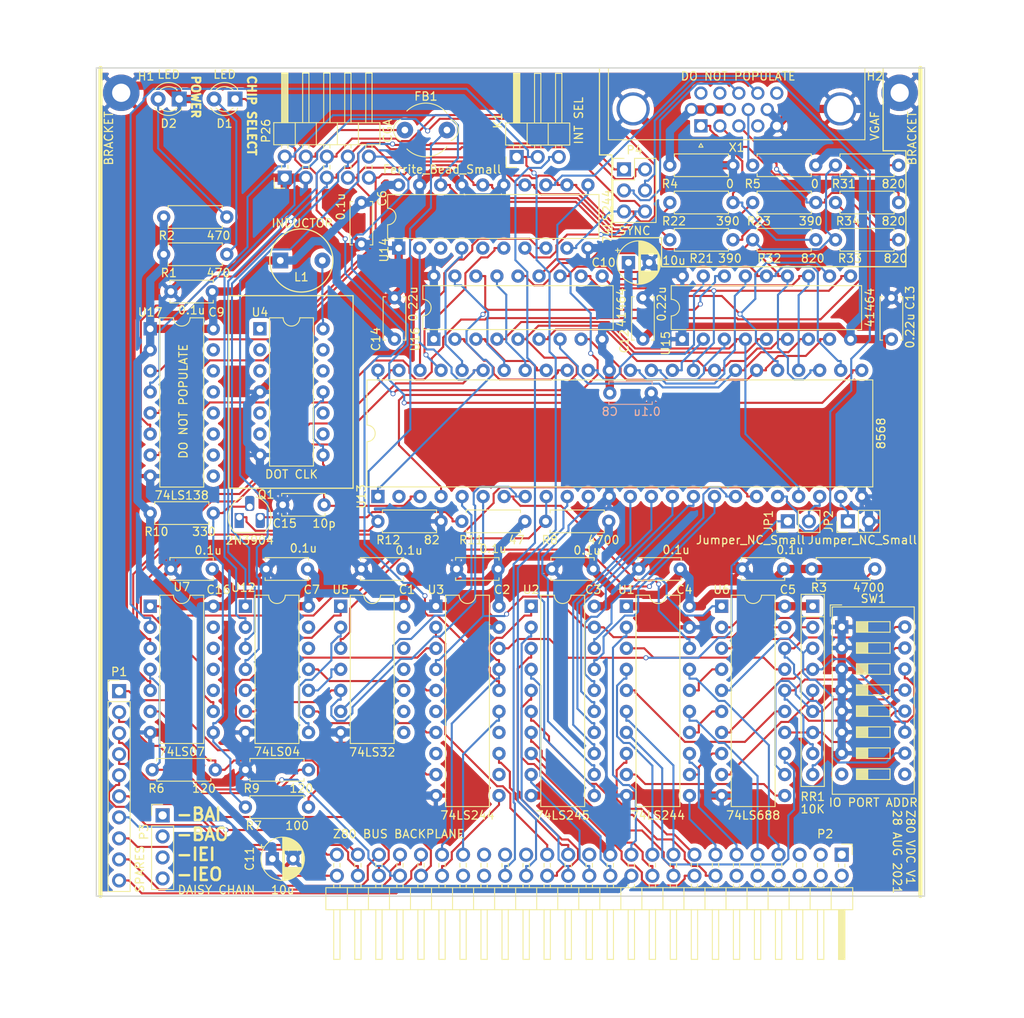
<source format=kicad_pcb>
(kicad_pcb (version 20171130) (host pcbnew "(5.1.10)-1")
  (layers (0 F.Cu signal) (31 B.Cu signal) (34 B.Paste user) (35 F.Paste user) (36 B.SilkS user) (37 F.SilkS user) (38 B.Mask user) (39 F.Mask user) (44 Edge.Cuts user))
  (net 0 "")
  (net 1 VCC)
  (net 2 GND)
  (net 3 /A7)
  (net 4 /A6)
  (net 5 /A5)
  (net 6 /D4)
  (net 7 /A4)
  (net 8 /D3)
  (net 9 /A3)
  (net 10 /D5)
  (net 11 /A2)
  (net 12 /D6)
  (net 13 /A1)
  (net 14 /A0)
  (net 15 /D2)
  (net 16 /D7)
  (net 17 /D0)
  (net 18 /D1)
  (net 19 /SPARE9)
  (net 20 /SPARE0)
  (net 21 /SPARE8)
  (net 22 /SPARE1)
  (net 23 /SPARE7)
  (net 24 /SPARE2)
  (net 25 /SPARE6)
  (net 26 /SPARE3)
  (net 27 /SPARE5)
  (net 28 /SPARE4)
  (net 29 /M1#)
  (net 30 /RESET#)
  (net 31 /WR#)
  (net 32 /RD#)
  (net 33 /IORQ#)
  (net 34 /bIORQ#)
  (net 35 /bM1#)
  (net 36 /bA7)
  (net 37 /bA6)
  (net 38 /bA5)
  (net 39 /bA4)
  (net 40 /bA3)
  (net 41 /bA2)
  (net 42 /bA1)
  (net 43 /bA0)
  (net 44 "Net-(RR1-Pad2)")
  (net 45 "Net-(RR1-Pad3)")
  (net 46 "Net-(RR1-Pad4)")
  (net 47 "Net-(RR1-Pad5)")
  (net 48 "Net-(RR1-Pad6)")
  (net 49 "Net-(RR1-Pad7)")
  (net 50 "Net-(RR1-Pad8)")
  (net 51 "Net-(RR1-Pad9)")
  (net 52 /bD5)
  (net 53 /bD4)
  (net 54 /bD3)
  (net 55 /bD2)
  (net 56 /bD1)
  (net 57 /bD0)
  (net 58 /bRESET#)
  (net 59 /bWR#)
  (net 60 /bD7)
  (net 61 /bD6)
  (net 62 "Net-(R3-Pad1)")
  (net 63 /bRD#)
  (net 64 "Net-(D1-Pad2)")
  (net 65 /688SEL#)
  (net 66 "Net-(D1-Pad1)")
  (net 67 "Net-(D2-Pad2)")
  (net 68 "Net-(L1-Pad2)")
  (net 69 /VGA-GND)
  (net 70 /VGA5v)
  (net 71 /CS_VDC#)
  (net 72 "Net-(U12-Pad8)")
  (net 73 /HSYNOUT)
  (net 74 /VSYNOUT)
  (net 75 /RD)
  (net 76 /DA0)
  (net 77 /HSYN)
  (net 78 /DA1)
  (net 79 /DA2)
  (net 80 /DA3)
  (net 81 /DA4)
  (net 82 /DA5)
  (net 83 /DA6)
  (net 84 /DA7)
  (net 85 /DD0)
  (net 86 /DD1)
  (net 87 /DD2)
  (net 88 /DD3)
  (net 89 /DD4)
  (net 90 /DD5)
  (net 91 /DD6)
  (net 92 /DD7)
  (net 93 /I)
  (net 94 /VSYN)
  (net 95 /B)
  (net 96 /G)
  (net 97 /R)
  (net 98 /ROUT)
  (net 99 /GOUT)
  (net 100 /BOUT)
  (net 101 /IOUT)
  (net 102 /VGA-HSYNC)
  (net 103 /VGA-VSYNC)
  (net 104 /VGA-GREEN)
  (net 105 /VGA-RED)
  (net 106 /VGA-BLUE)
  (net 107 /FIX_BROWN)
  (net 108 /WR)
  (net 109 /INT#)
  (net 110 /NMI#)
  (net 111 "Net-(K1-Pad2)")
  (net 112 "Net-(P4-Pad1)")
  (net 113 "Net-(P4-Pad2)")
  (net 114 /CV)
  (net 115 /CSYNC)
  (net 116 "Net-(Q1-Pad2)")
  (net 117 "Net-(U13-Pad5)")
  (net 118 /DCLK#)
  (net 119 /LP2#)
  (net 120 "Net-(R6-Pad2)")
  (net 121 /INTR#)
  (net 122 /CAS#)
  (net 123 /DR-W)
  (net 124 /RAS#)
  (net 125 /MONOCHROME)
  (net 126 /CVBS)
  (net 127 "Net-(Q1-Pad3)")
  (net 128 "Net-(R6-Pad1)")
  (net 129 "Net-(JP1-Pad2)")
  (net 130 "Net-(JP2-Pad1)")
  (module Connector_PinHeader_2.54mm:PinHeader_1x03_P2.54mm_Horizontal (layer F.Cu) (at 95.75 56.75 90)
    (fp_text reference K1 (at 4.385 -2.27 90) (layer F.SilkS))
    (fp_text value "INT SEL" (at 4.385 7.5 90) (layer F.SilkS))
    (pad 3 thru_hole oval (at 0 5.08 90) (size 1.7 1.7) (drill 1) (layers *.Cu *.Mask) (net 110 /NMI#))
    (pad 2 thru_hole oval (at 0 2.54 90) (size 1.7 1.7) (drill 1) (layers *.Cu *.Mask) (net 111 "Net-(K1-Pad2)"))
    (pad 1 thru_hole rect (at 0 0 90) (size 1.7 1.7) (drill 1) (layers *.Cu *.Mask) (net 109 /INT#))
  )
  (module LED_THT:LED_D3.0mm (layer F.Cu) (at 55 49.75 180)
    (fp_text reference D2 (at 1.27 -2.96) (layer F.SilkS))
    (fp_text value LED (at 1.27 2.96) (layer F.SilkS))
    (pad 2 thru_hole circle (at 2.54 0 180) (size 1.8 1.8) (drill 0.9) (layers *.Cu *.Mask) (net 67 "Net-(D2-Pad2)"))
    (pad 1 thru_hole rect (at 0 0 180) (size 1.8 1.8) (drill 0.9) (layers *.Cu *.Mask) (net 2 GND))
  )
  (module LED_THT:LED_D3.0mm (layer F.Cu) (at 61.75 49.75 180)
    (fp_text reference D1 (at 1.27 -2.96) (layer F.SilkS))
    (fp_text value LED (at 1.27 2.96) (layer F.SilkS))
    (pad 2 thru_hole circle (at 2.54 0 180) (size 1.8 1.8) (drill 0.9) (layers *.Cu *.Mask) (net 64 "Net-(D1-Pad2)"))
    (pad 1 thru_hole rect (at 0 0 180) (size 1.8 1.8) (drill 0.9) (layers *.Cu *.Mask) (net 66 "Net-(D1-Pad1)"))
  )
  (module Capacitor_THT:C_Disc_D5.0mm_W2.5mm_P5.00mm (layer F.Cu) (at 59 106.5 180)
    (fp_text reference C16 (at -0.75 -2.5) (layer F.SilkS))
    (fp_text value 0.1u (at 0.5 2.25) (layer F.SilkS))
    (pad 2 thru_hole circle (at 5 0 180) (size 1.6 1.6) (drill 0.8) (layers *.Cu *.Mask) (net 2 GND))
    (pad 1 thru_hole circle (at 0 0 180) (size 1.6 1.6) (drill 0.8) (layers *.Cu *.Mask) (net 1 VCC))
  )
  (module MountingHole:MountingHole_2.2mm_M2_Pad (layer F.Cu) (at 142 49)
    (fp_text reference H2 (at -3 -2) (layer F.SilkS))
    (fp_text value BRACKET (at 1.5 5.5 90) (layer F.SilkS))
    (pad 1 thru_hole circle (at 0 0) (size 4.4 4.4) (drill 2.2) (layers *.Cu *.Mask) (net 2 GND))
  )
  (module MountingHole:MountingHole_2.2mm_M2_Pad (layer F.Cu) (at 48 49)
    (fp_text reference H1 (at 3 -2) (layer F.SilkS))
    (fp_text value BRACKET (at -1.5 5.5 90) (layer F.SilkS))
    (pad 1 thru_hole circle (at 0 0) (size 4.4 4.4) (drill 2.2) (layers *.Cu *.Mask) (net 2 GND))
  )
  (module Capacitor_THT:C_Disc_D5.0mm_W2.5mm_P5.00mm (layer F.Cu) (at 93.5 106.5 180)
    (fp_text reference C2 (at -0.5 -2.5 180) (layer F.SilkS))
    (fp_text value 0.1u (at 0.61 2.44 180) (layer F.SilkS))
    (pad 2 thru_hole circle (at 5 0 180) (size 1.6 1.6) (drill 0.8) (layers *.Cu *.Mask) (net 2 GND))
    (pad 1 thru_hole circle (at 0 0 180) (size 1.6 1.6) (drill 0.8) (layers *.Cu *.Mask) (net 1 VCC))
  )
  (module Capacitor_THT:C_Disc_D5.0mm_W2.5mm_P5.00mm (layer F.Cu) (at 128 106.5 180)
    (fp_text reference C5 (at -0.5 -2.5 180) (layer F.SilkS))
    (fp_text value 0.1u (at -0.75 2.31 180) (layer F.SilkS))
    (pad 1 thru_hole circle (at 0 0 180) (size 1.6 1.6) (drill 0.8) (layers *.Cu *.Mask) (net 1 VCC))
    (pad 2 thru_hole circle (at 5 0 180) (size 1.6 1.6) (drill 0.8) (layers *.Cu *.Mask) (net 2 GND))
  )
  (module Capacitor_THT:C_Disc_D5.0mm_W2.5mm_P5.00mm (layer F.Cu) (at 105 106.5 180)
    (fp_text reference C3 (at 0 -2.5 180) (layer F.SilkS))
    (fp_text value 0.1u (at 0.75 2.25 180) (layer F.SilkS))
    (pad 1 thru_hole circle (at 0 0 180) (size 1.6 1.6) (drill 0.8) (layers *.Cu *.Mask) (net 1 VCC))
    (pad 2 thru_hole circle (at 5 0 180) (size 1.6 1.6) (drill 0.8) (layers *.Cu *.Mask) (net 2 GND))
  )
  (module Capacitor_THT:C_Disc_D5.0mm_W2.5mm_P5.00mm (layer F.Cu) (at 115.5 106.5 180)
    (fp_text reference C4 (at -0.5 -2.5 180) (layer F.SilkS))
    (fp_text value 0.1u (at 0.5 2.31 180) (layer F.SilkS))
    (pad 2 thru_hole circle (at 5 0 180) (size 1.6 1.6) (drill 0.8) (layers *.Cu *.Mask) (net 2 GND))
    (pad 1 thru_hole circle (at 0 0 180) (size 1.6 1.6) (drill 0.8) (layers *.Cu *.Mask) (net 1 VCC))
  )
  (module Capacitor_THT:C_Disc_D5.0mm_W2.5mm_P5.00mm (layer F.Cu) (at 82 106.5 180)
    (fp_text reference C1 (at -0.5 -2.5 180) (layer F.SilkS))
    (fp_text value 0.1u (at -0.75 2.25 180) (layer F.SilkS))
    (pad 2 thru_hole circle (at 5 0 180) (size 1.6 1.6) (drill 0.8) (layers *.Cu *.Mask) (net 2 GND))
    (pad 1 thru_hole circle (at 0 0 180) (size 1.6 1.6) (drill 0.8) (layers *.Cu *.Mask) (net 1 VCC))
  )
  (module Capacitor_THT:C_Disc_D5.0mm_W2.5mm_P5.00mm (layer F.Cu) (at 77 62.25 270)
    (fp_text reference C6 (at -0.5 -2.5 90) (layer F.SilkS))
    (fp_text value 0.1u (at 0.5 2.5 90) (layer F.SilkS))
    (pad 1 thru_hole circle (at 0 0 270) (size 1.6 1.6) (drill 0.8) (layers *.Cu *.Mask) (net 1 VCC))
    (pad 2 thru_hole circle (at 5 0 270) (size 1.6 1.6) (drill 0.8) (layers *.Cu *.Mask) (net 2 GND))
  )
  (module Capacitor_THT:C_Disc_D5.0mm_W2.5mm_P5.00mm (layer F.Cu) (at 70.5 106.5 180)
    (fp_text reference C7 (at -0.5 -2.5) (layer F.SilkS))
    (fp_text value 0.1u (at 0.5 2.5) (layer F.SilkS))
    (pad 2 thru_hole circle (at 5 0 180) (size 1.6 1.6) (drill 0.8) (layers *.Cu *.Mask) (net 2 GND))
    (pad 1 thru_hole circle (at 0 0 180) (size 1.6 1.6) (drill 0.8) (layers *.Cu *.Mask) (net 1 VCC))
  )
  (module Capacitor_THT:C_Disc_D5.0mm_W2.5mm_P5.00mm (layer B.Cu) (at 107 85.25)
    (fp_text reference C8 (at 0 2.25 180) (layer B.SilkS) (effects (justify mirror)))
    (fp_text value 0.1u (at 4.5 2.25 180) (layer B.SilkS) (effects (justify mirror)))
    (pad 1 thru_hole circle (at 0 0) (size 1.6 1.6) (drill 0.8) (layers *.Cu *.Mask) (net 1 VCC))
    (pad 2 thru_hole circle (at 5 0) (size 1.6 1.6) (drill 0.8) (layers *.Cu *.Mask) (net 2 GND))
  )
  (module Capacitor_THT:CP_Radial_D5.0mm_P2.50mm (layer F.Cu) (at 66.25 141.5)
    (fp_text reference C11 (at -2.75 0 270) (layer F.SilkS))
    (fp_text value 10u (at 1.25 3.75) (layer F.SilkS))
    (pad 1 thru_hole rect (at 0 0) (size 1.6 1.6) (drill 0.8) (layers *.Cu *.Mask) (net 1 VCC))
    (pad 2 thru_hole circle (at 2.5 0) (size 1.6 1.6) (drill 0.8) (layers *.Cu *.Mask) (net 2 GND))
  )
  (module Capacitor_THT:CP_Radial_D5.0mm_P2.50mm (layer F.Cu) (at 109.25 69.5)
    (fp_text reference C10 (at -3 0) (layer F.SilkS))
    (fp_text value 10u (at 5.5 -0.25) (layer F.SilkS))
    (pad 1 thru_hole rect (at 0 0) (size 1.6 1.6) (drill 0.8) (layers *.Cu *.Mask) (net 1 VCC))
    (pad 2 thru_hole circle (at 2.5 0) (size 1.6 1.6) (drill 0.8) (layers *.Cu *.Mask) (net 2 GND))
  )
  (module Capacitor_THT:C_Disc_D5.0mm_W2.5mm_P5.00mm (layer F.Cu) (at 59 73 180)
    (fp_text reference C9 (at -0.5 -2.5) (layer F.SilkS))
    (fp_text value 0.1u (at 2.5 -2.25) (layer F.SilkS))
    (pad 1 thru_hole circle (at 0 0 180) (size 1.6 1.6) (drill 0.8) (layers *.Cu *.Mask) (net 1 VCC))
    (pad 2 thru_hole circle (at 5 0 180) (size 1.6 1.6) (drill 0.8) (layers *.Cu *.Mask) (net 2 GND))
  )
  (module Connector_PinHeader_2.54mm:PinHeader_1x10_P2.54mm_Vertical (layer F.Cu) (at 47.75 121.25)
    (fp_text reference P1 (at 0 -2.33) (layer F.SilkS))
    (fp_text value SPARES (at 2.5 21.5 90) (layer F.SilkS))
    (pad 1 thru_hole rect (at 0 0) (size 1.7 1.7) (drill 1) (layers *.Cu *.Mask) (net 20 /SPARE0))
    (pad 2 thru_hole oval (at 0 2.54) (size 1.7 1.7) (drill 1) (layers *.Cu *.Mask) (net 22 /SPARE1))
    (pad 3 thru_hole oval (at 0 5.08) (size 1.7 1.7) (drill 1) (layers *.Cu *.Mask) (net 24 /SPARE2))
    (pad 4 thru_hole oval (at 0 7.62) (size 1.7 1.7) (drill 1) (layers *.Cu *.Mask) (net 26 /SPARE3))
    (pad 5 thru_hole oval (at 0 10.16) (size 1.7 1.7) (drill 1) (layers *.Cu *.Mask) (net 28 /SPARE4))
    (pad 6 thru_hole oval (at 0 12.7) (size 1.7 1.7) (drill 1) (layers *.Cu *.Mask) (net 27 /SPARE5))
    (pad 7 thru_hole oval (at 0 15.24) (size 1.7 1.7) (drill 1) (layers *.Cu *.Mask) (net 25 /SPARE6))
    (pad 8 thru_hole oval (at 0 17.78) (size 1.7 1.7) (drill 1) (layers *.Cu *.Mask) (net 23 /SPARE7))
    (pad 9 thru_hole oval (at 0 20.32) (size 1.7 1.7) (drill 1) (layers *.Cu *.Mask) (net 21 /SPARE8))
    (pad 10 thru_hole oval (at 0 22.86) (size 1.7 1.7) (drill 1) (layers *.Cu *.Mask) (net 19 /SPARE9))
  )
  (module Connector_PinHeader_2.54mm:PinHeader_2x25_P2.54mm_Horizontal (layer F.Cu) (at 135 141 270)
    (fp_text reference P2 (at -2.5 2 180) (layer F.SilkS))
    (fp_text value "Z80 BUS BACKPLANE" (at -2.5 53.5 180) (layer F.SilkS))
    (pad 1 thru_hole rect (at 0 0 270) (size 1.7 1.7) (drill 1) (layers *.Cu *.Mask))
    (pad 2 thru_hole oval (at 2.54 0 270) (size 1.7 1.7) (drill 1) (layers *.Cu *.Mask))
    (pad 3 thru_hole oval (at 0 2.54 270) (size 1.7 1.7) (drill 1) (layers *.Cu *.Mask))
    (pad 4 thru_hole oval (at 2.54 2.54 270) (size 1.7 1.7) (drill 1) (layers *.Cu *.Mask))
    (pad 5 thru_hole oval (at 0 5.08 270) (size 1.7 1.7) (drill 1) (layers *.Cu *.Mask))
    (pad 6 thru_hole oval (at 2.54 5.08 270) (size 1.7 1.7) (drill 1) (layers *.Cu *.Mask))
    (pad 7 thru_hole oval (at 0 7.62 270) (size 1.7 1.7) (drill 1) (layers *.Cu *.Mask) (net 3 /A7))
    (pad 8 thru_hole oval (at 2.54 7.62 270) (size 1.7 1.7) (drill 1) (layers *.Cu *.Mask))
    (pad 9 thru_hole oval (at 0 10.16 270) (size 1.7 1.7) (drill 1) (layers *.Cu *.Mask) (net 4 /A6))
    (pad 10 thru_hole oval (at 2.54 10.16 270) (size 1.7 1.7) (drill 1) (layers *.Cu *.Mask))
    (pad 11 thru_hole oval (at 0 12.7 270) (size 1.7 1.7) (drill 1) (layers *.Cu *.Mask) (net 5 /A5))
    (pad 12 thru_hole oval (at 2.54 12.7 270) (size 1.7 1.7) (drill 1) (layers *.Cu *.Mask))
    (pad 13 thru_hole oval (at 0 15.24 270) (size 1.7 1.7) (drill 1) (layers *.Cu *.Mask) (net 7 /A4))
    (pad 14 thru_hole oval (at 2.54 15.24 270) (size 1.7 1.7) (drill 1) (layers *.Cu *.Mask) (net 6 /D4))
    (pad 15 thru_hole oval (at 0 17.78 270) (size 1.7 1.7) (drill 1) (layers *.Cu *.Mask) (net 9 /A3))
    (pad 16 thru_hole oval (at 2.54 17.78 270) (size 1.7 1.7) (drill 1) (layers *.Cu *.Mask) (net 8 /D3))
    (pad 17 thru_hole oval (at 0 20.32 270) (size 1.7 1.7) (drill 1) (layers *.Cu *.Mask) (net 11 /A2))
    (pad 18 thru_hole oval (at 2.54 20.32 270) (size 1.7 1.7) (drill 1) (layers *.Cu *.Mask) (net 10 /D5))
    (pad 19 thru_hole oval (at 0 22.86 270) (size 1.7 1.7) (drill 1) (layers *.Cu *.Mask) (net 13 /A1))
    (pad 20 thru_hole oval (at 2.54 22.86 270) (size 1.7 1.7) (drill 1) (layers *.Cu *.Mask) (net 12 /D6))
    (pad 21 thru_hole oval (at 0 25.4 270) (size 1.7 1.7) (drill 1) (layers *.Cu *.Mask) (net 14 /A0))
    (pad 22 thru_hole oval (at 2.54 25.4 270) (size 1.7 1.7) (drill 1) (layers *.Cu *.Mask) (net 1 VCC))
    (pad 23 thru_hole oval (at 0 27.94 270) (size 1.7 1.7) (drill 1) (layers *.Cu *.Mask) (net 2 GND))
    (pad 24 thru_hole oval (at 2.54 27.94 270) (size 1.7 1.7) (drill 1) (layers *.Cu *.Mask) (net 15 /D2))
    (pad 25 thru_hole oval (at 0 30.48 270) (size 1.7 1.7) (drill 1) (layers *.Cu *.Mask))
    (pad 26 thru_hole oval (at 2.54 30.48 270) (size 1.7 1.7) (drill 1) (layers *.Cu *.Mask) (net 16 /D7))
    (pad 27 thru_hole oval (at 0 33.02 270) (size 1.7 1.7) (drill 1) (layers *.Cu *.Mask) (net 29 /M1#))
    (pad 28 thru_hole oval (at 2.54 33.02 270) (size 1.7 1.7) (drill 1) (layers *.Cu *.Mask) (net 17 /D0))
    (pad 29 thru_hole oval (at 0 35.56 270) (size 1.7 1.7) (drill 1) (layers *.Cu *.Mask) (net 30 /RESET#))
    (pad 30 thru_hole oval (at 2.54 35.56 270) (size 1.7 1.7) (drill 1) (layers *.Cu *.Mask) (net 18 /D1))
    (pad 31 thru_hole oval (at 0 38.1 270) (size 1.7 1.7) (drill 1) (layers *.Cu *.Mask))
    (pad 32 thru_hole oval (at 2.54 38.1 270) (size 1.7 1.7) (drill 1) (layers *.Cu *.Mask) (net 109 /INT#))
    (pad 33 thru_hole oval (at 0 40.64 270) (size 1.7 1.7) (drill 1) (layers *.Cu *.Mask))
    (pad 34 thru_hole oval (at 2.54 40.64 270) (size 1.7 1.7) (drill 1) (layers *.Cu *.Mask) (net 110 /NMI#))
    (pad 35 thru_hole oval (at 0 43.18 270) (size 1.7 1.7) (drill 1) (layers *.Cu *.Mask))
    (pad 36 thru_hole oval (at 2.54 43.18 270) (size 1.7 1.7) (drill 1) (layers *.Cu *.Mask))
    (pad 37 thru_hole oval (at 0 45.72 270) (size 1.7 1.7) (drill 1) (layers *.Cu *.Mask) (net 31 /WR#))
    (pad 38 thru_hole oval (at 2.54 45.72 270) (size 1.7 1.7) (drill 1) (layers *.Cu *.Mask))
    (pad 39 thru_hole oval (at 0 48.26 270) (size 1.7 1.7) (drill 1) (layers *.Cu *.Mask) (net 32 /RD#))
    (pad 40 thru_hole oval (at 2.54 48.26 270) (size 1.7 1.7) (drill 1) (layers *.Cu *.Mask) (net 33 /IORQ#))
    (pad 41 thru_hole oval (at 0 50.8 270) (size 1.7 1.7) (drill 1) (layers *.Cu *.Mask) (net 19 /SPARE9))
    (pad 42 thru_hole oval (at 2.54 50.8 270) (size 1.7 1.7) (drill 1) (layers *.Cu *.Mask) (net 20 /SPARE0))
    (pad 43 thru_hole oval (at 0 53.34 270) (size 1.7 1.7) (drill 1) (layers *.Cu *.Mask) (net 21 /SPARE8))
    (pad 44 thru_hole oval (at 2.54 53.34 270) (size 1.7 1.7) (drill 1) (layers *.Cu *.Mask) (net 22 /SPARE1))
    (pad 45 thru_hole oval (at 0 55.88 270) (size 1.7 1.7) (drill 1) (layers *.Cu *.Mask) (net 23 /SPARE7))
    (pad 46 thru_hole oval (at 2.54 55.88 270) (size 1.7 1.7) (drill 1) (layers *.Cu *.Mask) (net 24 /SPARE2))
    (pad 47 thru_hole oval (at 0 58.42 270) (size 1.7 1.7) (drill 1) (layers *.Cu *.Mask) (net 25 /SPARE6))
    (pad 48 thru_hole oval (at 2.54 58.42 270) (size 1.7 1.7) (drill 1) (layers *.Cu *.Mask) (net 26 /SPARE3))
    (pad 49 thru_hole oval (at 0 60.96 270) (size 1.7 1.7) (drill 1) (layers *.Cu *.Mask) (net 27 /SPARE5))
    (pad 50 thru_hole oval (at 2.54 60.96 270) (size 1.7 1.7) (drill 1) (layers *.Cu *.Mask) (net 28 /SPARE4))
  )
  (module Connector_PinHeader_2.54mm:PinHeader_1x04_P2.54mm_Vertical (layer F.Cu) (at 53 136.25)
    (fp_text reference P3 (at -2.25 2 90) (layer F.SilkS))
    (fp_text value "DAISY CHAIN" (at 6.5 9) (layer F.SilkS))
    (pad 1 thru_hole rect (at 0 0) (size 1.7 1.7) (drill 1) (layers *.Cu *.Mask))
    (pad 2 thru_hole oval (at 0 2.54) (size 1.7 1.7) (drill 1) (layers *.Cu *.Mask))
    (pad 3 thru_hole oval (at 0 5.08) (size 1.7 1.7) (drill 1) (layers *.Cu *.Mask))
    (pad 4 thru_hole oval (at 0 7.62) (size 1.7 1.7) (drill 1) (layers *.Cu *.Mask))
  )
  (module Capacitor_THT:C_Disc_D5.0mm_W2.5mm_P5.00mm (layer F.Cu) (at 111 78.75 90)
    (fp_text reference C12 (at -0.25 -2.25 90) (layer F.SilkS))
    (fp_text value 0.22u (at 4.25 2.25 90) (layer F.SilkS))
    (pad 1 thru_hole circle (at 0 0 90) (size 1.6 1.6) (drill 0.8) (layers *.Cu *.Mask) (net 1 VCC))
    (pad 2 thru_hole circle (at 5 0 90) (size 1.6 1.6) (drill 0.8) (layers *.Cu *.Mask) (net 2 GND))
  )
  (module Capacitor_THT:C_Disc_D5.0mm_W2.5mm_P5.00mm (layer F.Cu) (at 141 78.75 90)
    (fp_text reference C13 (at 5 2.25 90) (layer F.SilkS))
    (fp_text value 0.22u (at 1 2.25 90) (layer F.SilkS))
    (pad 2 thru_hole circle (at 5 0 90) (size 1.6 1.6) (drill 0.8) (layers *.Cu *.Mask) (net 2 GND))
    (pad 1 thru_hole circle (at 0 0 90) (size 1.6 1.6) (drill 0.8) (layers *.Cu *.Mask) (net 1 VCC))
  )
  (module Capacitor_THT:C_Disc_D5.0mm_W2.5mm_P5.00mm (layer F.Cu) (at 81 78.75 90)
    (fp_text reference C14 (at 0 -2.25 90) (layer F.SilkS))
    (fp_text value 0.22u (at 4.25 2.25 90) (layer F.SilkS))
    (pad 1 thru_hole circle (at 0 0 90) (size 1.6 1.6) (drill 0.8) (layers *.Cu *.Mask) (net 1 VCC))
    (pad 2 thru_hole circle (at 5 0 90) (size 1.6 1.6) (drill 0.8) (layers *.Cu *.Mask) (net 2 GND))
  )
  (module Capacitor_THT:C_Disc_D5.0mm_W2.5mm_P5.00mm (layer F.Cu) (at 72.5 98.75 180)
    (fp_text reference C15 (at 4.75 -2.25) (layer F.SilkS))
    (fp_text value 10p (at 0 -2.25) (layer F.SilkS))
    (pad 1 thru_hole circle (at 0 0 180) (size 1.6 1.6) (drill 0.8) (layers *.Cu *.Mask) (net 118 /DCLK#))
    (pad 2 thru_hole circle (at 5 0 180) (size 1.6 1.6) (drill 0.8) (layers *.Cu *.Mask) (net 2 GND))
  )
  (module Inductors:INDUCTOR_V (layer F.Cu) (at 69.75 69.25)
    (fp_text reference L1 (at 0 1.99898) (layer F.SilkS))
    (fp_text value INDUCTOR (at 0.09906 -4.5) (layer F.SilkS))
    (pad 1 thru_hole rect (at -2.54 0) (size 1.905 1.905) (drill 0.8128) (layers *.Cu *.Mask) (net 1 VCC))
    (pad 2 thru_hole circle (at 2.54 0) (size 1.905 1.905) (drill 0.8128) (layers *.Cu *.Mask) (net 68 "Net-(L1-Pad2)"))
  )
  (module Resistor_THT:R_Axial_DIN0207_L6.3mm_D2.5mm_P7.62mm_Horizontal (layer F.Cu) (at 60.75 68.5 180)
    (fp_text reference R1 (at 7 -2.25) (layer F.SilkS))
    (fp_text value 470 (at 1 -2.25) (layer F.SilkS))
    (pad 1 thru_hole circle (at 0 0 180) (size 1.6 1.6) (drill 0.8) (layers *.Cu *.Mask) (net 64 "Net-(D1-Pad2)"))
    (pad 2 thru_hole oval (at 7.62 0 180) (size 1.6 1.6) (drill 0.8) (layers *.Cu *.Mask) (net 1 VCC))
  )
  (module Resistor_THT:R_Axial_DIN0207_L6.3mm_D2.5mm_P7.62mm_Horizontal (layer F.Cu) (at 60.75 64 180)
    (fp_text reference R2 (at 7.25 -2.25) (layer F.SilkS))
    (fp_text value 470 (at 1 -2.25) (layer F.SilkS))
    (pad 1 thru_hole circle (at 0 0 180) (size 1.6 1.6) (drill 0.8) (layers *.Cu *.Mask) (net 67 "Net-(D2-Pad2)"))
    (pad 2 thru_hole oval (at 7.62 0 180) (size 1.6 1.6) (drill 0.8) (layers *.Cu *.Mask) (net 1 VCC))
  )
  (module Resistor_THT:R_Axial_DIN0207_L6.3mm_D2.5mm_P7.62mm_Horizontal (layer F.Cu) (at 139 106.5 180)
    (fp_text reference R3 (at 6.75 -2.25) (layer F.SilkS))
    (fp_text value 4700 (at 0.75 -2.25) (layer F.SilkS))
    (pad 2 thru_hole oval (at 7.62 0 180) (size 1.6 1.6) (drill 0.8) (layers *.Cu *.Mask) (net 1 VCC))
    (pad 1 thru_hole circle (at 0 0 180) (size 1.6 1.6) (drill 0.8) (layers *.Cu *.Mask) (net 62 "Net-(R3-Pad1)"))
  )
  (module Resistor_THT:R_Axial_DIN0207_L6.3mm_D2.5mm_P7.62mm_Horizontal (layer F.Cu) (at 114.25 57.75)
    (fp_text reference R4 (at 0 2.25) (layer F.SilkS))
    (fp_text value 0 (at 7.25 2.25) (layer F.SilkS))
    (pad 2 thru_hole oval (at 7.62 0) (size 1.6 1.6) (drill 0.8) (layers *.Cu *.Mask) (net 2 GND))
    (pad 1 thru_hole circle (at 0 0) (size 1.6 1.6) (drill 0.8) (layers *.Cu *.Mask) (net 69 /VGA-GND))
  )
  (module Resistor_THT:R_Axial_DIN0207_L6.3mm_D2.5mm_P7.62mm_Horizontal (layer F.Cu) (at 124.25 57.75)
    (fp_text reference R5 (at 0 2.25) (layer F.SilkS))
    (fp_text value 0 (at 7.5 2.25) (layer F.SilkS))
    (pad 1 thru_hole circle (at 0 0) (size 1.6 1.6) (drill 0.8) (layers *.Cu *.Mask) (net 70 /VGA5v))
    (pad 2 thru_hole oval (at 7.62 0) (size 1.6 1.6) (drill 0.8) (layers *.Cu *.Mask) (net 1 VCC))
  )
  (module Resistor_THT:R_Array_SIP9 (layer F.Cu) (at 131.5 111 270)
    (fp_text reference RR1 (at 23 0 180) (layer F.SilkS))
    (fp_text value 10K (at 24.5 0 180) (layer F.SilkS))
    (pad 1 thru_hole rect (at 0 0 270) (size 1.6 1.6) (drill 0.8) (layers *.Cu *.Mask) (net 1 VCC))
    (pad 2 thru_hole oval (at 2.54 0 270) (size 1.6 1.6) (drill 0.8) (layers *.Cu *.Mask) (net 44 "Net-(RR1-Pad2)"))
    (pad 3 thru_hole oval (at 5.08 0 270) (size 1.6 1.6) (drill 0.8) (layers *.Cu *.Mask) (net 45 "Net-(RR1-Pad3)"))
    (pad 4 thru_hole oval (at 7.62 0 270) (size 1.6 1.6) (drill 0.8) (layers *.Cu *.Mask) (net 46 "Net-(RR1-Pad4)"))
    (pad 5 thru_hole oval (at 10.16 0 270) (size 1.6 1.6) (drill 0.8) (layers *.Cu *.Mask) (net 47 "Net-(RR1-Pad5)"))
    (pad 6 thru_hole oval (at 12.7 0 270) (size 1.6 1.6) (drill 0.8) (layers *.Cu *.Mask) (net 48 "Net-(RR1-Pad6)"))
    (pad 7 thru_hole oval (at 15.24 0 270) (size 1.6 1.6) (drill 0.8) (layers *.Cu *.Mask) (net 49 "Net-(RR1-Pad7)"))
    (pad 8 thru_hole oval (at 17.78 0 270) (size 1.6 1.6) (drill 0.8) (layers *.Cu *.Mask) (net 50 "Net-(RR1-Pad8)"))
    (pad 9 thru_hole oval (at 20.32 0 270) (size 1.6 1.6) (drill 0.8) (layers *.Cu *.Mask) (net 51 "Net-(RR1-Pad9)"))
  )
  (module Button_Switch_THT:SW_DIP_SPSTx08_Slide_9.78x22.5mm_W7.62mm_P2.54mm (layer F.Cu) (at 135 113.5)
    (fp_text reference SW1 (at 3.81 -3.42) (layer F.SilkS))
    (fp_text value "IO PORT ADDR" (at 3.81 21.2) (layer F.SilkS))
    (pad 1 thru_hole rect (at 0 0) (size 1.6 1.6) (drill 0.8) (layers *.Cu *.Mask) (net 2 GND))
    (pad 9 thru_hole oval (at 7.62 17.78) (size 1.6 1.6) (drill 0.8) (layers *.Cu *.Mask))
    (pad 2 thru_hole oval (at 0 2.54) (size 1.6 1.6) (drill 0.8) (layers *.Cu *.Mask) (net 2 GND))
    (pad 10 thru_hole oval (at 7.62 15.24) (size 1.6 1.6) (drill 0.8) (layers *.Cu *.Mask) (net 45 "Net-(RR1-Pad3)"))
    (pad 3 thru_hole oval (at 0 5.08) (size 1.6 1.6) (drill 0.8) (layers *.Cu *.Mask) (net 2 GND))
    (pad 11 thru_hole oval (at 7.62 12.7) (size 1.6 1.6) (drill 0.8) (layers *.Cu *.Mask) (net 46 "Net-(RR1-Pad4)"))
    (pad 4 thru_hole oval (at 0 7.62) (size 1.6 1.6) (drill 0.8) (layers *.Cu *.Mask) (net 2 GND))
    (pad 12 thru_hole oval (at 7.62 10.16) (size 1.6 1.6) (drill 0.8) (layers *.Cu *.Mask) (net 47 "Net-(RR1-Pad5)"))
    (pad 5 thru_hole oval (at 0 10.16) (size 1.6 1.6) (drill 0.8) (layers *.Cu *.Mask) (net 2 GND))
    (pad 13 thru_hole oval (at 7.62 7.62) (size 1.6 1.6) (drill 0.8) (layers *.Cu *.Mask) (net 48 "Net-(RR1-Pad6)"))
    (pad 6 thru_hole oval (at 0 12.7) (size 1.6 1.6) (drill 0.8) (layers *.Cu *.Mask) (net 2 GND))
    (pad 14 thru_hole oval (at 7.62 5.08) (size 1.6 1.6) (drill 0.8) (layers *.Cu *.Mask) (net 49 "Net-(RR1-Pad7)"))
    (pad 7 thru_hole oval (at 0 15.24) (size 1.6 1.6) (drill 0.8) (layers *.Cu *.Mask) (net 2 GND))
    (pad 15 thru_hole oval (at 7.62 2.54) (size 1.6 1.6) (drill 0.8) (layers *.Cu *.Mask) (net 50 "Net-(RR1-Pad8)"))
    (pad 8 thru_hole oval (at 0 17.78) (size 1.6 1.6) (drill 0.8) (layers *.Cu *.Mask))
    (pad 16 thru_hole oval (at 7.62 0) (size 1.6 1.6) (drill 0.8) (layers *.Cu *.Mask) (net 51 "Net-(RR1-Pad9)"))
  )
  (module Package_DIP:DIP-20_W7.62mm (layer F.Cu) (at 109 111)
    (fp_text reference U1 (at 0 -2) (layer F.SilkS))
    (fp_text value 74LS244 (at 3.81 25.25) (layer F.SilkS))
    (pad 20 thru_hole oval (at 7.62 0) (size 1.6 1.6) (drill 0.8) (layers *.Cu *.Mask) (net 1 VCC))
    (pad 10 thru_hole oval (at 0 22.86) (size 1.6 1.6) (drill 0.8) (layers *.Cu *.Mask) (net 2 GND))
    (pad 19 thru_hole oval (at 7.62 2.54) (size 1.6 1.6) (drill 0.8) (layers *.Cu *.Mask) (net 2 GND))
    (pad 9 thru_hole oval (at 0 20.32) (size 1.6 1.6) (drill 0.8) (layers *.Cu *.Mask) (net 39 /bA4))
    (pad 18 thru_hole oval (at 7.62 5.08) (size 1.6 1.6) (drill 0.8) (layers *.Cu *.Mask) (net 43 /bA0))
    (pad 8 thru_hole oval (at 0 17.78) (size 1.6 1.6) (drill 0.8) (layers *.Cu *.Mask) (net 9 /A3))
    (pad 17 thru_hole oval (at 7.62 7.62) (size 1.6 1.6) (drill 0.8) (layers *.Cu *.Mask) (net 3 /A7))
    (pad 7 thru_hole oval (at 0 15.24) (size 1.6 1.6) (drill 0.8) (layers *.Cu *.Mask) (net 38 /bA5))
    (pad 16 thru_hole oval (at 7.62 10.16) (size 1.6 1.6) (drill 0.8) (layers *.Cu *.Mask) (net 42 /bA1))
    (pad 6 thru_hole oval (at 0 12.7) (size 1.6 1.6) (drill 0.8) (layers *.Cu *.Mask) (net 11 /A2))
    (pad 15 thru_hole oval (at 7.62 12.7) (size 1.6 1.6) (drill 0.8) (layers *.Cu *.Mask) (net 4 /A6))
    (pad 5 thru_hole oval (at 0 10.16) (size 1.6 1.6) (drill 0.8) (layers *.Cu *.Mask) (net 37 /bA6))
    (pad 14 thru_hole oval (at 7.62 15.24) (size 1.6 1.6) (drill 0.8) (layers *.Cu *.Mask) (net 41 /bA2))
    (pad 4 thru_hole oval (at 0 7.62) (size 1.6 1.6) (drill 0.8) (layers *.Cu *.Mask) (net 13 /A1))
    (pad 13 thru_hole oval (at 7.62 17.78) (size 1.6 1.6) (drill 0.8) (layers *.Cu *.Mask) (net 5 /A5))
    (pad 3 thru_hole oval (at 0 5.08) (size 1.6 1.6) (drill 0.8) (layers *.Cu *.Mask) (net 36 /bA7))
    (pad 12 thru_hole oval (at 7.62 20.32) (size 1.6 1.6) (drill 0.8) (layers *.Cu *.Mask) (net 40 /bA3))
    (pad 2 thru_hole oval (at 0 2.54) (size 1.6 1.6) (drill 0.8) (layers *.Cu *.Mask) (net 14 /A0))
    (pad 11 thru_hole oval (at 7.62 22.86) (size 1.6 1.6) (drill 0.8) (layers *.Cu *.Mask) (net 7 /A4))
    (pad 1 thru_hole rect (at 0 0) (size 1.6 1.6) (drill 0.8) (layers *.Cu *.Mask) (net 2 GND))
  )
  (module Package_DIP:DIP-20_W7.62mm (layer F.Cu) (at 97.5 111)
    (fp_text reference U2 (at 0 -2) (layer F.SilkS))
    (fp_text value 74LS245 (at 3.81 25.25) (layer F.SilkS))
    (pad 20 thru_hole oval (at 7.62 0) (size 1.6 1.6) (drill 0.8) (layers *.Cu *.Mask) (net 1 VCC))
    (pad 10 thru_hole oval (at 0 22.86) (size 1.6 1.6) (drill 0.8) (layers *.Cu *.Mask) (net 2 GND))
    (pad 19 thru_hole oval (at 7.62 2.54) (size 1.6 1.6) (drill 0.8) (layers *.Cu *.Mask) (net 71 /CS_VDC#))
    (pad 9 thru_hole oval (at 0 20.32) (size 1.6 1.6) (drill 0.8) (layers *.Cu *.Mask) (net 16 /D7))
    (pad 18 thru_hole oval (at 7.62 5.08) (size 1.6 1.6) (drill 0.8) (layers *.Cu *.Mask) (net 57 /bD0))
    (pad 8 thru_hole oval (at 0 17.78) (size 1.6 1.6) (drill 0.8) (layers *.Cu *.Mask) (net 12 /D6))
    (pad 17 thru_hole oval (at 7.62 7.62) (size 1.6 1.6) (drill 0.8) (layers *.Cu *.Mask) (net 56 /bD1))
    (pad 7 thru_hole oval (at 0 15.24) (size 1.6 1.6) (drill 0.8) (layers *.Cu *.Mask) (net 10 /D5))
    (pad 16 thru_hole oval (at 7.62 10.16) (size 1.6 1.6) (drill 0.8) (layers *.Cu *.Mask) (net 55 /bD2))
    (pad 6 thru_hole oval (at 0 12.7) (size 1.6 1.6) (drill 0.8) (layers *.Cu *.Mask) (net 6 /D4))
    (pad 15 thru_hole oval (at 7.62 12.7) (size 1.6 1.6) (drill 0.8) (layers *.Cu *.Mask) (net 54 /bD3))
    (pad 5 thru_hole oval (at 0 10.16) (size 1.6 1.6) (drill 0.8) (layers *.Cu *.Mask) (net 8 /D3))
    (pad 14 thru_hole oval (at 7.62 15.24) (size 1.6 1.6) (drill 0.8) (layers *.Cu *.Mask) (net 53 /bD4))
    (pad 4 thru_hole oval (at 0 7.62) (size 1.6 1.6) (drill 0.8) (layers *.Cu *.Mask) (net 15 /D2))
    (pad 13 thru_hole oval (at 7.62 17.78) (size 1.6 1.6) (drill 0.8) (layers *.Cu *.Mask) (net 52 /bD5))
    (pad 3 thru_hole oval (at 0 5.08) (size 1.6 1.6) (drill 0.8) (layers *.Cu *.Mask) (net 18 /D1))
    (pad 12 thru_hole oval (at 7.62 20.32) (size 1.6 1.6) (drill 0.8) (layers *.Cu *.Mask) (net 61 /bD6))
    (pad 2 thru_hole oval (at 0 2.54) (size 1.6 1.6) (drill 0.8) (layers *.Cu *.Mask) (net 17 /D0))
    (pad 11 thru_hole oval (at 7.62 22.86) (size 1.6 1.6) (drill 0.8) (layers *.Cu *.Mask) (net 60 /bD7))
    (pad 1 thru_hole rect (at 0 0) (size 1.6 1.6) (drill 0.8) (layers *.Cu *.Mask) (net 32 /RD#))
  )
  (module Package_DIP:DIP-20_W7.62mm (layer F.Cu) (at 86 111)
    (fp_text reference U3 (at 0 -2) (layer F.SilkS))
    (fp_text value 74LS244 (at 3.81 25.25) (layer F.SilkS))
    (pad 1 thru_hole rect (at 0 0) (size 1.6 1.6) (drill 0.8) (layers *.Cu *.Mask) (net 2 GND))
    (pad 11 thru_hole oval (at 7.62 22.86) (size 1.6 1.6) (drill 0.8) (layers *.Cu *.Mask) (net 33 /IORQ#))
    (pad 2 thru_hole oval (at 0 2.54) (size 1.6 1.6) (drill 0.8) (layers *.Cu *.Mask) (net 30 /RESET#))
    (pad 12 thru_hole oval (at 7.62 20.32) (size 1.6 1.6) (drill 0.8) (layers *.Cu *.Mask))
    (pad 3 thru_hole oval (at 0 5.08) (size 1.6 1.6) (drill 0.8) (layers *.Cu *.Mask) (net 63 /bRD#))
    (pad 13 thru_hole oval (at 7.62 17.78) (size 1.6 1.6) (drill 0.8) (layers *.Cu *.Mask) (net 29 /M1#))
    (pad 4 thru_hole oval (at 0 7.62) (size 1.6 1.6) (drill 0.8) (layers *.Cu *.Mask) (net 71 /CS_VDC#))
    (pad 14 thru_hole oval (at 7.62 15.24) (size 1.6 1.6) (drill 0.8) (layers *.Cu *.Mask))
    (pad 5 thru_hole oval (at 0 10.16) (size 1.6 1.6) (drill 0.8) (layers *.Cu *.Mask) (net 59 /bWR#))
    (pad 15 thru_hole oval (at 7.62 12.7) (size 1.6 1.6) (drill 0.8) (layers *.Cu *.Mask) (net 31 /WR#))
    (pad 6 thru_hole oval (at 0 12.7) (size 1.6 1.6) (drill 0.8) (layers *.Cu *.Mask))
    (pad 16 thru_hole oval (at 7.62 10.16) (size 1.6 1.6) (drill 0.8) (layers *.Cu *.Mask) (net 66 "Net-(D1-Pad1)"))
    (pad 7 thru_hole oval (at 0 15.24) (size 1.6 1.6) (drill 0.8) (layers *.Cu *.Mask) (net 35 /bM1#))
    (pad 17 thru_hole oval (at 7.62 7.62) (size 1.6 1.6) (drill 0.8) (layers *.Cu *.Mask) (net 32 /RD#))
    (pad 8 thru_hole oval (at 0 17.78) (size 1.6 1.6) (drill 0.8) (layers *.Cu *.Mask))
    (pad 18 thru_hole oval (at 7.62 5.08) (size 1.6 1.6) (drill 0.8) (layers *.Cu *.Mask) (net 58 /bRESET#))
    (pad 9 thru_hole oval (at 0 20.32) (size 1.6 1.6) (drill 0.8) (layers *.Cu *.Mask) (net 34 /bIORQ#))
    (pad 19 thru_hole oval (at 7.62 2.54) (size 1.6 1.6) (drill 0.8) (layers *.Cu *.Mask) (net 2 GND))
    (pad 10 thru_hole oval (at 0 22.86) (size 1.6 1.6) (drill 0.8) (layers *.Cu *.Mask) (net 2 GND))
    (pad 20 thru_hole oval (at 7.62 0) (size 1.6 1.6) (drill 0.8) (layers *.Cu *.Mask) (net 1 VCC))
  )
  (module Package_DIP:DIP-14_W7.62mm (layer F.Cu) (at 74.5 111)
    (fp_text reference U5 (at 0 -2) (layer F.SilkS))
    (fp_text value 74LS32 (at 3.81 17.63) (layer F.SilkS))
    (pad 1 thru_hole rect (at 0 0) (size 1.6 1.6) (drill 0.8) (layers *.Cu *.Mask) (net 34 /bIORQ#))
    (pad 8 thru_hole oval (at 7.62 15.24) (size 1.6 1.6) (drill 0.8) (layers *.Cu *.Mask))
    (pad 2 thru_hole oval (at 0 2.54) (size 1.6 1.6) (drill 0.8) (layers *.Cu *.Mask) (net 72 "Net-(U12-Pad8)"))
    (pad 9 thru_hole oval (at 7.62 12.7) (size 1.6 1.6) (drill 0.8) (layers *.Cu *.Mask))
    (pad 3 thru_hole oval (at 0 5.08) (size 1.6 1.6) (drill 0.8) (layers *.Cu *.Mask) (net 65 /688SEL#))
    (pad 10 thru_hole oval (at 7.62 10.16) (size 1.6 1.6) (drill 0.8) (layers *.Cu *.Mask))
    (pad 4 thru_hole oval (at 0 7.62) (size 1.6 1.6) (drill 0.8) (layers *.Cu *.Mask) (net 108 /WR))
    (pad 11 thru_hole oval (at 7.62 7.62) (size 1.6 1.6) (drill 0.8) (layers *.Cu *.Mask))
    (pad 5 thru_hole oval (at 0 10.16) (size 1.6 1.6) (drill 0.8) (layers *.Cu *.Mask) (net 75 /RD))
    (pad 12 thru_hole oval (at 7.62 5.08) (size 1.6 1.6) (drill 0.8) (layers *.Cu *.Mask))
    (pad 6 thru_hole oval (at 0 12.7) (size 1.6 1.6) (drill 0.8) (layers *.Cu *.Mask) (net 117 "Net-(U13-Pad5)"))
    (pad 13 thru_hole oval (at 7.62 2.54) (size 1.6 1.6) (drill 0.8) (layers *.Cu *.Mask))
    (pad 7 thru_hole oval (at 0 15.24) (size 1.6 1.6) (drill 0.8) (layers *.Cu *.Mask) (net 2 GND))
    (pad 14 thru_hole oval (at 7.62 0) (size 1.6 1.6) (drill 0.8) (layers *.Cu *.Mask) (net 1 VCC))
  )
  (module Package_DIP:DIP-20_W7.62mm (layer F.Cu) (at 120.5 111)
    (fp_text reference U6 (at 0 -2) (layer F.SilkS))
    (fp_text value 74LS688 (at 3.81 25.25) (layer F.SilkS))
    (pad 1 thru_hole rect (at 0 0) (size 1.6 1.6) (drill 0.8) (layers *.Cu *.Mask) (net 65 /688SEL#))
    (pad 11 thru_hole oval (at 7.62 22.86) (size 1.6 1.6) (drill 0.8) (layers *.Cu *.Mask) (net 39 /bA4))
    (pad 2 thru_hole oval (at 0 2.54) (size 1.6 1.6) (drill 0.8) (layers *.Cu *.Mask) (net 62 "Net-(R3-Pad1)"))
    (pad 12 thru_hole oval (at 7.62 20.32) (size 1.6 1.6) (drill 0.8) (layers *.Cu *.Mask) (net 48 "Net-(RR1-Pad6)"))
    (pad 3 thru_hole oval (at 0 5.08) (size 1.6 1.6) (drill 0.8) (layers *.Cu *.Mask) (net 44 "Net-(RR1-Pad2)"))
    (pad 13 thru_hole oval (at 7.62 17.78) (size 1.6 1.6) (drill 0.8) (layers *.Cu *.Mask) (net 38 /bA5))
    (pad 4 thru_hole oval (at 0 7.62) (size 1.6 1.6) (drill 0.8) (layers *.Cu *.Mask) (net 42 /bA1))
    (pad 14 thru_hole oval (at 7.62 15.24) (size 1.6 1.6) (drill 0.8) (layers *.Cu *.Mask) (net 49 "Net-(RR1-Pad7)"))
    (pad 5 thru_hole oval (at 0 10.16) (size 1.6 1.6) (drill 0.8) (layers *.Cu *.Mask) (net 45 "Net-(RR1-Pad3)"))
    (pad 15 thru_hole oval (at 7.62 12.7) (size 1.6 1.6) (drill 0.8) (layers *.Cu *.Mask) (net 37 /bA6))
    (pad 6 thru_hole oval (at 0 12.7) (size 1.6 1.6) (drill 0.8) (layers *.Cu *.Mask) (net 41 /bA2))
    (pad 16 thru_hole oval (at 7.62 10.16) (size 1.6 1.6) (drill 0.8) (layers *.Cu *.Mask) (net 50 "Net-(RR1-Pad8)"))
    (pad 7 thru_hole oval (at 0 15.24) (size 1.6 1.6) (drill 0.8) (layers *.Cu *.Mask) (net 46 "Net-(RR1-Pad4)"))
    (pad 17 thru_hole oval (at 7.62 7.62) (size 1.6 1.6) (drill 0.8) (layers *.Cu *.Mask) (net 36 /bA7))
    (pad 8 thru_hole oval (at 0 17.78) (size 1.6 1.6) (drill 0.8) (layers *.Cu *.Mask) (net 40 /bA3))
    (pad 18 thru_hole oval (at 7.62 5.08) (size 1.6 1.6) (drill 0.8) (layers *.Cu *.Mask) (net 51 "Net-(RR1-Pad9)"))
    (pad 9 thru_hole oval (at 0 20.32) (size 1.6 1.6) (drill 0.8) (layers *.Cu *.Mask) (net 47 "Net-(RR1-Pad5)"))
    (pad 19 thru_hole oval (at 7.62 2.54) (size 1.6 1.6) (drill 0.8) (layers *.Cu *.Mask) (net 71 /CS_VDC#))
    (pad 10 thru_hole oval (at 0 22.86) (size 1.6 1.6) (drill 0.8) (layers *.Cu *.Mask) (net 2 GND))
    (pad 20 thru_hole oval (at 7.62 0) (size 1.6 1.6) (drill 0.8) (layers *.Cu *.Mask) (net 1 VCC))
  )
  (module Package_DIP:DIP-14_W7.62mm (layer F.Cu) (at 63 111)
    (fp_text reference U12 (at -0.25 -2.25) (layer F.SilkS))
    (fp_text value 74LS04 (at 3.81 17.57) (layer F.SilkS))
    (pad 1 thru_hole rect (at 0 0) (size 1.6 1.6) (drill 0.8) (layers *.Cu *.Mask) (net 73 /HSYNOUT))
    (pad 8 thru_hole oval (at 7.62 15.24) (size 1.6 1.6) (drill 0.8) (layers *.Cu *.Mask) (net 72 "Net-(U12-Pad8)"))
    (pad 2 thru_hole oval (at 0 2.54) (size 1.6 1.6) (drill 0.8) (layers *.Cu *.Mask) (net 112 "Net-(P4-Pad1)"))
    (pad 9 thru_hole oval (at 7.62 12.7) (size 1.6 1.6) (drill 0.8) (layers *.Cu *.Mask) (net 35 /bM1#))
    (pad 3 thru_hole oval (at 0 5.08) (size 1.6 1.6) (drill 0.8) (layers *.Cu *.Mask) (net 74 /VSYNOUT))
    (pad 10 thru_hole oval (at 7.62 10.16) (size 1.6 1.6) (drill 0.8) (layers *.Cu *.Mask) (net 108 /WR))
    (pad 4 thru_hole oval (at 0 7.62) (size 1.6 1.6) (drill 0.8) (layers *.Cu *.Mask) (net 113 "Net-(P4-Pad2)"))
    (pad 11 thru_hole oval (at 7.62 7.62) (size 1.6 1.6) (drill 0.8) (layers *.Cu *.Mask) (net 59 /bWR#))
    (pad 5 thru_hole oval (at 0 10.16) (size 1.6 1.6) (drill 0.8) (layers *.Cu *.Mask) (net 63 /bRD#))
    (pad 12 thru_hole oval (at 7.62 5.08) (size 1.6 1.6) (drill 0.8) (layers *.Cu *.Mask))
    (pad 6 thru_hole oval (at 0 12.7) (size 1.6 1.6) (drill 0.8) (layers *.Cu *.Mask) (net 75 /RD))
    (pad 13 thru_hole oval (at 7.62 2.54) (size 1.6 1.6) (drill 0.8) (layers *.Cu *.Mask))
    (pad 7 thru_hole oval (at 0 15.24) (size 1.6 1.6) (drill 0.8) (layers *.Cu *.Mask) (net 2 GND))
    (pad 14 thru_hole oval (at 7.62 0) (size 1.6 1.6) (drill 0.8) (layers *.Cu *.Mask) (net 1 VCC))
  )
  (module Package_DIP:DIP-48_W15.24mm (layer F.Cu) (at 79 97.75 90)
    (fp_text reference U13 (at 0 -2 90) (layer F.SilkS))
    (fp_text value 8568 (at 7.62 60.75 90) (layer F.SilkS))
    (pad 1 thru_hole rect (at 0 0 90) (size 1.6 1.6) (drill 0.8) (layers *.Cu *.Mask) (net 122 /CAS#))
    (pad 25 thru_hole oval (at 15.24 58.42 90) (size 1.6 1.6) (drill 0.8) (layers *.Cu *.Mask) (net 119 /LP2#))
    (pad 2 thru_hole oval (at 0 2.54 90) (size 1.6 1.6) (drill 0.8) (layers *.Cu *.Mask))
    (pad 26 thru_hole oval (at 15.24 55.88 90) (size 1.6 1.6) (drill 0.8) (layers *.Cu *.Mask) (net 76 /DA0))
    (pad 3 thru_hole oval (at 0 5.08 90) (size 1.6 1.6) (drill 0.8) (layers *.Cu *.Mask) (net 118 /DCLK#))
    (pad 27 thru_hole oval (at 15.24 53.34 90) (size 1.6 1.6) (drill 0.8) (layers *.Cu *.Mask) (net 78 /DA1))
    (pad 4 thru_hole oval (at 0 7.62 90) (size 1.6 1.6) (drill 0.8) (layers *.Cu *.Mask) (net 77 /HSYN))
    (pad 28 thru_hole oval (at 15.24 50.8 90) (size 1.6 1.6) (drill 0.8) (layers *.Cu *.Mask) (net 79 /DA2))
    (pad 5 thru_hole oval (at 0 10.16 90) (size 1.6 1.6) (drill 0.8) (layers *.Cu *.Mask) (net 117 "Net-(U13-Pad5)"))
    (pad 29 thru_hole oval (at 15.24 48.26 90) (size 1.6 1.6) (drill 0.8) (layers *.Cu *.Mask) (net 80 /DA3))
    (pad 6 thru_hole oval (at 0 12.7 90) (size 1.6 1.6) (drill 0.8) (layers *.Cu *.Mask) (net 71 /CS_VDC#))
    (pad 30 thru_hole oval (at 15.24 45.72 90) (size 1.6 1.6) (drill 0.8) (layers *.Cu *.Mask) (net 81 /DA4))
    (pad 7 thru_hole oval (at 0 15.24 90) (size 1.6 1.6) (drill 0.8) (layers *.Cu *.Mask) (net 43 /bA0))
    (pad 31 thru_hole oval (at 15.24 43.18 90) (size 1.6 1.6) (drill 0.8) (layers *.Cu *.Mask) (net 82 /DA5))
    (pad 8 thru_hole oval (at 0 17.78 90) (size 1.6 1.6) (drill 0.8) (layers *.Cu *.Mask) (net 75 /RD))
    (pad 32 thru_hole oval (at 15.24 40.64 90) (size 1.6 1.6) (drill 0.8) (layers *.Cu *.Mask) (net 83 /DA6))
    (pad 9 thru_hole oval (at 0 20.32 90) (size 1.6 1.6) (drill 0.8) (layers *.Cu *.Mask) (net 121 /INTR#))
    (pad 33 thru_hole oval (at 15.24 38.1 90) (size 1.6 1.6) (drill 0.8) (layers *.Cu *.Mask) (net 84 /DA7))
    (pad 10 thru_hole oval (at 0 22.86 90) (size 1.6 1.6) (drill 0.8) (layers *.Cu *.Mask) (net 60 /bD7))
    (pad 34 thru_hole oval (at 15.24 35.56 90) (size 1.6 1.6) (drill 0.8) (layers *.Cu *.Mask) (net 85 /DD0))
    (pad 11 thru_hole oval (at 0 25.4 90) (size 1.6 1.6) (drill 0.8) (layers *.Cu *.Mask) (net 61 /bD6))
    (pad 35 thru_hole oval (at 15.24 33.02 90) (size 1.6 1.6) (drill 0.8) (layers *.Cu *.Mask) (net 86 /DD1))
    (pad 12 thru_hole oval (at 0 27.94 90) (size 1.6 1.6) (drill 0.8) (layers *.Cu *.Mask) (net 2 GND))
    (pad 36 thru_hole oval (at 15.24 30.48 90) (size 1.6 1.6) (drill 0.8) (layers *.Cu *.Mask) (net 87 /DD2))
    (pad 13 thru_hole oval (at 0 30.48 90) (size 1.6 1.6) (drill 0.8) (layers *.Cu *.Mask) (net 52 /bD5))
    (pad 37 thru_hole oval (at 15.24 27.94 90) (size 1.6 1.6) (drill 0.8) (layers *.Cu *.Mask) (net 1 VCC))
    (pad 14 thru_hole oval (at 0 33.02 90) (size 1.6 1.6) (drill 0.8) (layers *.Cu *.Mask) (net 53 /bD4))
    (pad 38 thru_hole oval (at 15.24 25.4 90) (size 1.6 1.6) (drill 0.8) (layers *.Cu *.Mask) (net 88 /DD3))
    (pad 15 thru_hole oval (at 0 35.56 90) (size 1.6 1.6) (drill 0.8) (layers *.Cu *.Mask) (net 54 /bD3))
    (pad 39 thru_hole oval (at 15.24 22.86 90) (size 1.6 1.6) (drill 0.8) (layers *.Cu *.Mask) (net 89 /DD4))
    (pad 16 thru_hole oval (at 0 38.1 90) (size 1.6 1.6) (drill 0.8) (layers *.Cu *.Mask) (net 55 /bD2))
    (pad 40 thru_hole oval (at 15.24 20.32 90) (size 1.6 1.6) (drill 0.8) (layers *.Cu *.Mask) (net 90 /DD5))
    (pad 17 thru_hole oval (at 0 40.64 90) (size 1.6 1.6) (drill 0.8) (layers *.Cu *.Mask) (net 56 /bD1))
    (pad 41 thru_hole oval (at 15.24 17.78 90) (size 1.6 1.6) (drill 0.8) (layers *.Cu *.Mask) (net 91 /DD6))
    (pad 18 thru_hole oval (at 0 43.18 90) (size 1.6 1.6) (drill 0.8) (layers *.Cu *.Mask) (net 57 /bD0))
    (pad 42 thru_hole oval (at 15.24 15.24 90) (size 1.6 1.6) (drill 0.8) (layers *.Cu *.Mask) (net 92 /DD7))
    (pad 19 thru_hole oval (at 0 45.72 90) (size 1.6 1.6) (drill 0.8) (layers *.Cu *.Mask) (net 115 /CSYNC))
    (pad 43 thru_hole oval (at 15.24 12.7 90) (size 1.6 1.6) (drill 0.8) (layers *.Cu *.Mask) (net 93 /I))
    (pad 20 thru_hole oval (at 0 48.26 90) (size 1.6 1.6) (drill 0.8) (layers *.Cu *.Mask) (net 94 /VSYN))
    (pad 44 thru_hole oval (at 15.24 10.16 90) (size 1.6 1.6) (drill 0.8) (layers *.Cu *.Mask) (net 95 /B))
    (pad 21 thru_hole oval (at 0 50.8 90) (size 1.6 1.6) (drill 0.8) (layers *.Cu *.Mask) (net 123 /DR-W))
    (pad 45 thru_hole oval (at 15.24 7.62 90) (size 1.6 1.6) (drill 0.8) (layers *.Cu *.Mask) (net 96 /G))
    (pad 22 thru_hole oval (at 0 53.34 90) (size 1.6 1.6) (drill 0.8) (layers *.Cu *.Mask) (net 129 "Net-(JP1-Pad2)"))
    (pad 46 thru_hole oval (at 15.24 5.08 90) (size 1.6 1.6) (drill 0.8) (layers *.Cu *.Mask) (net 97 /R))
    (pad 23 thru_hole oval (at 0 55.88 90) (size 1.6 1.6) (drill 0.8) (layers *.Cu *.Mask) (net 130 "Net-(JP2-Pad1)"))
    (pad 47 thru_hole oval (at 15.24 2.54 90) (size 1.6 1.6) (drill 0.8) (layers *.Cu *.Mask) (net 114 /CV))
    (pad 24 thru_hole oval (at 0 58.42 90) (size 1.6 1.6) (drill 0.8) (layers *.Cu *.Mask) (net 2 GND))
    (pad 48 thru_hole oval (at 15.24 0 90) (size 1.6 1.6) (drill 0.8) (layers *.Cu *.Mask) (net 124 /RAS#))
  )
  (module Package_DIP:DIP-20_W7.62mm (layer F.Cu) (at 81.5 67.75 90)
    (fp_text reference U14 (at -0.25 -1.75 90) (layer F.SilkS))
    (fp_text value 74LS244 (at 3.81 25.19 90) (layer F.SilkS))
    (pad 1 thru_hole rect (at 0 0 90) (size 1.6 1.6) (drill 0.8) (layers *.Cu *.Mask) (net 2 GND))
    (pad 11 thru_hole oval (at 7.62 22.86 90) (size 1.6 1.6) (drill 0.8) (layers *.Cu *.Mask) (net 77 /HSYN))
    (pad 2 thru_hole oval (at 0 2.54 90) (size 1.6 1.6) (drill 0.8) (layers *.Cu *.Mask) (net 93 /I))
    (pad 12 thru_hole oval (at 7.62 20.32 90) (size 1.6 1.6) (drill 0.8) (layers *.Cu *.Mask) (net 98 /ROUT))
    (pad 3 thru_hole oval (at 0 5.08 90) (size 1.6 1.6) (drill 0.8) (layers *.Cu *.Mask))
    (pad 13 thru_hole oval (at 7.62 17.78 90) (size 1.6 1.6) (drill 0.8) (layers *.Cu *.Mask) (net 94 /VSYN))
    (pad 4 thru_hole oval (at 0 7.62 90) (size 1.6 1.6) (drill 0.8) (layers *.Cu *.Mask) (net 95 /B))
    (pad 14 thru_hole oval (at 7.62 15.24 90) (size 1.6 1.6) (drill 0.8) (layers *.Cu *.Mask) (net 99 /GOUT))
    (pad 5 thru_hole oval (at 0 10.16 90) (size 1.6 1.6) (drill 0.8) (layers *.Cu *.Mask))
    (pad 15 thru_hole oval (at 7.62 12.7 90) (size 1.6 1.6) (drill 0.8) (layers *.Cu *.Mask) (net 2 GND))
    (pad 6 thru_hole oval (at 0 12.7 90) (size 1.6 1.6) (drill 0.8) (layers *.Cu *.Mask) (net 96 /G))
    (pad 16 thru_hole oval (at 7.62 10.16 90) (size 1.6 1.6) (drill 0.8) (layers *.Cu *.Mask) (net 100 /BOUT))
    (pad 7 thru_hole oval (at 0 15.24 90) (size 1.6 1.6) (drill 0.8) (layers *.Cu *.Mask) (net 74 /VSYNOUT))
    (pad 17 thru_hole oval (at 7.62 7.62 90) (size 1.6 1.6) (drill 0.8) (layers *.Cu *.Mask) (net 2 GND))
    (pad 8 thru_hole oval (at 0 17.78 90) (size 1.6 1.6) (drill 0.8) (layers *.Cu *.Mask) (net 97 /R))
    (pad 18 thru_hole oval (at 7.62 5.08 90) (size 1.6 1.6) (drill 0.8) (layers *.Cu *.Mask) (net 101 /IOUT))
    (pad 9 thru_hole oval (at 0 20.32 90) (size 1.6 1.6) (drill 0.8) (layers *.Cu *.Mask) (net 73 /HSYNOUT))
    (pad 19 thru_hole oval (at 7.62 2.54 90) (size 1.6 1.6) (drill 0.8) (layers *.Cu *.Mask) (net 2 GND))
    (pad 10 thru_hole oval (at 0 22.86 90) (size 1.6 1.6) (drill 0.8) (layers *.Cu *.Mask) (net 2 GND))
    (pad 20 thru_hole oval (at 7.62 0 90) (size 1.6 1.6) (drill 0.8) (layers *.Cu *.Mask) (net 1 VCC))
  )
  (module Package_DIP:DIP-18_W7.62mm (layer F.Cu) (at 115.75 78.75 90)
    (fp_text reference U15 (at -0.5 -2 90) (layer F.SilkS))
    (fp_text value 41464 (at 3.81 22.65 90) (layer F.SilkS))
    (pad 18 thru_hole oval (at 7.62 0 90) (size 1.6 1.6) (drill 0.8) (layers *.Cu *.Mask) (net 2 GND))
    (pad 9 thru_hole oval (at 0 20.32 90) (size 1.6 1.6) (drill 0.8) (layers *.Cu *.Mask) (net 1 VCC))
    (pad 17 thru_hole oval (at 7.62 2.54 90) (size 1.6 1.6) (drill 0.8) (layers *.Cu *.Mask) (net 88 /DD3))
    (pad 8 thru_hole oval (at 0 17.78 90) (size 1.6 1.6) (drill 0.8) (layers *.Cu *.Mask) (net 81 /DA4))
    (pad 16 thru_hole oval (at 7.62 5.08 90) (size 1.6 1.6) (drill 0.8) (layers *.Cu *.Mask) (net 122 /CAS#))
    (pad 7 thru_hole oval (at 0 15.24 90) (size 1.6 1.6) (drill 0.8) (layers *.Cu *.Mask) (net 82 /DA5))
    (pad 15 thru_hole oval (at 7.62 7.62 90) (size 1.6 1.6) (drill 0.8) (layers *.Cu *.Mask) (net 87 /DD2))
    (pad 6 thru_hole oval (at 0 12.7 90) (size 1.6 1.6) (drill 0.8) (layers *.Cu *.Mask) (net 83 /DA6))
    (pad 14 thru_hole oval (at 7.62 10.16 90) (size 1.6 1.6) (drill 0.8) (layers *.Cu *.Mask) (net 76 /DA0))
    (pad 5 thru_hole oval (at 0 10.16 90) (size 1.6 1.6) (drill 0.8) (layers *.Cu *.Mask) (net 124 /RAS#))
    (pad 13 thru_hole oval (at 7.62 12.7 90) (size 1.6 1.6) (drill 0.8) (layers *.Cu *.Mask) (net 78 /DA1))
    (pad 4 thru_hole oval (at 0 7.62 90) (size 1.6 1.6) (drill 0.8) (layers *.Cu *.Mask) (net 123 /DR-W))
    (pad 12 thru_hole oval (at 7.62 15.24 90) (size 1.6 1.6) (drill 0.8) (layers *.Cu *.Mask) (net 79 /DA2))
    (pad 3 thru_hole oval (at 0 5.08 90) (size 1.6 1.6) (drill 0.8) (layers *.Cu *.Mask) (net 86 /DD1))
    (pad 11 thru_hole oval (at 7.62 17.78 90) (size 1.6 1.6) (drill 0.8) (layers *.Cu *.Mask) (net 80 /DA3))
    (pad 2 thru_hole oval (at 0 2.54 90) (size 1.6 1.6) (drill 0.8) (layers *.Cu *.Mask) (net 85 /DD0))
    (pad 10 thru_hole oval (at 7.62 20.32 90) (size 1.6 1.6) (drill 0.8) (layers *.Cu *.Mask) (net 84 /DA7))
    (pad 1 thru_hole rect (at 0 0 90) (size 1.6 1.6) (drill 0.8) (layers *.Cu *.Mask) (net 2 GND))
  )
  (module Package_DIP:DIP-18_W7.62mm (layer F.Cu) (at 85.75 78.75 90)
    (fp_text reference U16 (at 0 -2.25 90) (layer F.SilkS))
    (fp_text value 41464 (at 3.81 22.65 90) (layer F.SilkS))
    (pad 1 thru_hole rect (at 0 0 90) (size 1.6 1.6) (drill 0.8) (layers *.Cu *.Mask) (net 2 GND))
    (pad 10 thru_hole oval (at 7.62 20.32 90) (size 1.6 1.6) (drill 0.8) (layers *.Cu *.Mask) (net 84 /DA7))
    (pad 2 thru_hole oval (at 0 2.54 90) (size 1.6 1.6) (drill 0.8) (layers *.Cu *.Mask) (net 89 /DD4))
    (pad 11 thru_hole oval (at 7.62 17.78 90) (size 1.6 1.6) (drill 0.8) (layers *.Cu *.Mask) (net 80 /DA3))
    (pad 3 thru_hole oval (at 0 5.08 90) (size 1.6 1.6) (drill 0.8) (layers *.Cu *.Mask) (net 90 /DD5))
    (pad 12 thru_hole oval (at 7.62 15.24 90) (size 1.6 1.6) (drill 0.8) (layers *.Cu *.Mask) (net 79 /DA2))
    (pad 4 thru_hole oval (at 0 7.62 90) (size 1.6 1.6) (drill 0.8) (layers *.Cu *.Mask) (net 123 /DR-W))
    (pad 13 thru_hole oval (at 7.62 12.7 90) (size 1.6 1.6) (drill 0.8) (layers *.Cu *.Mask) (net 78 /DA1))
    (pad 5 thru_hole oval (at 0 10.16 90) (size 1.6 1.6) (drill 0.8) (layers *.Cu *.Mask) (net 124 /RAS#))
    (pad 14 thru_hole oval (at 7.62 10.16 90) (size 1.6 1.6) (drill 0.8) (layers *.Cu *.Mask) (net 76 /DA0))
    (pad 6 thru_hole oval (at 0 12.7 90) (size 1.6 1.6) (drill 0.8) (layers *.Cu *.Mask) (net 83 /DA6))
    (pad 15 thru_hole oval (at 7.62 7.62 90) (size 1.6 1.6) (drill 0.8) (layers *.Cu *.Mask) (net 91 /DD6))
    (pad 7 thru_hole oval (at 0 15.24 90) (size 1.6 1.6) (drill 0.8) (layers *.Cu *.Mask) (net 82 /DA5))
    (pad 16 thru_hole oval (at 7.62 5.08 90) (size 1.6 1.6) (drill 0.8) (layers *.Cu *.Mask) (net 122 /CAS#))
    (pad 8 thru_hole oval (at 0 17.78 90) (size 1.6 1.6) (drill 0.8) (layers *.Cu *.Mask) (net 81 /DA4))
    (pad 17 thru_hole oval (at 7.62 2.54 90) (size 1.6 1.6) (drill 0.8) (layers *.Cu *.Mask) (net 92 /DD7))
    (pad 9 thru_hole oval (at 0 20.32 90) (size 1.6 1.6) (drill 0.8) (layers *.Cu *.Mask) (net 1 VCC))
    (pad 18 thru_hole oval (at 7.62 0 90) (size 1.6 1.6) (drill 0.8) (layers *.Cu *.Mask) (net 2 GND))
  )
  (module Package_DIP:DIP-16_W7.62mm (layer F.Cu) (at 51.5 77.5)
    (fp_text reference U17 (at 0 -2) (layer F.SilkS))
    (fp_text value 74LS138 (at 3.81 20.11) (layer F.SilkS))
    (pad 1 thru_hole rect (at 0 0) (size 1.6 1.6) (drill 0.8) (layers *.Cu *.Mask) (net 1 VCC))
    (pad 9 thru_hole oval (at 7.62 17.78) (size 1.6 1.6) (drill 0.8) (layers *.Cu *.Mask))
    (pad 2 thru_hole oval (at 0 2.54) (size 1.6 1.6) (drill 0.8) (layers *.Cu *.Mask) (net 1 VCC))
    (pad 10 thru_hole oval (at 7.62 15.24) (size 1.6 1.6) (drill 0.8) (layers *.Cu *.Mask))
    (pad 3 thru_hole oval (at 0 5.08) (size 1.6 1.6) (drill 0.8) (layers *.Cu *.Mask) (net 99 /GOUT))
    (pad 11 thru_hole oval (at 7.62 12.7) (size 1.6 1.6) (drill 0.8) (layers *.Cu *.Mask))
    (pad 4 thru_hole oval (at 0 7.62) (size 1.6 1.6) (drill 0.8) (layers *.Cu *.Mask) (net 101 /IOUT))
    (pad 12 thru_hole oval (at 7.62 10.16) (size 1.6 1.6) (drill 0.8) (layers *.Cu *.Mask))
    (pad 5 thru_hole oval (at 0 10.16) (size 1.6 1.6) (drill 0.8) (layers *.Cu *.Mask) (net 100 /BOUT))
    (pad 13 thru_hole oval (at 7.62 7.62) (size 1.6 1.6) (drill 0.8) (layers *.Cu *.Mask))
    (pad 6 thru_hole oval (at 0 12.7) (size 1.6 1.6) (drill 0.8) (layers *.Cu *.Mask) (net 98 /ROUT))
    (pad 14 thru_hole oval (at 7.62 5.08) (size 1.6 1.6) (drill 0.8) (layers *.Cu *.Mask))
    (pad 7 thru_hole oval (at 0 15.24) (size 1.6 1.6) (drill 0.8) (layers *.Cu *.Mask) (net 107 /FIX_BROWN))
    (pad 15 thru_hole oval (at 7.62 2.54) (size 1.6 1.6) (drill 0.8) (layers *.Cu *.Mask))
    (pad 8 thru_hole oval (at 0 17.78) (size 1.6 1.6) (drill 0.8) (layers *.Cu *.Mask) (net 2 GND))
    (pad 16 thru_hole oval (at 7.62 0) (size 1.6 1.6) (drill 0.8) (layers *.Cu *.Mask) (net 1 VCC))
  )
  (module Connector_Dsub:DSUB-15-HD_Female_Horizontal_P2.29x1.98mm_EdgePinOffset3.03mm_Housed_MountingHolesOffset4.94mm (layer F.Cu) (at 118 53 180)
    (fp_text reference X1 (at -4.315 -2.61) (layer F.SilkS))
    (fp_text value VGAF (at -21 0 90) (layer F.SilkS))
    (pad 1 thru_hole rect (at 0 0 180) (size 1.6 1.6) (drill 1) (layers *.Cu *.Mask) (net 105 /VGA-RED))
    (pad 2 thru_hole circle (at -2.29 0 180) (size 1.6 1.6) (drill 1) (layers *.Cu *.Mask) (net 104 /VGA-GREEN))
    (pad 3 thru_hole circle (at -4.58 0 180) (size 1.6 1.6) (drill 1) (layers *.Cu *.Mask) (net 106 /VGA-BLUE))
    (pad 4 thru_hole circle (at -6.87 0 180) (size 1.6 1.6) (drill 1) (layers *.Cu *.Mask))
    (pad 5 thru_hole circle (at -9.16 0 180) (size 1.6 1.6) (drill 1) (layers *.Cu *.Mask) (net 2 GND))
    (pad 6 thru_hole circle (at 1.145 1.98 180) (size 1.6 1.6) (drill 1) (layers *.Cu *.Mask) (net 69 /VGA-GND))
    (pad 7 thru_hole circle (at -1.145 1.98 180) (size 1.6 1.6) (drill 1) (layers *.Cu *.Mask) (net 69 /VGA-GND))
    (pad 8 thru_hole circle (at -3.435 1.98 180) (size 1.6 1.6) (drill 1) (layers *.Cu *.Mask) (net 69 /VGA-GND))
    (pad 9 thru_hole circle (at -5.725 1.98 180) (size 1.6 1.6) (drill 1) (layers *.Cu *.Mask) (net 70 /VGA5v))
    (pad 10 thru_hole circle (at -8.015 1.98 180) (size 1.6 1.6) (drill 1) (layers *.Cu *.Mask) (net 2 GND))
    (pad 11 thru_hole circle (at 0 3.96 180) (size 1.6 1.6) (drill 1) (layers *.Cu *.Mask))
    (pad 12 thru_hole circle (at -2.29 3.96 180) (size 1.6 1.6) (drill 1) (layers *.Cu *.Mask))
    (pad 13 thru_hole circle (at -4.58 3.96 180) (size 1.6 1.6) (drill 1) (layers *.Cu *.Mask) (net 102 /VGA-HSYNC))
    (pad 14 thru_hole circle (at -6.87 3.96 180) (size 1.6 1.6) (drill 1) (layers *.Cu *.Mask) (net 103 /VGA-VSYNC))
    (pad 15 thru_hole circle (at -9.16 3.96 180) (size 1.6 1.6) (drill 1) (layers *.Cu *.Mask))
    (pad SH1 thru_hole circle (at -16.815 2.05 180) (size 4 4) (drill 3.2) (layers *.Cu *.Mask) (net 2 GND))
    (pad SH2 thru_hole circle (at 8.185 2.05 180) (size 4 4) (drill 3.2) (layers *.Cu *.Mask) (net 2 GND))
  )
  (module Connector_PinHeader_2.54mm:PinHeader_2x05_P2.54mm_Horizontal (layer F.Cu) (at 67.75 59.25 90)
    (fp_text reference P26 (at 5.655 -2.27 90) (layer F.SilkS))
    (fp_text value CGA (at 5.655 12.43 90) (layer F.SilkS))
    (pad 1 thru_hole rect (at 0 0 90) (size 1.7 1.7) (drill 1) (layers *.Cu *.Mask) (net 2 GND))
    (pad 2 thru_hole oval (at 2.54 0 90) (size 1.7 1.7) (drill 1) (layers *.Cu *.Mask) (net 101 /IOUT))
    (pad 3 thru_hole oval (at 0 2.54 90) (size 1.7 1.7) (drill 1) (layers *.Cu *.Mask) (net 2 GND))
    (pad 4 thru_hole oval (at 2.54 2.54 90) (size 1.7 1.7) (drill 1) (layers *.Cu *.Mask) (net 126 /CVBS))
    (pad 5 thru_hole oval (at 0 5.08 90) (size 1.7 1.7) (drill 1) (layers *.Cu *.Mask) (net 98 /ROUT))
    (pad 6 thru_hole oval (at 2.54 5.08 90) (size 1.7 1.7) (drill 1) (layers *.Cu *.Mask) (net 73 /HSYNOUT))
    (pad 7 thru_hole oval (at 0 7.62 90) (size 1.7 1.7) (drill 1) (layers *.Cu *.Mask) (net 99 /GOUT))
    (pad 8 thru_hole oval (at 2.54 7.62 90) (size 1.7 1.7) (drill 1) (layers *.Cu *.Mask) (net 74 /VSYNOUT))
    (pad 9 thru_hole oval (at 0 10.16 90) (size 1.7 1.7) (drill 1) (layers *.Cu *.Mask) (net 100 /BOUT))
    (pad 10 thru_hole oval (at 2.54 10.16 90) (size 1.7 1.7) (drill 1) (layers *.Cu *.Mask) (net 119 /LP2#))
  )
  (module Resistor_THT:R_Axial_DIN0207_L6.3mm_D2.5mm_P7.62mm_Horizontal (layer F.Cu) (at 114.25 66.75)
    (fp_text reference R21 (at 3.81 2.25) (layer F.SilkS))
    (fp_text value 390 (at 7.25 2.25) (layer F.SilkS))
    (pad 1 thru_hole circle (at 0 0) (size 1.6 1.6) (drill 0.8) (layers *.Cu *.Mask) (net 99 /GOUT))
    (pad 2 thru_hole oval (at 7.62 0) (size 1.6 1.6) (drill 0.8) (layers *.Cu *.Mask) (net 104 /VGA-GREEN))
  )
  (module Resistor_THT:R_Axial_DIN0207_L6.3mm_D2.5mm_P7.62mm_Horizontal (layer F.Cu) (at 114.25 62.25)
    (fp_text reference R22 (at 0.5 2.25) (layer F.SilkS))
    (fp_text value 390 (at 7 2.25) (layer F.SilkS))
    (pad 2 thru_hole oval (at 7.62 0) (size 1.6 1.6) (drill 0.8) (layers *.Cu *.Mask) (net 105 /VGA-RED))
    (pad 1 thru_hole circle (at 0 0) (size 1.6 1.6) (drill 0.8) (layers *.Cu *.Mask) (net 98 /ROUT))
  )
  (module Resistor_THT:R_Axial_DIN0207_L6.3mm_D2.5mm_P7.62mm_Horizontal (layer F.Cu) (at 124.25 62.25)
    (fp_text reference R23 (at 0.75 2.25) (layer F.SilkS))
    (fp_text value 390 (at 7 2.25) (layer F.SilkS))
    (pad 2 thru_hole oval (at 7.62 0) (size 1.6 1.6) (drill 0.8) (layers *.Cu *.Mask) (net 106 /VGA-BLUE))
    (pad 1 thru_hole circle (at 0 0) (size 1.6 1.6) (drill 0.8) (layers *.Cu *.Mask) (net 100 /BOUT))
  )
  (module Resistor_THT:R_Axial_DIN0207_L6.3mm_D2.5mm_P7.62mm_Horizontal (layer F.Cu) (at 134.25 57.75)
    (fp_text reference R31 (at 1 2.25) (layer F.SilkS))
    (fp_text value 820 (at 7 2.25) (layer F.SilkS))
    (pad 1 thru_hole circle (at 0 0) (size 1.6 1.6) (drill 0.8) (layers *.Cu *.Mask) (net 101 /IOUT))
    (pad 2 thru_hole oval (at 7.62 0) (size 1.6 1.6) (drill 0.8) (layers *.Cu *.Mask) (net 104 /VGA-GREEN))
  )
  (module Resistor_THT:R_Axial_DIN0207_L6.3mm_D2.5mm_P7.62mm_Horizontal (layer F.Cu) (at 124.25 66.75)
    (fp_text reference R32 (at 2 2.25) (layer F.SilkS))
    (fp_text value 820 (at 7.25 2.25) (layer F.SilkS))
    (pad 1 thru_hole circle (at 0 0) (size 1.6 1.6) (drill 0.8) (layers *.Cu *.Mask) (net 101 /IOUT))
    (pad 2 thru_hole oval (at 7.62 0) (size 1.6 1.6) (drill 0.8) (layers *.Cu *.Mask) (net 105 /VGA-RED))
  )
  (module Resistor_THT:R_Axial_DIN0207_L6.3mm_D2.5mm_P7.62mm_Horizontal (layer F.Cu) (at 134.25 66.75)
    (fp_text reference R33 (at 1.75 2.25) (layer F.SilkS))
    (fp_text value 820 (at 7.25 2.25) (layer F.SilkS))
    (pad 1 thru_hole circle (at 0 0) (size 1.6 1.6) (drill 0.8) (layers *.Cu *.Mask) (net 101 /IOUT))
    (pad 2 thru_hole oval (at 7.62 0) (size 1.6 1.6) (drill 0.8) (layers *.Cu *.Mask) (net 106 /VGA-BLUE))
  )
  (module Resistor_THT:R_Axial_DIN0207_L6.3mm_D2.5mm_P7.62mm_Horizontal (layer F.Cu) (at 134.25 62.25)
    (fp_text reference R34 (at 1.5 2.25) (layer F.SilkS))
    (fp_text value 820 (at 7 2.25) (layer F.SilkS))
    (pad 2 thru_hole oval (at 7.62 0) (size 1.6 1.6) (drill 0.8) (layers *.Cu *.Mask) (net 104 /VGA-GREEN))
    (pad 1 thru_hole circle (at 0 0) (size 1.6 1.6) (drill 0.8) (layers *.Cu *.Mask) (net 107 /FIX_BROWN))
  )
  (module Connector_PinHeader_2.54mm:PinHeader_2x03_P2.54mm_Vertical (layer F.Cu) (at 108.71 58.25)
    (fp_text reference P4 (at 1.27 -2.33) (layer F.SilkS))
    (fp_text value SYNC (at 1.27 7.41) (layer F.SilkS))
    (pad 1 thru_hole rect (at 0 0) (size 1.7 1.7) (drill 1) (layers *.Cu *.Mask) (net 112 "Net-(P4-Pad1)"))
    (pad 2 thru_hole oval (at 2.54 0) (size 1.7 1.7) (drill 1) (layers *.Cu *.Mask) (net 113 "Net-(P4-Pad2)"))
    (pad 3 thru_hole oval (at 0 2.54) (size 1.7 1.7) (drill 1) (layers *.Cu *.Mask) (net 102 /VGA-HSYNC))
    (pad 4 thru_hole oval (at 2.54 2.54) (size 1.7 1.7) (drill 1) (layers *.Cu *.Mask) (net 103 /VGA-VSYNC))
    (pad 5 thru_hole oval (at 0 5.08) (size 1.7 1.7) (drill 1) (layers *.Cu *.Mask) (net 73 /HSYNOUT))
    (pad 6 thru_hole oval (at 2.54 5.08) (size 1.7 1.7) (drill 1) (layers *.Cu *.Mask) (net 74 /VSYNOUT))
  )
  (module Package_TO_SOT_THT:TO-92_HandSolder (layer F.Cu) (at 62.25 100.25)
    (fp_text reference Q1 (at 3.25 -2.75) (layer F.SilkS))
    (fp_text value 2N3904 (at 1.27 2.79) (layer F.SilkS))
    (pad 2 thru_hole roundrect (at 1.27 -1.27) (size 1.1 1.8) (drill 0.75 (offset 0 -0.4)) (layers *.Cu *.Mask) (net 116 "Net-(Q1-Pad2)"))
    (pad 3 thru_hole roundrect (at 2.54 0) (size 1.1 1.8) (drill 0.75 (offset 0 0.4)) (layers *.Cu *.Mask) (net 127 "Net-(Q1-Pad3)"))
    (pad 1 thru_hole rect (at 0 0) (size 1.1 1.8) (drill 0.75 (offset 0 0.4)) (layers *.Cu *.Mask) (net 125 /MONOCHROME))
  )
  (module Resistor_THT:R_Axial_DIN0207_L6.3mm_D2.5mm_P7.62mm_Horizontal (layer F.Cu) (at 99.25 100.75)
    (fp_text reference R8 (at 0.5 2.25) (layer F.SilkS))
    (fp_text value 4700 (at 7 2.25) (layer F.SilkS))
    (pad 1 thru_hole circle (at 0 0) (size 1.6 1.6) (drill 0.8) (layers *.Cu *.Mask) (net 121 /INTR#))
    (pad 2 thru_hole oval (at 7.62 0) (size 1.6 1.6) (drill 0.8) (layers *.Cu *.Mask) (net 1 VCC))
  )
  (module Package_DIP:DIP-14_W7.62mm (layer F.Cu) (at 64.75 77.5)
    (fp_text reference U4 (at 0 -2) (layer F.SilkS))
    (fp_text value "DOT CLK" (at 3.81 17.57) (layer F.SilkS))
    (pad 1 thru_hole rect (at 0 0) (size 1.6 1.6) (drill 0.8) (layers *.Cu *.Mask))
    (pad 8 thru_hole oval (at 7.62 15.24) (size 1.6 1.6) (drill 0.8) (layers *.Cu *.Mask) (net 118 /DCLK#))
    (pad 2 thru_hole oval (at 0 2.54) (size 1.6 1.6) (drill 0.8) (layers *.Cu *.Mask))
    (pad 9 thru_hole oval (at 7.62 12.7) (size 1.6 1.6) (drill 0.8) (layers *.Cu *.Mask))
    (pad 3 thru_hole oval (at 0 5.08) (size 1.6 1.6) (drill 0.8) (layers *.Cu *.Mask))
    (pad 10 thru_hole oval (at 7.62 10.16) (size 1.6 1.6) (drill 0.8) (layers *.Cu *.Mask))
    (pad 4 thru_hole oval (at 0 7.62) (size 1.6 1.6) (drill 0.8) (layers *.Cu *.Mask) (net 2 GND))
    (pad 11 thru_hole oval (at 7.62 7.62) (size 1.6 1.6) (drill 0.8) (layers *.Cu *.Mask) (net 118 /DCLK#))
    (pad 5 thru_hole oval (at 0 10.16) (size 1.6 1.6) (drill 0.8) (layers *.Cu *.Mask))
    (pad 12 thru_hole oval (at 7.62 5.08) (size 1.6 1.6) (drill 0.8) (layers *.Cu *.Mask))
    (pad 6 thru_hole oval (at 0 12.7) (size 1.6 1.6) (drill 0.8) (layers *.Cu *.Mask))
    (pad 13 thru_hole oval (at 7.62 2.54) (size 1.6 1.6) (drill 0.8) (layers *.Cu *.Mask))
    (pad 7 thru_hole oval (at 0 15.24) (size 1.6 1.6) (drill 0.8) (layers *.Cu *.Mask) (net 2 GND))
    (pad 14 thru_hole oval (at 7.62 0) (size 1.6 1.6) (drill 0.8) (layers *.Cu *.Mask) (net 68 "Net-(L1-Pad2)"))
  )
  (module Ferrite_THT:LairdTech_28C0236-0JW-10 (layer F.Cu) (at 82.25 53.5)
    (fp_text reference FB1 (at 2.54 -4.064) (layer F.SilkS))
    (fp_text value Ferrite_Bead_Small (at 4.5 4.75) (layer F.SilkS))
    (pad 2 thru_hole circle (at 5.08 0) (size 2 2) (drill 0.8) (layers *.Cu *.Mask) (net 125 /MONOCHROME))
    (pad 1 thru_hole circle (at 0 0) (size 2 2) (drill 0.8) (layers *.Cu *.Mask) (net 126 /CVBS))
  )
  (module Resistor_THT:R_Axial_DIN0207_L6.3mm_D2.5mm_P7.62mm_Horizontal (layer F.Cu) (at 51.75 130.75)
    (fp_text reference R6 (at 0.5 2.25) (layer F.SilkS))
    (fp_text value 120 (at 6.25 2.25) (layer F.SilkS))
    (pad 1 thru_hole circle (at 0 0) (size 1.6 1.6) (drill 0.8) (layers *.Cu *.Mask) (net 128 "Net-(R6-Pad1)"))
    (pad 2 thru_hole oval (at 7.62 0) (size 1.6 1.6) (drill 0.8) (layers *.Cu *.Mask) (net 120 "Net-(R6-Pad2)"))
  )
  (module Resistor_THT:R_Axial_DIN0207_L6.3mm_D2.5mm_P7.62mm_Horizontal (layer F.Cu) (at 63 135.25)
    (fp_text reference R7 (at 1 2.25) (layer F.SilkS))
    (fp_text value 100 (at 6.25 2.25) (layer F.SilkS))
    (pad 2 thru_hole oval (at 7.62 0) (size 1.6 1.6) (drill 0.8) (layers *.Cu *.Mask) (net 120 "Net-(R6-Pad2)"))
    (pad 1 thru_hole circle (at 0 0) (size 1.6 1.6) (drill 0.8) (layers *.Cu *.Mask) (net 116 "Net-(Q1-Pad2)"))
  )
  (module Resistor_THT:R_Axial_DIN0207_L6.3mm_D2.5mm_P7.62mm_Horizontal (layer F.Cu) (at 63 130.75)
    (fp_text reference R9 (at 0.75 2.25) (layer F.SilkS))
    (fp_text value 120 (at 6.75 2.25) (layer F.SilkS))
    (pad 1 thru_hole circle (at 0 0) (size 1.6 1.6) (drill 0.8) (layers *.Cu *.Mask) (net 2 GND))
    (pad 2 thru_hole oval (at 7.62 0) (size 1.6 1.6) (drill 0.8) (layers *.Cu *.Mask) (net 128 "Net-(R6-Pad1)"))
  )
  (module Resistor_THT:R_Axial_DIN0207_L6.3mm_D2.5mm_P7.62mm_Horizontal (layer F.Cu) (at 51.5 99.75)
    (fp_text reference R10 (at 0.75 2.25) (layer F.SilkS))
    (fp_text value 330 (at 6.5 2.25) (layer F.SilkS))
    (pad 2 thru_hole oval (at 7.62 0) (size 1.6 1.6) (drill 0.8) (layers *.Cu *.Mask) (net 116 "Net-(Q1-Pad2)"))
    (pad 1 thru_hole circle (at 0 0) (size 1.6 1.6) (drill 0.8) (layers *.Cu *.Mask) (net 1 VCC))
  )
  (module Resistor_THT:R_Axial_DIN0207_L6.3mm_D2.5mm_P7.62mm_Horizontal (layer F.Cu) (at 96.75 100.75 180)
    (fp_text reference R11 (at 6.5 -2.25) (layer F.SilkS))
    (fp_text value 47 (at 1 -2.25) (layer F.SilkS))
    (pad 1 thru_hole circle (at 0 0 180) (size 1.6 1.6) (drill 0.8) (layers *.Cu *.Mask) (net 1 VCC))
    (pad 2 thru_hole oval (at 7.62 0 180) (size 1.6 1.6) (drill 0.8) (layers *.Cu *.Mask) (net 127 "Net-(Q1-Pad3)"))
  )
  (module Resistor_THT:R_Axial_DIN0207_L6.3mm_D2.5mm_P7.62mm_Horizontal (layer F.Cu) (at 79 100.75)
    (fp_text reference R12 (at 1.25 2.25) (layer F.SilkS))
    (fp_text value 82 (at 6.5 2.25) (layer F.SilkS))
    (pad 2 thru_hole oval (at 7.62 0) (size 1.6 1.6) (drill 0.8) (layers *.Cu *.Mask) (net 2 GND))
    (pad 1 thru_hole circle (at 0 0) (size 1.6 1.6) (drill 0.8) (layers *.Cu *.Mask) (net 125 /MONOCHROME))
  )
  (module Package_DIP:DIP-14_W7.62mm (layer F.Cu) (at 51.5 111)
    (fp_text reference U7 (at 3.81 -2.33) (layer F.SilkS))
    (fp_text value 74LS07 (at 3.81 17.57) (layer F.SilkS))
    (pad 1 thru_hole rect (at 0 0) (size 1.6 1.6) (drill 0.8) (layers *.Cu *.Mask) (net 121 /INTR#))
    (pad 8 thru_hole oval (at 7.62 15.24) (size 1.6 1.6) (drill 0.8) (layers *.Cu *.Mask) (net 116 "Net-(Q1-Pad2)"))
    (pad 2 thru_hole oval (at 0 2.54) (size 1.6 1.6) (drill 0.8) (layers *.Cu *.Mask) (net 111 "Net-(K1-Pad2)"))
    (pad 9 thru_hole oval (at 7.62 12.7) (size 1.6 1.6) (drill 0.8) (layers *.Cu *.Mask) (net 115 /CSYNC))
    (pad 3 thru_hole oval (at 0 5.08) (size 1.6 1.6) (drill 0.8) (layers *.Cu *.Mask) (net 93 /I))
    (pad 10 thru_hole oval (at 7.62 10.16) (size 1.6 1.6) (drill 0.8) (layers *.Cu *.Mask))
    (pad 4 thru_hole oval (at 0 7.62) (size 1.6 1.6) (drill 0.8) (layers *.Cu *.Mask) (net 128 "Net-(R6-Pad1)"))
    (pad 11 thru_hole oval (at 7.62 7.62) (size 1.6 1.6) (drill 0.8) (layers *.Cu *.Mask))
    (pad 5 thru_hole oval (at 0 10.16) (size 1.6 1.6) (drill 0.8) (layers *.Cu *.Mask) (net 114 /CV))
    (pad 12 thru_hole oval (at 7.62 5.08) (size 1.6 1.6) (drill 0.8) (layers *.Cu *.Mask))
    (pad 6 thru_hole oval (at 0 12.7) (size 1.6 1.6) (drill 0.8) (layers *.Cu *.Mask) (net 120 "Net-(R6-Pad2)"))
    (pad 13 thru_hole oval (at 7.62 2.54) (size 1.6 1.6) (drill 0.8) (layers *.Cu *.Mask))
    (pad 7 thru_hole oval (at 0 15.24) (size 1.6 1.6) (drill 0.8) (layers *.Cu *.Mask) (net 2 GND))
    (pad 14 thru_hole oval (at 7.62 0) (size 1.6 1.6) (drill 0.8) (layers *.Cu *.Mask) (net 1 VCC))
  )
  (module Connector_PinHeader_2.54mm:PinHeader_1x02_P2.54mm_Vertical (layer F.Cu) (at 128.5 100.75 90)
    (fp_text reference JP1 (at 0 -2.33 90) (layer F.SilkS))
    (fp_text value Jumper_NC_Small (at -2.25 -4.5 180) (layer F.SilkS))
    (pad 1 thru_hole rect (at 0 0 90) (size 1.7 1.7) (drill 1) (layers *.Cu *.Mask) (net 58 /bRESET#))
    (pad 2 thru_hole oval (at 0 2.54 90) (size 1.7 1.7) (drill 1) (layers *.Cu *.Mask) (net 129 "Net-(JP1-Pad2)"))
  )
  (module Connector_PinHeader_2.54mm:PinHeader_1x02_P2.54mm_Vertical (layer F.Cu) (at 135.75 100.75 90)
    (fp_text reference JP2 (at 0 -2.33 90) (layer F.SilkS))
    (fp_text value Jumper_NC_Small (at -2.25 1.75 180) (layer F.SilkS))
    (pad 2 thru_hole oval (at 0 2.54 90) (size 1.7 1.7) (drill 1) (layers *.Cu *.Mask) (net 2 GND))
    (pad 1 thru_hole rect (at 0 0 90) (size 1.7 1.7) (drill 1) (layers *.Cu *.Mask) (net 130 "Net-(JP2-Pad1)"))
  )
  (gr_text "DO NOT POPULATE" (at 55.5 86.25 90) (layer F.SilkS) (effects (font (size 1 1))))
  (gr_text "DO NOT POPULATE" (at 122.5 47) (layer F.SilkS) (effects (font (size 1 1))))
  (gr_line (start 113.25 66.5) (end 113 66.5) (layer F.SilkS) (width 0.15))
  (gr_line (start 113.25 70) (end 113.25 66.5) (layer F.SilkS) (width 0.15))
  (gr_line (start 142.75 70) (end 113.25 70) (layer F.SilkS) (width 0.15))
  (gr_line (start 142.75 56) (end 142.75 70) (layer F.SilkS) (width 0.15))
  (gr_line (start 140 56) (end 142.75 56) (layer F.SilkS) (width 0.15))
  (gr_line (start 140 46) (end 140 56) (layer F.SilkS) (width 0.15))
  (gr_line (start 107.25 66.5) (end 113 66.5) (layer F.SilkS) (width 0.15))
  (gr_line (start 107.25 56.5) (end 107.25 66.5) (layer F.SilkS) (width 0.15))
  (gr_line (start 106.75 56.5) (end 107.25 56.5) (layer F.SilkS) (width 0.15))
  (gr_line (start 105.75 56.5) (end 106.75 56.5) (layer F.SilkS) (width 0.15))
  (gr_line (start 105.75 46) (end 105.75 56.5) (layer F.SilkS) (width 0.15))
  (gr_line (start 61 96.75) (end 61 73.5) (layer F.SilkS) (width 0.15))
  (gr_line (start 76 96.75) (end 61 96.75) (layer F.SilkS) (width 0.15))
  (gr_line (start 76 73.5) (end 76 96.75) (layer F.SilkS) (width 0.15))
  (gr_line (start 61 73.5) (end 76 73.5) (layer F.SilkS) (width 0.15))
  (gr_text "-BAI\n-BAO\n-IEI\n-IEO" (at 54.5 139.75) (layer F.SilkS) (effects (font (size 1.5 1.5) (thickness 0.3)) (justify left)))
  (gr_text "Z80 VDC V1\n28 AUG 2021" (at 142.5 135.5 -90) (layer F.SilkS) (effects (font (size 1 1)) (justify left)))
  (gr_line (start 45.5 46) (end 45.5 146) (layer F.SilkS) (width 0.5))
  (gr_line (start 144.5 46) (end 144.5 146) (layer F.SilkS) (width 0.5))
  (gr_text "CHIP SELECT" (at 63.75 51.75 -90) (layer F.SilkS) (effects (font (size 1 1) (thickness 0.25))))
  (gr_line (start 45 146) (end 145 146) (angle 90) (layer Edge.Cuts) (width 0.15))
  (gr_line (start 45 46) (end 45 146) (angle 90) (layer Edge.Cuts) (width 0.15))
  (gr_line (start 145 46) (end 45 46) (angle 90) (layer Edge.Cuts) (width 0.15))
  (gr_line (start 145 146) (end 145 46) (angle 90) (layer Edge.Cuts) (width 0.15))
  (gr_text POWER (at 57 49.5 270) (layer F.SilkS) (effects (font (size 1 1) (thickness 0.25))))
  (segment (start 115.5 106.5) (end 116.62 107.62) (width 1) (layer B.Cu) (net 1))
  (segment (start 116.62 107.62) (end 116.62 111) (width 1) (layer B.Cu) (net 1))
  (segment (start 53.13 68.5) (end 53.13 70.0003) (width 1) (layer B.Cu) (net 1))
  (segment (start 51.5 77.5) (end 51.5 71.6303) (width 1) (layer B.Cu) (net 1))
  (segment (start 51.5 71.6303) (end 53.13 70.0003) (width 1) (layer B.Cu) (net 1))
  (segment (start 51.5 80.04) (end 51.5 77.5) (width 1) (layer B.Cu) (net 1))
  (segment (start 72.3281 66.9219) (end 74.0091 68.603) (width 1) (layer B.Cu) (net 1))
  (segment (start 74.0091 68.603) (end 74.0091 71.7591) (width 1) (layer B.Cu) (net 1))
  (segment (start 74.0091 71.7591) (end 81 78.75) (width 1) (layer B.Cu) (net 1))
  (segment (start 68.8628 69.25) (end 71.1909 66.9219) (width 1) (layer B.Cu) (net 1))
  (segment (start 71.1909 66.9219) (end 72.328 66.9219) (width 1) (layer B.Cu) (net 1))
  (segment (start 72.328 66.9219) (end 72.3281 66.9219) (width 1) (layer B.Cu) (net 1))
  (segment (start 72.3281 66.9219) (end 77 62.25) (width 1) (layer B.Cu) (net 1))
  (segment (start 67.21 69.25) (end 68.8628 69.25) (width 1) (layer B.Cu) (net 1))
  (segment (start 67.21 69.25) (end 65.5572 69.25) (width 1) (layer F.Cu) (net 1))
  (segment (start 59 73) (end 61.8072 73) (width 1) (layer F.Cu) (net 1))
  (segment (start 61.8072 73) (end 65.5572 69.25) (width 1) (layer F.Cu) (net 1))
  (segment (start 77 62.25) (end 77.8797 62.25) (width 1) (layer B.Cu) (net 1))
  (segment (start 77.8797 62.25) (end 79.9997 60.13) (width 1) (layer B.Cu) (net 1))
  (segment (start 81.5 60.13) (end 79.9997 60.13) (width 1) (layer B.Cu) (net 1))
  (segment (start 109.0348 76.7847) (end 109.1634 76.6561) (width 1) (layer B.Cu) (net 1))
  (segment (start 109.1634 76.6561) (end 109.1634 76.2626) (width 1) (layer B.Cu) (net 1))
  (segment (start 109.1634 76.2626) (end 109.25 76.176) (width 1) (layer B.Cu) (net 1))
  (segment (start 109.25 76.176) (end 109.25 71.0003) (width 1) (layer B.Cu) (net 1))
  (segment (start 106.07 77.2497) (end 108.1763 77.2497) (width 1) (layer B.Cu) (net 1))
  (segment (start 108.1763 77.2497) (end 108.184 77.242) (width 1) (layer B.Cu) (net 1))
  (segment (start 108.184 77.242) (end 108.5775 77.242) (width 1) (layer B.Cu) (net 1))
  (segment (start 108.5775 77.242) (end 109.0348 76.7847) (width 1) (layer B.Cu) (net 1))
  (segment (start 111 78.75) (end 109.0348 76.7847) (width 1) (layer B.Cu) (net 1))
  (segment (start 106.94 82.51) (end 106.94 84.0103) (width 1) (layer F.Cu) (net 1))
  (segment (start 106.94 84.0103) (end 107 84.0703) (width 1) (layer F.Cu) (net 1))
  (segment (start 107 84.0703) (end 107 85.25) (width 1) (layer F.Cu) (net 1))
  (segment (start 107.8392 109.4997) (end 111.0318 109.4997) (width 1) (layer F.Cu) (net 1))
  (segment (start 111.0318 109.4997) (end 111.1583 109.6262) (width 1) (layer F.Cu) (net 1))
  (segment (start 111.1583 109.6262) (end 113.0219 109.6262) (width 1) (layer F.Cu) (net 1))
  (segment (start 113.0219 109.6262) (end 115.5 107.1481) (width 1) (layer F.Cu) (net 1))
  (segment (start 115.5 107.1481) (end 115.5 106.5) (width 1) (layer F.Cu) (net 1))
  (segment (start 93.5 106.5) (end 95.0032 104.9968) (width 1) (layer F.Cu) (net 1))
  (segment (start 95.0032 104.9968) (end 103.4968 104.9968) (width 1) (layer F.Cu) (net 1))
  (segment (start 103.4968 104.9968) (end 105 106.5) (width 1) (layer F.Cu) (net 1))
  (segment (start 106.87 102.2503) (end 105 104.1203) (width 1) (layer B.Cu) (net 1))
  (segment (start 105 104.1203) (end 105 106.5) (width 1) (layer B.Cu) (net 1))
  (segment (start 106.87 100.75) (end 106.87 102.2503) (width 1) (layer B.Cu) (net 1))
  (segment (start 59.12 111) (end 57.6197 111) (width 1) (layer B.Cu) (net 1))
  (segment (start 57.6066 111.8692) (end 57.151 111.8692) (width 1) (layer B.Cu) (net 1))
  (segment (start 57.151 111.8692) (end 51.5 106.2182) (width 1) (layer B.Cu) (net 1))
  (segment (start 51.5 106.2182) (end 51.5 99.75) (width 1) (layer B.Cu) (net 1))
  (segment (start 57.6197 111) (end 57.6197 111.8561) (width 1) (layer B.Cu) (net 1))
  (segment (start 57.6197 111.8561) (end 57.6066 111.8692) (width 1) (layer B.Cu) (net 1))
  (segment (start 57.6066 111.8692) (end 57.6066 132.0127) (width 1) (layer B.Cu) (net 1))
  (segment (start 57.6066 132.0127) (end 65.5936 139.9997) (width 1) (layer B.Cu) (net 1))
  (segment (start 65.5936 139.9997) (end 66.25 139.9997) (width 1) (layer B.Cu) (net 1))
  (segment (start 66.25 141.5) (end 66.25 139.9997) (width 1) (layer B.Cu) (net 1))
  (segment (start 51.5 99.75) (end 49.9689 98.2189) (width 1) (layer B.Cu) (net 1))
  (segment (start 49.9689 98.2189) (end 49.9689 81.5711) (width 1) (layer B.Cu) (net 1))
  (segment (start 49.9689 81.5711) (end 51.5 80.04) (width 1) (layer B.Cu) (net 1))
  (segment (start 128 106.5) (end 129.8797 106.5) (width 1) (layer F.Cu) (net 1))
  (segment (start 131.38 106.5) (end 129.8797 106.5) (width 1) (layer F.Cu) (net 1))
  (segment (start 125.1142 109.4945) (end 128 106.6087) (width 1) (layer F.Cu) (net 1))
  (segment (start 128 106.6087) (end 128 106.5) (width 1) (layer F.Cu) (net 1))
  (segment (start 70.62 111) (end 70.62 109.4997) (width 1) (layer B.Cu) (net 1))
  (segment (start 71.4248 109.4446) (end 71.4248 107.4248) (width 1) (layer B.Cu) (net 1))
  (segment (start 71.4248 107.4248) (end 70.5 106.5) (width 1) (layer B.Cu) (net 1))
  (segment (start 70.62 109.4997) (end 71.3697 109.4997) (width 1) (layer B.Cu) (net 1))
  (segment (start 71.3697 109.4997) (end 71.4248 109.4446) (width 1) (layer B.Cu) (net 1))
  (segment (start 82.12 111) (end 77.9257 111) (width 1) (layer B.Cu) (net 1))
  (segment (start 77.9257 111) (end 76.3703 109.4446) (width 1) (layer B.Cu) (net 1))
  (segment (start 76.3703 109.4446) (end 71.4248 109.4446) (width 1) (layer B.Cu) (net 1))
  (segment (start 136.07 78.75) (end 134.5696 77.2496) (width 1) (layer F.Cu) (net 1))
  (segment (start 134.5696 77.2496) (end 112.5004 77.2496) (width 1) (layer F.Cu) (net 1))
  (segment (start 112.5004 77.2496) (end 111 78.75) (width 1) (layer F.Cu) (net 1))
  (segment (start 136.07 78.75) (end 139.8503 78.75) (width 1) (layer F.Cu) (net 1))
  (segment (start 83.533 108.033) (end 82.12 109.446) (width 1) (layer F.Cu) (net 1))
  (segment (start 82.12 109.446) (end 82.12 109.4997) (width 1) (layer F.Cu) (net 1))
  (segment (start 93.5 106.5) (end 91.967 108.033) (width 1) (layer F.Cu) (net 1))
  (segment (start 91.967 108.033) (end 83.533 108.033) (width 1) (layer F.Cu) (net 1))
  (segment (start 83.533 108.033) (end 82 106.5) (width 1) (layer F.Cu) (net 1))
  (segment (start 136.07 78.75) (end 136.07 77.2497) (width 1) (layer B.Cu) (net 1))
  (segment (start 136.07 77.2497) (end 137.5704 75.7493) (width 1) (layer B.Cu) (net 1))
  (segment (start 137.5704 75.7493) (end 137.5704 58.8979) (width 1) (layer B.Cu) (net 1))
  (segment (start 137.5704 58.8979) (end 134.88 56.2075) (width 1) (layer B.Cu) (net 1))
  (segment (start 134.88 56.2075) (end 133.4125 56.2075) (width 1) (layer B.Cu) (net 1))
  (segment (start 133.4125 56.2075) (end 131.87 57.75) (width 1) (layer B.Cu) (net 1))
  (segment (start 109.25 69.5) (end 109.25 71.0003) (width 1) (layer B.Cu) (net 1))
  (segment (start 106.07 78.75) (end 106.07 77.2497) (width 1) (layer B.Cu) (net 1))
  (segment (start 106.07 79.5001) (end 106.07 78.75) (width 1) (layer B.Cu) (net 1))
  (segment (start 106.07 79.5001) (end 106.07 80.2503) (width 1) (layer B.Cu) (net 1))
  (segment (start 106.94 82.51) (end 106.94 81.0097) (width 1) (layer B.Cu) (net 1))
  (segment (start 106.07 80.2503) (end 106.1806 80.2503) (width 1) (layer B.Cu) (net 1))
  (segment (start 106.1806 80.2503) (end 106.94 81.0097) (width 1) (layer B.Cu) (net 1))
  (segment (start 93.62 111) (end 93.62 109.4997) (width 1) (layer B.Cu) (net 1))
  (segment (start 93.5 106.5) (end 93.5 109.3797) (width 1) (layer B.Cu) (net 1))
  (segment (start 93.5 109.3797) (end 93.62 109.4997) (width 1) (layer B.Cu) (net 1))
  (segment (start 96.75 100.75) (end 93.5 104) (width 1) (layer B.Cu) (net 1))
  (segment (start 93.5 104) (end 93.5 106.5) (width 1) (layer B.Cu) (net 1))
  (segment (start 82.12 111) (end 82.12 109.4997) (width 1) (layer F.Cu) (net 1))
  (segment (start 59.12 77.5) (end 59.12 75.9997) (width 1) (layer B.Cu) (net 1))
  (segment (start 59.12 75.9997) (end 59 75.8797) (width 1) (layer B.Cu) (net 1))
  (segment (start 59 75.8797) (end 59 73) (width 1) (layer B.Cu) (net 1))
  (segment (start 51.5 77.5) (end 59.12 77.5) (width 1) (layer F.Cu) (net 1))
  (segment (start 61.8745 109.4997) (end 60.6203 110.7539) (width 1) (layer F.Cu) (net 1))
  (segment (start 60.6203 110.7539) (end 60.6203 111) (width 1) (layer F.Cu) (net 1))
  (segment (start 69.1197 111) (end 67.6194 109.4997) (width 1) (layer F.Cu) (net 1))
  (segment (start 67.6194 109.4997) (end 61.8745 109.4997) (width 1) (layer F.Cu) (net 1))
  (segment (start 61.8745 109.4997) (end 61.8745 109.3745) (width 1) (layer F.Cu) (net 1))
  (segment (start 61.8745 109.3745) (end 59 106.5) (width 1) (layer F.Cu) (net 1))
  (segment (start 59.12 111) (end 60.6203 111) (width 1) (layer F.Cu) (net 1))
  (segment (start 70.62 111) (end 69.1197 111) (width 1) (layer F.Cu) (net 1))
  (segment (start 105 106.5) (end 105 106.6605) (width 1) (layer F.Cu) (net 1))
  (segment (start 105 106.6605) (end 107.8392 109.4997) (width 1) (layer F.Cu) (net 1))
  (segment (start 139.8503 78.75) (end 141 78.75) (width 1) (layer F.Cu) (net 1))
  (segment (start 139.8503 78.75) (end 139.8503 101.3888) (width 1) (layer F.Cu) (net 1))
  (segment (start 139.8503 101.3888) (end 134.7391 106.5) (width 1) (layer F.Cu) (net 1))
  (segment (start 134.7391 106.5) (end 131.38 106.5) (width 1) (layer F.Cu) (net 1))
  (segment (start 106.6203 111) (end 106.6203 110.7186) (width 1) (layer F.Cu) (net 1))
  (segment (start 106.6203 110.7186) (end 107.8392 109.4997) (width 1) (layer F.Cu) (net 1))
  (segment (start 109.6 143.54) (end 108.0016 145.1384) (width 1) (layer B.Cu) (net 1))
  (segment (start 108.0016 145.1384) (end 69.8884 145.1384) (width 1) (layer B.Cu) (net 1))
  (segment (start 69.8884 145.1384) (end 66.25 141.5) (width 1) (layer B.Cu) (net 1))
  (segment (start 53.13 64) (end 53.13 68.5) (width 1) (layer B.Cu) (net 1))
  (segment (start 125.1142 109.4945) (end 126.6197 111) (width 1) (layer F.Cu) (net 1))
  (segment (start 118.1203 111) (end 118.1203 110.7187) (width 1) (layer F.Cu) (net 1))
  (segment (start 118.1203 110.7187) (end 119.3445 109.4945) (width 1) (layer F.Cu) (net 1))
  (segment (start 119.3445 109.4945) (end 125.1142 109.4945) (width 1) (layer F.Cu) (net 1))
  (segment (start 128.12 111) (end 126.6197 111) (width 1) (layer F.Cu) (net 1))
  (segment (start 116.62 111) (end 118.1203 111) (width 1) (layer F.Cu) (net 1))
  (segment (start 105.12 111) (end 106.6203 111) (width 1) (layer F.Cu) (net 1))
  (segment (start 128.12 111) (end 131.5 111) (width 1) (layer F.Cu) (net 1))
  (segment (start 112.6298 70.3798) (end 111.75 69.5) (width 1) (layer B.Cu) (net 2))
  (segment (start 115.75 70.3798) (end 112.6298 70.3798) (width 1) (layer B.Cu) (net 2))
  (segment (start 112.6298 70.3798) (end 112.6298 72.1202) (width 1) (layer B.Cu) (net 2))
  (segment (start 112.6298 72.1202) (end 111 73.75) (width 1) (layer B.Cu) (net 2))
  (segment (start 111 73.75) (end 114.4997 77.2497) (width 1) (layer B.Cu) (net 2))
  (segment (start 114.4997 77.2497) (end 115.75 77.2497) (width 1) (layer B.Cu) (net 2))
  (segment (start 115.75 70.3798) (end 115.75 69.6297) (width 1) (layer B.Cu) (net 2))
  (segment (start 115.75 71.13) (end 115.75 70.3798) (width 1) (layer B.Cu) (net 2))
  (segment (start 135 108.0628) (end 135 113.5) (width 1) (layer B.Cu) (net 2))
  (segment (start 138.29 100.75) (end 138.29 104.7728) (width 1) (layer B.Cu) (net 2))
  (segment (start 138.29 104.7728) (end 135 108.0628) (width 1) (layer B.Cu) (net 2))
  (segment (start 123 106.5) (end 124.5628 108.0628) (width 1) (layer B.Cu) (net 2))
  (segment (start 124.5628 108.0628) (end 135 108.0628) (width 1) (layer B.Cu) (net 2))
  (segment (start 137.42 97.75) (end 138.29 98.62) (width 1) (layer B.Cu) (net 2))
  (segment (start 138.29 98.62) (end 138.29 100.75) (width 1) (layer B.Cu) (net 2))
  (segment (start 51.5 126.24) (end 53.0003 126.24) (width 1) (layer F.Cu) (net 2))
  (segment (start 63 130.75) (end 61.4601 132.2899) (width 1) (layer F.Cu) (net 2))
  (segment (start 61.4601 132.2899) (end 58.788 132.2899) (width 1) (layer F.Cu) (net 2))
  (segment (start 58.788 132.2899) (end 53.0003 126.5022) (width 1) (layer F.Cu) (net 2))
  (segment (start 53.0003 126.5022) (end 53.0003 126.24) (width 1) (layer F.Cu) (net 2))
  (segment (start 134.815 50.95) (end 129.21 50.95) (width 1) (layer F.Cu) (net 2))
  (segment (start 129.21 50.95) (end 127.16 53) (width 1) (layer F.Cu) (net 2))
  (segment (start 104.36 67.75) (end 105.8603 67.75) (width 1) (layer B.Cu) (net 2))
  (segment (start 105.8603 67.75) (end 110.122 67.75) (width 1) (layer B.Cu) (net 2))
  (segment (start 110.122 67.75) (end 111.75 69.378) (width 1) (layer B.Cu) (net 2))
  (segment (start 111.75 69.378) (end 111.75 69.5) (width 1) (layer B.Cu) (net 2))
  (segment (start 115.75 78.75) (end 115.75 77.2497) (width 1) (layer B.Cu) (net 2))
  (segment (start 109 133.86) (end 109 135.3603) (width 1) (layer B.Cu) (net 2))
  (segment (start 109 135.3603) (end 107.06 137.3003) (width 1) (layer B.Cu) (net 2))
  (segment (start 107.06 137.3003) (end 107.06 141) (width 1) (layer B.Cu) (net 2))
  (segment (start 86 111) (end 84.4997 111) (width 1) (layer B.Cu) (net 2))
  (segment (start 77 106.5) (end 79.5041 109.0041) (width 1) (layer B.Cu) (net 2))
  (segment (start 79.5041 109.0041) (end 82.5038 109.0041) (width 1) (layer B.Cu) (net 2))
  (segment (start 82.5038 109.0041) (end 84.4997 111) (width 1) (layer B.Cu) (net 2))
  (segment (start 67.5 104.5) (end 75 104.5) (width 1) (layer B.Cu) (net 2))
  (segment (start 75 104.5) (end 77 106.5) (width 1) (layer B.Cu) (net 2))
  (segment (start 86 111) (end 86 109.4997) (width 1) (layer B.Cu) (net 2))
  (segment (start 86 109.4997) (end 88.5 106.9997) (width 1) (layer B.Cu) (net 2))
  (segment (start 88.5 106.9997) (end 88.5 106.5) (width 1) (layer B.Cu) (net 2))
  (segment (start 66.2502 124.4901) (end 69.5503 127.7903) (width 1) (layer B.Cu) (net 2))
  (segment (start 69.5503 127.7903) (end 71.4494 127.7903) (width 1) (layer B.Cu) (net 2))
  (segment (start 71.4494 127.7903) (end 72.9997 126.24) (width 1) (layer B.Cu) (net 2))
  (segment (start 65.5 106.5) (end 65.5 123.74) (width 1) (layer B.Cu) (net 2))
  (segment (start 65.5 123.74) (end 66.2502 124.4901) (width 1) (layer B.Cu) (net 2))
  (segment (start 66.2502 124.4901) (end 64.5003 126.24) (width 1) (layer B.Cu) (net 2))
  (segment (start 63 126.24) (end 64.5003 126.24) (width 1) (layer B.Cu) (net 2))
  (segment (start 74.5 126.24) (end 72.9997 126.24) (width 1) (layer B.Cu) (net 2))
  (segment (start 54 106.5) (end 55.5028 104.9972) (width 1) (layer F.Cu) (net 2))
  (segment (start 55.5028 104.9972) (end 63.9972 104.9972) (width 1) (layer F.Cu) (net 2))
  (segment (start 63.9972 104.9972) (end 65.5 106.5) (width 1) (layer F.Cu) (net 2))
  (segment (start 51.5 95.28) (end 51.5 96.7803) (width 1) (layer B.Cu) (net 2))
  (segment (start 54 106.5) (end 54 99.2803) (width 1) (layer B.Cu) (net 2))
  (segment (start 54 99.2803) (end 51.5 96.7803) (width 1) (layer B.Cu) (net 2))
  (segment (start 112.0082 104.9918) (end 110.5 106.5) (width 1) (layer F.Cu) (net 2))
  (segment (start 117.0682 106.5) (end 117.0682 105.9343) (width 1) (layer F.Cu) (net 2))
  (segment (start 117.0682 105.9343) (end 116.1257 104.9918) (width 1) (layer F.Cu) (net 2))
  (segment (start 116.1257 104.9918) (end 112.0082 104.9918) (width 1) (layer F.Cu) (net 2))
  (segment (start 106.94 97.75) (end 112.0082 102.8182) (width 1) (layer F.Cu) (net 2))
  (segment (start 112.0082 102.8182) (end 112.0082 104.9918) (width 1) (layer F.Cu) (net 2))
  (segment (start 117.0682 106.5) (end 117.0682 108.4016) (width 1) (layer F.Cu) (net 2))
  (segment (start 117.0682 108.4016) (end 114.4698 111) (width 1) (layer F.Cu) (net 2))
  (segment (start 123 106.5) (end 117.0682 106.5) (width 1) (layer F.Cu) (net 2))
  (segment (start 100 106.5) (end 102.835 103.665) (width 1) (layer B.Cu) (net 2))
  (segment (start 102.835 103.665) (end 102.835 101.855) (width 1) (layer B.Cu) (net 2))
  (segment (start 102.835 101.855) (end 106.94 97.75) (width 1) (layer B.Cu) (net 2))
  (segment (start 63 130.75) (end 68.75 136.5) (width 1) (layer B.Cu) (net 2))
  (segment (start 68.75 136.5) (end 68.75 141.5) (width 1) (layer B.Cu) (net 2))
  (segment (start 63 126.24) (end 63 130.75) (width 1) (layer B.Cu) (net 2))
  (segment (start 83.3797 71.13) (end 81.5 69.2503) (width 1) (layer F.Cu) (net 2))
  (segment (start 84.2497 71.13) (end 83.3797 71.13) (width 1) (layer F.Cu) (net 2))
  (segment (start 83.3797 71.13) (end 81 73.5097) (width 1) (layer F.Cu) (net 2))
  (segment (start 81 73.5097) (end 81 73.75) (width 1) (layer F.Cu) (net 2))
  (segment (start 81 73.75) (end 73.9981 73.75) (width 1) (layer F.Cu) (net 2))
  (segment (start 73.9981 73.75) (end 70.8696 76.8785) (width 1) (layer F.Cu) (net 2))
  (segment (start 70.8696 76.8785) (end 70.8696 79.0004) (width 1) (layer F.Cu) (net 2))
  (segment (start 70.8696 79.0004) (end 64.75 85.12) (width 1) (layer F.Cu) (net 2))
  (segment (start 85.75 71.13) (end 85.75 72.6303) (width 1) (layer B.Cu) (net 2))
  (segment (start 85.75 78.75) (end 85.75 72.6303) (width 1) (layer B.Cu) (net 2))
  (segment (start 92.0737 111) (end 92.0737 111.9937) (width 1) (layer F.Cu) (net 2))
  (segment (start 92.0737 111.9937) (end 93.62 113.54) (width 1) (layer F.Cu) (net 2))
  (segment (start 100 106.5) (end 95.9981 106.5) (width 1) (layer F.Cu) (net 2))
  (segment (start 95.9981 106.5) (end 92.0737 110.4244) (width 1) (layer F.Cu) (net 2))
  (segment (start 92.0737 110.4244) (end 92.0737 111) (width 1) (layer F.Cu) (net 2))
  (segment (start 86 111) (end 92.0737 111) (width 1) (layer F.Cu) (net 2))
  (segment (start 89.12 60.13) (end 90.6234 61.6334) (width 1) (layer B.Cu) (net 2))
  (segment (start 90.6234 61.6334) (end 92.6966 61.6334) (width 1) (layer B.Cu) (net 2))
  (segment (start 92.6966 61.6334) (end 94.2 60.13) (width 1) (layer B.Cu) (net 2))
  (segment (start 81.5 67.75) (end 81.5 69.2503) (width 1) (layer F.Cu) (net 2))
  (segment (start 127.16 53) (end 126.1381 54.0219) (width 1) (layer B.Cu) (net 2))
  (segment (start 126.1381 54.0219) (end 126.1381 57.9888) (width 1) (layer B.Cu) (net 2))
  (segment (start 126.1381 57.9888) (end 124.8766 59.2503) (width 1) (layer B.Cu) (net 2))
  (segment (start 124.8766 59.2503) (end 121.87 59.2503) (width 1) (layer B.Cu) (net 2))
  (segment (start 114.4698 111) (end 116.62 113.1502) (width 1) (layer F.Cu) (net 2))
  (segment (start 116.62 113.1502) (end 116.62 113.54) (width 1) (layer F.Cu) (net 2))
  (segment (start 110.5003 111) (end 114.4698 111) (width 1) (layer F.Cu) (net 2))
  (segment (start 106.94 97.75) (end 106.94 96.2497) (width 1) (layer B.Cu) (net 2))
  (segment (start 112 85.25) (end 112 91.1897) (width 1) (layer B.Cu) (net 2))
  (segment (start 112 91.1897) (end 106.94 96.2497) (width 1) (layer B.Cu) (net 2))
  (segment (start 120.5 133.86) (end 122.0003 133.86) (width 1) (layer F.Cu) (net 2))
  (segment (start 135 128.74) (end 133.27 130.47) (width 1) (layer F.Cu) (net 2))
  (segment (start 133.27 130.47) (end 133.27 131.6742) (width 1) (layer F.Cu) (net 2))
  (segment (start 133.27 131.6742) (end 129.552 135.3922) (width 1) (layer F.Cu) (net 2))
  (segment (start 129.552 135.3922) (end 123.5325 135.3922) (width 1) (layer F.Cu) (net 2))
  (segment (start 123.5325 135.3922) (end 122.0003 133.86) (width 1) (layer F.Cu) (net 2))
  (segment (start 84.04 60.13) (end 85.5596 58.6104) (width 1) (layer F.Cu) (net 2))
  (segment (start 85.5596 58.6104) (end 87.6004 58.6104) (width 1) (layer F.Cu) (net 2))
  (segment (start 87.6004 58.6104) (end 89.12 60.13) (width 1) (layer F.Cu) (net 2))
  (segment (start 140.3155 50.95) (end 140.3155 73.0655) (width 1) (layer B.Cu) (net 2))
  (segment (start 140.3155 73.0655) (end 141 73.75) (width 1) (layer B.Cu) (net 2))
  (segment (start 142 49) (end 140.3155 50.6845) (width 1) (layer B.Cu) (net 2))
  (segment (start 140.3155 50.6845) (end 140.3155 50.95) (width 1) (layer B.Cu) (net 2))
  (segment (start 140.3155 50.95) (end 134.815 50.95) (width 1) (layer B.Cu) (net 2))
  (segment (start 74.5 126.24) (end 76.0003 126.24) (width 1) (layer B.Cu) (net 2))
  (segment (start 86 133.86) (end 83.6203 133.86) (width 1) (layer B.Cu) (net 2))
  (segment (start 83.6203 133.86) (end 76.0003 126.24) (width 1) (layer B.Cu) (net 2))
  (segment (start 67.75 62.1369) (end 73.2525 67.6394) (width 1) (layer F.Cu) (net 2))
  (segment (start 73.2525 67.6394) (end 76.6106 67.6394) (width 1) (layer F.Cu) (net 2))
  (segment (start 76.6106 67.6394) (end 77 67.25) (width 1) (layer F.Cu) (net 2))
  (segment (start 126.015 51.02) (end 127.16 52.165) (width 1) (layer B.Cu) (net 2))
  (segment (start 127.16 52.165) (end 127.16 53) (width 1) (layer B.Cu) (net 2))
  (segment (start 120.5 133.86) (end 118.9997 133.86) (width 1) (layer F.Cu) (net 2))
  (segment (start 109 133.86) (end 110.5003 133.86) (width 1) (layer F.Cu) (net 2))
  (segment (start 110.5003 133.86) (end 112.0061 135.3658) (width 1) (layer F.Cu) (net 2))
  (segment (start 112.0061 135.3658) (end 117.4939 135.3658) (width 1) (layer F.Cu) (net 2))
  (segment (start 117.4939 135.3658) (end 118.9997 133.86) (width 1) (layer F.Cu) (net 2))
  (segment (start 109 111) (end 110.5003 111) (width 1) (layer F.Cu) (net 2))
  (segment (start 70.29 59.25) (end 68.7397 59.25) (width 1) (layer F.Cu) (net 2))
  (segment (start 67.75 60.0251) (end 67.9646 60.0251) (width 1) (layer F.Cu) (net 2))
  (segment (start 67.9646 60.0251) (end 68.7397 59.25) (width 1) (layer F.Cu) (net 2))
  (segment (start 67.75 60.0251) (end 67.75 60.8003) (width 1) (layer F.Cu) (net 2))
  (segment (start 67.75 59.25) (end 67.75 60.0251) (width 1) (layer F.Cu) (net 2))
  (segment (start 67.75 62.1369) (end 64.8631 62.1369) (width 1) (layer F.Cu) (net 2))
  (segment (start 64.8631 62.1369) (end 54 73) (width 1) (layer F.Cu) (net 2))
  (segment (start 67.75 62.1369) (end 67.75 60.8003) (width 1) (layer F.Cu) (net 2))
  (segment (start 65.5 106.5) (end 67.5 104.5) (width 1) (layer B.Cu) (net 2))
  (segment (start 67.5 104.5) (end 67.5 98.75) (width 1) (layer B.Cu) (net 2))
  (segment (start 141 73.75) (end 139.4993 75.2507) (width 1) (layer B.Cu) (net 2))
  (segment (start 139.4993 75.2507) (end 139.4993 94.1704) (width 1) (layer B.Cu) (net 2))
  (segment (start 139.4993 94.1704) (end 137.42 96.2497) (width 1) (layer B.Cu) (net 2))
  (segment (start 137.42 97.75) (end 137.42 96.2497) (width 1) (layer B.Cu) (net 2))
  (segment (start 48 49) (end 48.8571 48.1429) (width 1) (layer F.Cu) (net 2))
  (segment (start 48.8571 48.1429) (end 53.3929 48.1429) (width 1) (layer F.Cu) (net 2))
  (segment (start 53.3929 48.1429) (end 55 49.75) (width 1) (layer F.Cu) (net 2))
  (segment (start 55 49.75) (end 56.6003 49.75) (width 1) (layer F.Cu) (net 2))
  (segment (start 67.75 59.25) (end 66.1003 59.25) (width 1) (layer F.Cu) (net 2))
  (segment (start 66.1003 59.25) (end 56.6003 49.75) (width 1) (layer F.Cu) (net 2))
  (segment (start 121.87 57.75) (end 121.87 59.2503) (width 1) (layer B.Cu) (net 2))
  (segment (start 115.75 69.6297) (end 116.3718 69.0079) (width 1) (layer B.Cu) (net 2))
  (segment (start 116.3718 69.0079) (end 116.3718 64.7485) (width 1) (layer B.Cu) (net 2))
  (segment (start 116.3718 64.7485) (end 121.87 59.2503) (width 1) (layer B.Cu) (net 2))
  (segment (start 80.4603 65.21) (end 78.4203 67.25) (width 1) (layer B.Cu) (net 2))
  (segment (start 78.4203 67.25) (end 77 67.25) (width 1) (layer B.Cu) (net 2))
  (segment (start 84.04 61.6303) (end 80.4603 65.21) (width 1) (layer B.Cu) (net 2))
  (segment (start 80.4603 65.21) (end 81.5 66.2497) (width 1) (layer B.Cu) (net 2))
  (segment (start 81.5 67.75) (end 81.5 66.2497) (width 1) (layer B.Cu) (net 2))
  (segment (start 86.62 100.75) (end 86.62 102.2503) (width 1) (layer B.Cu) (net 2))
  (segment (start 86.62 102.2503) (end 88.5 104.1303) (width 1) (layer B.Cu) (net 2))
  (segment (start 88.5 104.1303) (end 88.5 106.5) (width 1) (layer B.Cu) (net 2))
  (segment (start 135 116.04) (end 135 113.5) (width 1) (layer B.Cu) (net 2))
  (segment (start 135 118.58) (end 135 116.04) (width 1) (layer F.Cu) (net 2))
  (segment (start 135 121.12) (end 135 118.58) (width 1) (layer B.Cu) (net 2))
  (segment (start 135 123.66) (end 135 121.12) (width 1) (layer B.Cu) (net 2))
  (segment (start 135 126.2) (end 135 123.66) (width 1) (layer B.Cu) (net 2))
  (segment (start 135 128.74) (end 135 126.2) (width 1) (layer B.Cu) (net 2))
  (segment (start 97.5 133.86) (end 99.92 133.86) (width 1) (layer F.Cu) (net 2))
  (segment (start 99.92 133.86) (end 107.06 141) (width 1) (layer F.Cu) (net 2))
  (segment (start 84.04 60.13) (end 84.04 61.6303) (width 1) (layer B.Cu) (net 2))
  (segment (start 85.75 71.13) (end 84.2497 71.13) (width 1) (layer F.Cu) (net 2))
  (segment (start 109.815 50.95) (end 116.615 57.75) (width 1) (layer F.Cu) (net 2))
  (segment (start 116.615 57.75) (end 121.87 57.75) (width 1) (layer F.Cu) (net 2))
  (segment (start 64.75 85.12) (end 63.211 86.659) (width 1) (layer B.Cu) (net 2))
  (segment (start 63.211 86.659) (end 63.211 91.201) (width 1) (layer B.Cu) (net 2))
  (segment (start 63.211 91.201) (end 64.75 92.74) (width 1) (layer B.Cu) (net 2))
  (segment (start 64.75 92.74) (end 64.75 94.2403) (width 1) (layer B.Cu) (net 2))
  (segment (start 64.75 94.2403) (end 67.5 96.9903) (width 1) (layer B.Cu) (net 2))
  (segment (start 67.5 96.9903) (end 67.5 98.75) (width 1) (layer B.Cu) (net 2))
  (segment (start 127.38 141) (end 127.38 139.8247) (width 0.25) (layer B.Cu) (net 3))
  (segment (start 116.62 118.62) (end 116.62 119.7453) (width 0.25) (layer B.Cu) (net 3))
  (segment (start 116.62 119.7453) (end 117.4515 119.7453) (width 0.25) (layer B.Cu) (net 3))
  (segment (start 117.4515 119.7453) (end 120.1362 122.43) (width 0.25) (layer B.Cu) (net 3))
  (segment (start 120.1362 122.43) (end 120.8635 122.43) (width 0.25) (layer B.Cu) (net 3))
  (segment (start 120.8635 122.43) (end 126.2047 127.7712) (width 0.25) (layer B.Cu) (net 3))
  (segment (start 126.2047 127.7712) (end 126.2047 138.6494) (width 0.25) (layer B.Cu) (net 3))
  (segment (start 126.2047 138.6494) (end 127.38 139.8247) (width 0.25) (layer B.Cu) (net 3))
  (segment (start 116.62 123.7) (end 116.62 124.8253) (width 0.25) (layer B.Cu) (net 4))
  (segment (start 116.62 124.8253) (end 117.4774 124.8253) (width 0.25) (layer B.Cu) (net 4))
  (segment (start 117.4774 124.8253) (end 120.1621 127.51) (width 0.25) (layer B.Cu) (net 4))
  (segment (start 120.1621 127.51) (end 120.8401 127.51) (width 0.25) (layer B.Cu) (net 4))
  (segment (start 120.8401 127.51) (end 124.84 131.5099) (width 0.25) (layer B.Cu) (net 4))
  (segment (start 124.84 131.5099) (end 124.84 141) (width 0.25) (layer B.Cu) (net 4))
  (segment (start 122.3 141) (end 122.3 139.8247) (width 0.25) (layer B.Cu) (net 5))
  (segment (start 116.62 128.78) (end 116.62 129.9053) (width 0.25) (layer B.Cu) (net 5))
  (segment (start 116.62 129.9053) (end 116.9014 129.9053) (width 0.25) (layer B.Cu) (net 5))
  (segment (start 116.9014 129.9053) (end 117.7453 130.7492) (width 0.25) (layer B.Cu) (net 5))
  (segment (start 117.7453 130.7492) (end 117.7453 135.27) (width 0.25) (layer B.Cu) (net 5))
  (segment (start 117.7453 135.27) (end 122.3 139.8247) (width 0.25) (layer B.Cu) (net 5))
  (segment (start 97.5 124.8253) (end 97.7814 124.8253) (width 0.25) (layer F.Cu) (net 6))
  (segment (start 97.7814 124.8253) (end 99.6567 126.7006) (width 0.25) (layer F.Cu) (net 6))
  (segment (start 99.6567 126.7006) (end 99.6567 127.4991) (width 0.25) (layer F.Cu) (net 6))
  (segment (start 99.6567 127.4991) (end 104.603 132.4454) (width 0.25) (layer F.Cu) (net 6))
  (segment (start 104.603 132.4454) (end 105.3356 132.4454) (width 0.25) (layer F.Cu) (net 6))
  (segment (start 105.3356 132.4454) (end 109.0814 136.1912) (width 0.25) (layer F.Cu) (net 6))
  (segment (start 109.0814 136.1912) (end 109.7638 136.1912) (width 0.25) (layer F.Cu) (net 6))
  (segment (start 109.7638 136.1912) (end 112.7305 139.1579) (width 0.25) (layer F.Cu) (net 6))
  (segment (start 112.7305 139.1579) (end 114.5003 139.1579) (width 0.25) (layer F.Cu) (net 6))
  (segment (start 114.5003 139.1579) (end 116.0446 140.7022) (width 0.25) (layer F.Cu) (net 6))
  (segment (start 116.0446 140.7022) (end 116.0446 141.5256) (width 0.25) (layer F.Cu) (net 6))
  (segment (start 116.0446 141.5256) (end 116.8837 142.3647) (width 0.25) (layer F.Cu) (net 6))
  (segment (start 116.8837 142.3647) (end 117.7768 142.3647) (width 0.25) (layer F.Cu) (net 6))
  (segment (start 117.7768 142.3647) (end 118.5847 143.1726) (width 0.25) (layer F.Cu) (net 6))
  (segment (start 118.5847 143.1726) (end 118.5847 143.54) (width 0.25) (layer F.Cu) (net 6))
  (segment (start 119.76 143.54) (end 118.5847 143.54) (width 0.25) (layer F.Cu) (net 6))
  (segment (start 97.5 123.7) (end 97.5 124.8253) (width 0.25) (layer F.Cu) (net 6))
  (segment (start 119.76 141) (end 119.76 139.8247) (width 0.25) (layer B.Cu) (net 7))
  (segment (start 116.62 133.86) (end 116.62 136.6847) (width 0.25) (layer B.Cu) (net 7))
  (segment (start 116.62 136.6847) (end 119.76 139.8247) (width 0.25) (layer B.Cu) (net 7))
  (segment (start 117.22 143.54) (end 116.0447 143.54) (width 0.25) (layer F.Cu) (net 8))
  (segment (start 97.5 121.16) (end 97.5 122.2853) (width 0.25) (layer F.Cu) (net 8))
  (segment (start 97.5 122.2853) (end 97.3142 122.2853) (width 0.25) (layer F.Cu) (net 8))
  (segment (start 97.3142 122.2853) (end 96.3287 123.2708) (width 0.25) (layer F.Cu) (net 8))
  (segment (start 96.3287 123.2708) (end 96.3287 129.2408) (width 0.25) (layer F.Cu) (net 8))
  (segment (start 96.3287 129.2408) (end 97.1379 130.05) (width 0.25) (layer F.Cu) (net 8))
  (segment (start 97.1379 130.05) (end 97.847 130.05) (width 0.25) (layer F.Cu) (net 8))
  (segment (start 97.847 130.05) (end 108.4246 140.6276) (width 0.25) (layer F.Cu) (net 8))
  (segment (start 108.4246 140.6276) (end 108.4246 141.5256) (width 0.25) (layer F.Cu) (net 8))
  (segment (start 108.4246 141.5256) (end 109.2024 142.3034) (width 0.25) (layer F.Cu) (net 8))
  (segment (start 109.2024 142.3034) (end 110.0476 142.3034) (width 0.25) (layer F.Cu) (net 8))
  (segment (start 110.0476 142.3034) (end 110.87 143.1258) (width 0.25) (layer F.Cu) (net 8))
  (segment (start 110.87 143.1258) (end 110.87 144.02) (width 0.25) (layer F.Cu) (net 8))
  (segment (start 110.87 144.02) (end 111.5653 144.7153) (width 0.25) (layer F.Cu) (net 8))
  (segment (start 111.5653 144.7153) (end 115.2368 144.7153) (width 0.25) (layer F.Cu) (net 8))
  (segment (start 115.2368 144.7153) (end 116.0447 143.9074) (width 0.25) (layer F.Cu) (net 8))
  (segment (start 116.0447 143.9074) (end 116.0447 143.54) (width 0.25) (layer F.Cu) (net 8))
  (segment (start 109 128.78) (end 109 129.9053) (width 0.25) (layer F.Cu) (net 9))
  (segment (start 109 129.9053) (end 108.7187 129.9053) (width 0.25) (layer F.Cu) (net 9))
  (segment (start 108.7187 129.9053) (end 107.8253 130.7987) (width 0.25) (layer F.Cu) (net 9))
  (segment (start 107.8253 130.7987) (end 107.8253 134.2982) (width 0.25) (layer F.Cu) (net 9))
  (segment (start 107.8253 134.2982) (end 108.9893 135.4622) (width 0.25) (layer F.Cu) (net 9))
  (segment (start 108.9893 135.4622) (end 110.8046 135.4622) (width 0.25) (layer F.Cu) (net 9))
  (segment (start 110.8046 135.4622) (end 113.8907 138.5483) (width 0.25) (layer F.Cu) (net 9))
  (segment (start 113.8907 138.5483) (end 114.7683 138.5483) (width 0.25) (layer F.Cu) (net 9))
  (segment (start 114.7683 138.5483) (end 117.22 141) (width 0.25) (layer F.Cu) (net 9))
  (segment (start 114.68 143.54) (end 114.68 142.3647) (width 0.25) (layer F.Cu) (net 10))
  (segment (start 97.5 126.24) (end 97.5 127.3653) (width 0.25) (layer F.Cu) (net 10))
  (segment (start 97.5 127.3653) (end 97.6781 127.3653) (width 0.25) (layer F.Cu) (net 10))
  (segment (start 97.6781 127.3653) (end 98.77 128.4572) (width 0.25) (layer F.Cu) (net 10))
  (segment (start 98.77 128.4572) (end 98.77 129.1239) (width 0.25) (layer F.Cu) (net 10))
  (segment (start 98.77 129.1239) (end 107.7198 138.0737) (width 0.25) (layer F.Cu) (net 10))
  (segment (start 107.7198 138.0737) (end 110.8761 138.0737) (width 0.25) (layer F.Cu) (net 10))
  (segment (start 110.8761 138.0737) (end 113.5047 140.7023) (width 0.25) (layer F.Cu) (net 10))
  (segment (start 113.5047 140.7023) (end 113.5047 141.5568) (width 0.25) (layer F.Cu) (net 10))
  (segment (start 113.5047 141.5568) (end 114.3126 142.3647) (width 0.25) (layer F.Cu) (net 10))
  (segment (start 114.3126 142.3647) (end 114.68 142.3647) (width 0.25) (layer F.Cu) (net 10))
  (segment (start 109 123.7) (end 109 124.8253) (width 0.25) (layer B.Cu) (net 11))
  (segment (start 109 124.8253) (end 109.2813 124.8253) (width 0.25) (layer B.Cu) (net 11))
  (segment (start 109.2813 124.8253) (end 114.68 130.224) (width 0.25) (layer B.Cu) (net 11))
  (segment (start 114.68 130.224) (end 114.68 141) (width 0.25) (layer B.Cu) (net 11))
  (segment (start 112.14 143.54) (end 112.14 142.3647) (width 0.25) (layer F.Cu) (net 12))
  (segment (start 97.5 128.78) (end 108.2672 139.5472) (width 0.25) (layer F.Cu) (net 12))
  (segment (start 108.2672 139.5472) (end 109.8206 139.5472) (width 0.25) (layer F.Cu) (net 12))
  (segment (start 109.8206 139.5472) (end 110.9647 140.6913) (width 0.25) (layer F.Cu) (net 12))
  (segment (start 110.9647 140.6913) (end 110.9647 141.5568) (width 0.25) (layer F.Cu) (net 12))
  (segment (start 110.9647 141.5568) (end 111.7726 142.3647) (width 0.25) (layer F.Cu) (net 12))
  (segment (start 111.7726 142.3647) (end 112.14 142.3647) (width 0.25) (layer F.Cu) (net 12))
  (segment (start 109 119.7453) (end 108.7186 119.7453) (width 0.25) (layer B.Cu) (net 13))
  (segment (start 108.7186 119.7453) (end 107.868 120.5959) (width 0.25) (layer B.Cu) (net 13))
  (segment (start 107.868 120.5959) (end 107.868 126.7055) (width 0.25) (layer B.Cu) (net 13))
  (segment (start 107.868 126.7055) (end 108.6725 127.51) (width 0.25) (layer B.Cu) (net 13))
  (segment (start 108.6725 127.51) (end 109.3924 127.51) (width 0.25) (layer B.Cu) (net 13))
  (segment (start 109.3924 127.51) (end 112.14 130.2576) (width 0.25) (layer B.Cu) (net 13))
  (segment (start 112.14 130.2576) (end 112.14 139.8247) (width 0.25) (layer B.Cu) (net 13))
  (segment (start 112.14 141) (end 112.14 139.8247) (width 0.25) (layer B.Cu) (net 13))
  (segment (start 109 118.62) (end 109 119.7453) (width 0.25) (layer B.Cu) (net 13))
  (segment (start 109 114.6653) (end 108.7186 114.6653) (width 0.25) (layer B.Cu) (net 14))
  (segment (start 108.7186 114.6653) (end 107.3805 116.0034) (width 0.25) (layer B.Cu) (net 14))
  (segment (start 107.3805 116.0034) (end 107.3805 131.3709) (width 0.25) (layer B.Cu) (net 14))
  (segment (start 107.3805 131.3709) (end 108.5996 132.59) (width 0.25) (layer B.Cu) (net 14))
  (segment (start 108.5996 132.59) (end 109.3247 132.59) (width 0.25) (layer B.Cu) (net 14))
  (segment (start 109.3247 132.59) (end 110.1435 133.4088) (width 0.25) (layer B.Cu) (net 14))
  (segment (start 110.1435 133.4088) (end 110.1435 139.2812) (width 0.25) (layer B.Cu) (net 14))
  (segment (start 110.1435 139.2812) (end 109.6 139.8247) (width 0.25) (layer B.Cu) (net 14))
  (segment (start 109.6 141) (end 109.6 139.8247) (width 0.25) (layer B.Cu) (net 14))
  (segment (start 109 113.54) (end 109 114.6653) (width 0.25) (layer B.Cu) (net 14))
  (segment (start 107.06 143.54) (end 107.06 142.3647) (width 0.25) (layer B.Cu) (net 15))
  (segment (start 97.5 118.62) (end 97.5 119.7453) (width 0.25) (layer B.Cu) (net 15))
  (segment (start 97.5 119.7453) (end 97.7814 119.7453) (width 0.25) (layer B.Cu) (net 15))
  (segment (start 97.7814 119.7453) (end 98.6253 120.5892) (width 0.25) (layer B.Cu) (net 15))
  (segment (start 98.6253 120.5892) (end 98.6253 131.5124) (width 0.25) (layer B.Cu) (net 15))
  (segment (start 98.6253 131.5124) (end 105.8847 138.7718) (width 0.25) (layer B.Cu) (net 15))
  (segment (start 105.8847 138.7718) (end 105.8847 141.5568) (width 0.25) (layer B.Cu) (net 15))
  (segment (start 105.8847 141.5568) (end 106.6926 142.3647) (width 0.25) (layer B.Cu) (net 15))
  (segment (start 106.6926 142.3647) (end 107.06 142.3647) (width 0.25) (layer B.Cu) (net 15))
  (segment (start 104.52 142.3647) (end 104.1526 142.3647) (width 0.25) (layer B.Cu) (net 16))
  (segment (start 104.1526 142.3647) (end 103.3447 141.5568) (width 0.25) (layer B.Cu) (net 16))
  (segment (start 103.3447 141.5568) (end 103.3447 138.1034) (width 0.25) (layer B.Cu) (net 16))
  (segment (start 103.3447 138.1034) (end 97.5 132.2587) (width 0.25) (layer B.Cu) (net 16))
  (segment (start 97.5 131.32) (end 97.5 132.2587) (width 0.25) (layer B.Cu) (net 16))
  (segment (start 104.52 143.54) (end 104.52 142.3647) (width 0.25) (layer B.Cu) (net 16))
  (segment (start 101.98 143.54) (end 101.98 142.3647) (width 0.25) (layer B.Cu) (net 17))
  (segment (start 97.5 113.54) (end 97.5 114.6653) (width 0.25) (layer B.Cu) (net 17))
  (segment (start 97.5 114.6653) (end 97.2187 114.6653) (width 0.25) (layer B.Cu) (net 17))
  (segment (start 97.2187 114.6653) (end 96.3512 115.5328) (width 0.25) (layer B.Cu) (net 17))
  (segment (start 96.3512 115.5328) (end 96.3512 134.3417) (width 0.25) (layer B.Cu) (net 17))
  (segment (start 96.3512 134.3417) (end 100.8047 138.7952) (width 0.25) (layer B.Cu) (net 17))
  (segment (start 100.8047 138.7952) (end 100.8047 141.5568) (width 0.25) (layer B.Cu) (net 17))
  (segment (start 100.8047 141.5568) (end 101.6126 142.3647) (width 0.25) (layer B.Cu) (net 17))
  (segment (start 101.6126 142.3647) (end 101.98 142.3647) (width 0.25) (layer B.Cu) (net 17))
  (segment (start 100.6153 143.54) (end 100.6153 143.1726) (width 0.25) (layer F.Cu) (net 18))
  (segment (start 100.6153 143.1726) (end 101.4232 142.3647) (width 0.25) (layer F.Cu) (net 18))
  (segment (start 101.4232 142.3647) (end 102.3167 142.3647) (width 0.25) (layer F.Cu) (net 18))
  (segment (start 102.3167 142.3647) (end 103.1554 141.526) (width 0.25) (layer F.Cu) (net 18))
  (segment (start 103.1554 141.526) (end 103.1554 140.3625) (width 0.25) (layer F.Cu) (net 18))
  (segment (start 103.1554 140.3625) (end 101.9555 139.1626) (width 0.25) (layer F.Cu) (net 18))
  (segment (start 101.9555 139.1626) (end 101.2111 139.1626) (width 0.25) (layer F.Cu) (net 18))
  (segment (start 101.2111 139.1626) (end 96.082 134.0335) (width 0.25) (layer F.Cu) (net 18))
  (segment (start 96.082 134.0335) (end 96.082 133.4366) (width 0.25) (layer F.Cu) (net 18))
  (segment (start 96.082 133.4366) (end 95.8784 133.233) (width 0.25) (layer F.Cu) (net 18))
  (segment (start 95.8784 133.233) (end 95.8784 118.5456) (width 0.25) (layer F.Cu) (net 18))
  (segment (start 95.8784 118.5456) (end 97.2187 117.2053) (width 0.25) (layer F.Cu) (net 18))
  (segment (start 97.2187 117.2053) (end 97.5 117.2053) (width 0.25) (layer F.Cu) (net 18))
  (segment (start 99.44 143.54) (end 100.6153 143.54) (width 0.25) (layer F.Cu) (net 18))
  (segment (start 97.5 116.08) (end 97.5 117.2053) (width 0.25) (layer F.Cu) (net 18))
  (segment (start 47.75 144.11) (end 48.9253 144.11) (width 0.25) (layer F.Cu) (net 19))
  (segment (start 84.2 141) (end 84.2 142.1753) (width 0.25) (layer F.Cu) (net 19))
  (segment (start 84.2 142.1753) (end 83.8326 142.1753) (width 0.25) (layer F.Cu) (net 19))
  (segment (start 83.8326 142.1753) (end 83.0247 142.9832) (width 0.25) (layer F.Cu) (net 19))
  (segment (start 83.0247 142.9832) (end 83.0247 143.861) (width 0.25) (layer F.Cu) (net 19))
  (segment (start 83.0247 143.861) (end 81.2211 145.6646) (width 0.25) (layer F.Cu) (net 19))
  (segment (start 81.2211 145.6646) (end 50.4799 145.6646) (width 0.25) (layer F.Cu) (net 19))
  (segment (start 50.4799 145.6646) (end 48.9253 144.11) (width 0.25) (layer F.Cu) (net 19))
  (segment (start 48.9253 121.25) (end 50.0207 122.3454) (width 0.25) (layer F.Cu) (net 20))
  (segment (start 50.0207 122.3454) (end 53.6338 122.3454) (width 0.25) (layer F.Cu) (net 20))
  (segment (start 53.6338 122.3454) (end 59.6716 128.3832) (width 0.25) (layer F.Cu) (net 20))
  (segment (start 59.6716 128.3832) (end 73.2988 128.3832) (width 0.25) (layer F.Cu) (net 20))
  (segment (start 73.2988 128.3832) (end 85.3921 140.4765) (width 0.25) (layer F.Cu) (net 20))
  (segment (start 85.3921 140.4765) (end 85.3921 142.3479) (width 0.25) (layer F.Cu) (net 20))
  (segment (start 85.3921 142.3479) (end 84.2 143.54) (width 0.25) (layer F.Cu) (net 20))
  (segment (start 47.75 121.25) (end 48.9253 121.25) (width 0.25) (layer F.Cu) (net 20))
  (segment (start 81.66 142.1753) (end 81.2926 142.1753) (width 0.25) (layer F.Cu) (net 21))
  (segment (start 81.2926 142.1753) (end 80.4847 142.9832) (width 0.25) (layer F.Cu) (net 21))
  (segment (start 80.4847 142.9832) (end 80.4847 143.9059) (width 0.25) (layer F.Cu) (net 21))
  (segment (start 80.4847 143.9059) (end 79.1764 145.2142) (width 0.25) (layer F.Cu) (net 21))
  (segment (start 79.1764 145.2142) (end 52.5695 145.2142) (width 0.25) (layer F.Cu) (net 21))
  (segment (start 52.5695 145.2142) (end 48.9253 141.57) (width 0.25) (layer F.Cu) (net 21))
  (segment (start 47.75 141.57) (end 48.9253 141.57) (width 0.25) (layer F.Cu) (net 21))
  (segment (start 81.66 141) (end 81.66 142.1753) (width 0.25) (layer F.Cu) (net 21))
  (segment (start 47.75 124.9653) (end 48.5645 124.9653) (width 0.25) (layer F.Cu) (net 22))
  (segment (start 48.5645 124.9653) (end 51.4601 127.8609) (width 0.25) (layer F.Cu) (net 22))
  (segment (start 51.4601 127.8609) (end 52.5817 127.8609) (width 0.25) (layer F.Cu) (net 22))
  (segment (start 52.5817 127.8609) (end 57.8361 133.1153) (width 0.25) (layer F.Cu) (net 22))
  (segment (start 57.8361 133.1153) (end 66.2288 133.1153) (width 0.25) (layer F.Cu) (net 22))
  (segment (start 66.2288 133.1153) (end 67.3938 131.9503) (width 0.25) (layer F.Cu) (net 22))
  (segment (start 80.4847 143.54) (end 80.4847 143.1726) (width 0.25) (layer B.Cu) (net 22))
  (segment (start 80.4847 143.1726) (end 79.6768 142.3647) (width 0.25) (layer B.Cu) (net 22))
  (segment (start 79.6768 142.3647) (end 78.7837 142.3647) (width 0.25) (layer B.Cu) (net 22))
  (segment (start 78.7837 142.3647) (end 77.85 141.431) (width 0.25) (layer B.Cu) (net 22))
  (segment (start 77.85 141.431) (end 77.85 140.5274) (width 0.25) (layer B.Cu) (net 22))
  (segment (start 77.85 140.5274) (end 69.2729 131.9503) (width 0.25) (layer B.Cu) (net 22))
  (segment (start 69.2729 131.9503) (end 67.3938 131.9503) (width 0.25) (layer B.Cu) (net 22))
  (segment (start 81.66 143.54) (end 80.4847 143.54) (width 0.25) (layer B.Cu) (net 22))
  (segment (start 47.75 123.79) (end 47.75 124.9653) (width 0.25) (layer F.Cu) (net 22))
  (via (at 67.3938 131.9503) (size 0.6) (layers F.Cu B.Cu) (net 22))
  (segment (start 47.75 139.03) (end 48.9253 139.03) (width 0.25) (layer F.Cu) (net 23))
  (segment (start 79.12 141) (end 77.7763 142.3437) (width 0.25) (layer F.Cu) (net 23))
  (segment (start 77.7763 142.3437) (end 77.7763 144.025) (width 0.25) (layer F.Cu) (net 23))
  (segment (start 77.7763 144.025) (end 77.0468 144.7545) (width 0.25) (layer F.Cu) (net 23))
  (segment (start 77.0468 144.7545) (end 59.8108 144.7545) (width 0.25) (layer F.Cu) (net 23))
  (segment (start 59.8108 144.7545) (end 55.1163 140.06) (width 0.25) (layer F.Cu) (net 23))
  (segment (start 55.1163 140.06) (end 49.9553 140.06) (width 0.25) (layer F.Cu) (net 23))
  (segment (start 49.9553 140.06) (end 48.9253 139.03) (width 0.25) (layer F.Cu) (net 23))
  (segment (start 47.75 126.33) (end 47.75 127.5053) (width 0.25) (layer F.Cu) (net 24))
  (segment (start 79.12 143.54) (end 79.12 142.3647) (width 0.25) (layer F.Cu) (net 24))
  (segment (start 79.12 142.3647) (end 79.4873 142.3647) (width 0.25) (layer F.Cu) (net 24))
  (segment (start 79.4873 142.3647) (end 80.297 141.555) (width 0.25) (layer F.Cu) (net 24))
  (segment (start 80.297 141.555) (end 80.297 140.4752) (width 0.25) (layer F.Cu) (net 24))
  (segment (start 80.297 140.4752) (end 76.2713 136.4495) (width 0.25) (layer F.Cu) (net 24))
  (segment (start 76.2713 136.4495) (end 59.8965 136.4495) (width 0.25) (layer F.Cu) (net 24))
  (segment (start 59.8965 136.4495) (end 55.5028 132.0558) (width 0.25) (layer F.Cu) (net 24))
  (segment (start 55.5028 132.0558) (end 51.4068 132.0558) (width 0.25) (layer F.Cu) (net 24))
  (segment (start 51.4068 132.0558) (end 48.9253 129.5743) (width 0.25) (layer F.Cu) (net 24))
  (segment (start 48.9253 129.5743) (end 48.9253 128.3132) (width 0.25) (layer F.Cu) (net 24))
  (segment (start 48.9253 128.3132) (end 48.1174 127.5053) (width 0.25) (layer F.Cu) (net 24))
  (segment (start 48.1174 127.5053) (end 47.75 127.5053) (width 0.25) (layer F.Cu) (net 24))
  (segment (start 76.58 141) (end 73.5997 138.0197) (width 0.25) (layer F.Cu) (net 25))
  (segment (start 73.5997 138.0197) (end 60.6525 138.0197) (width 0.25) (layer F.Cu) (net 25))
  (segment (start 48.9253 136.49) (end 50.0499 137.6146) (width 0.25) (layer B.Cu) (net 25))
  (segment (start 50.0499 137.6146) (end 60.2474 137.6146) (width 0.25) (layer B.Cu) (net 25))
  (segment (start 60.2474 137.6146) (end 60.6525 138.0197) (width 0.25) (layer B.Cu) (net 25))
  (segment (start 47.75 136.49) (end 48.9253 136.49) (width 0.25) (layer B.Cu) (net 25))
  (via (at 60.6525 138.0197) (size 0.6) (layers F.Cu B.Cu) (net 25))
  (segment (start 47.75 130.0453) (end 48.6854 130.0453) (width 0.25) (layer F.Cu) (net 26))
  (segment (start 48.6854 130.0453) (end 52.8804 134.2403) (width 0.25) (layer F.Cu) (net 26))
  (segment (start 52.8804 134.2403) (end 55.9888 134.2403) (width 0.25) (layer F.Cu) (net 26))
  (segment (start 55.9888 134.2403) (end 61.5732 139.8247) (width 0.25) (layer F.Cu) (net 26))
  (segment (start 61.5732 139.8247) (end 74.5299 139.8247) (width 0.25) (layer F.Cu) (net 26))
  (segment (start 74.5299 139.8247) (end 75.4047 140.6995) (width 0.25) (layer F.Cu) (net 26))
  (segment (start 75.4047 140.6995) (end 75.4047 141.5568) (width 0.25) (layer F.Cu) (net 26))
  (segment (start 75.4047 141.5568) (end 76.2126 142.3647) (width 0.25) (layer F.Cu) (net 26))
  (segment (start 76.2126 142.3647) (end 76.58 142.3647) (width 0.25) (layer F.Cu) (net 26))
  (segment (start 47.75 128.87) (end 47.75 130.0453) (width 0.25) (layer F.Cu) (net 26))
  (segment (start 76.58 143.54) (end 76.58 142.3647) (width 0.25) (layer F.Cu) (net 26))
  (segment (start 48.9253 133.95) (end 49.8625 134.8872) (width 0.25) (layer F.Cu) (net 27))
  (segment (start 49.8625 134.8872) (end 55.9055 134.8872) (width 0.25) (layer F.Cu) (net 27))
  (segment (start 55.9055 134.8872) (end 61.3929 140.3746) (width 0.25) (layer F.Cu) (net 27))
  (segment (start 61.3929 140.3746) (end 72.2393 140.3746) (width 0.25) (layer F.Cu) (net 27))
  (segment (start 72.2393 140.3746) (end 72.8647 141) (width 0.25) (layer F.Cu) (net 27))
  (segment (start 47.75 133.95) (end 48.9253 133.95) (width 0.25) (layer F.Cu) (net 27))
  (segment (start 74.04 141) (end 72.8647 141) (width 0.25) (layer F.Cu) (net 27))
  (segment (start 47.75 132.5853) (end 47.3827 132.5853) (width 0.25) (layer F.Cu) (net 28))
  (segment (start 47.3827 132.5853) (end 46.5302 133.4378) (width 0.25) (layer F.Cu) (net 28))
  (segment (start 46.5302 133.4378) (end 46.5302 134.3973) (width 0.25) (layer F.Cu) (net 28))
  (segment (start 46.5302 134.3973) (end 47.3529 135.22) (width 0.25) (layer F.Cu) (net 28))
  (segment (start 47.3529 135.22) (end 48.7964 135.22) (width 0.25) (layer F.Cu) (net 28))
  (segment (start 48.7964 135.22) (end 51.0018 137.4254) (width 0.25) (layer F.Cu) (net 28))
  (segment (start 51.0018 137.4254) (end 57.6528 137.4254) (width 0.25) (layer F.Cu) (net 28))
  (segment (start 57.6528 137.4254) (end 63.7674 143.54) (width 0.25) (layer F.Cu) (net 28))
  (segment (start 63.7674 143.54) (end 72.8647 143.54) (width 0.25) (layer F.Cu) (net 28))
  (segment (start 74.04 143.54) (end 72.8647 143.54) (width 0.25) (layer F.Cu) (net 28))
  (segment (start 47.75 131.41) (end 47.75 132.5853) (width 0.25) (layer F.Cu) (net 28))
  (segment (start 101.98 139.8247) (end 101.1963 139.8247) (width 0.25) (layer F.Cu) (net 29))
  (segment (start 101.1963 139.8247) (end 95.6317 134.2601) (width 0.25) (layer F.Cu) (net 29))
  (segment (start 95.6317 134.2601) (end 95.6317 133.6232) (width 0.25) (layer F.Cu) (net 29))
  (segment (start 95.6317 133.6232) (end 94.9319 132.9234) (width 0.25) (layer F.Cu) (net 29))
  (segment (start 94.9319 132.9234) (end 94.9319 130.9832) (width 0.25) (layer F.Cu) (net 29))
  (segment (start 94.9319 130.9832) (end 93.854 129.9053) (width 0.25) (layer F.Cu) (net 29))
  (segment (start 93.854 129.9053) (end 93.62 129.9053) (width 0.25) (layer F.Cu) (net 29))
  (segment (start 93.62 128.78) (end 93.62 129.9053) (width 0.25) (layer F.Cu) (net 29))
  (segment (start 101.98 141) (end 101.98 139.8247) (width 0.25) (layer F.Cu) (net 29))
  (segment (start 99.44 141) (end 99.44 139.8247) (width 0.25) (layer F.Cu) (net 30))
  (segment (start 86 113.54) (end 86 114.6653) (width 0.25) (layer F.Cu) (net 30))
  (segment (start 86 114.6653) (end 86.2814 114.6653) (width 0.25) (layer F.Cu) (net 30))
  (segment (start 86.2814 114.6653) (end 87.1253 115.5092) (width 0.25) (layer F.Cu) (net 30))
  (segment (start 87.1253 115.5092) (end 87.1253 126.4692) (width 0.25) (layer F.Cu) (net 30))
  (segment (start 87.1253 126.4692) (end 93.3908 132.7347) (width 0.25) (layer F.Cu) (net 30))
  (segment (start 93.3908 132.7347) (end 94.0862 132.7347) (width 0.25) (layer F.Cu) (net 30))
  (segment (start 94.0862 132.7347) (end 94.9898 133.6383) (width 0.25) (layer F.Cu) (net 30))
  (segment (start 94.9898 133.6383) (end 94.9898 135.3745) (width 0.25) (layer F.Cu) (net 30))
  (segment (start 94.9898 135.3745) (end 99.44 139.8247) (width 0.25) (layer F.Cu) (net 30))
  (segment (start 93.62 123.7) (end 93.62 124.8253) (width 0.25) (layer B.Cu) (net 31))
  (segment (start 93.62 124.8253) (end 93.3387 124.8253) (width 0.25) (layer B.Cu) (net 31))
  (segment (start 93.3387 124.8253) (end 89.28 128.884) (width 0.25) (layer B.Cu) (net 31))
  (segment (start 89.28 128.884) (end 89.28 141) (width 0.25) (layer B.Cu) (net 31))
  (segment (start 86.74 141) (end 86.74 139.8247) (width 0.25) (layer B.Cu) (net 32))
  (segment (start 93.62 118.62) (end 93.62 119.7453) (width 0.25) (layer B.Cu) (net 32))
  (segment (start 93.62 119.7453) (end 93.3387 119.7453) (width 0.25) (layer B.Cu) (net 32))
  (segment (start 93.3387 119.7453) (end 87.9153 125.1687) (width 0.25) (layer B.Cu) (net 32))
  (segment (start 87.9153 125.1687) (end 87.9153 138.6494) (width 0.25) (layer B.Cu) (net 32))
  (segment (start 87.9153 138.6494) (end 86.74 139.8247) (width 0.25) (layer B.Cu) (net 32))
  (segment (start 97.5 111) (end 97.5 112.1253) (width 0.25) (layer F.Cu) (net 32))
  (segment (start 93.62 118.62) (end 93.62 117.4947) (width 0.25) (layer F.Cu) (net 32))
  (segment (start 93.62 117.4947) (end 93.3387 117.4947) (width 0.25) (layer F.Cu) (net 32))
  (segment (start 93.3387 117.4947) (end 92.4836 116.6396) (width 0.25) (layer F.Cu) (net 32))
  (segment (start 92.4836 116.6396) (end 92.4836 115.6153) (width 0.25) (layer F.Cu) (net 32))
  (segment (start 92.4836 115.6153) (end 93.2889 114.81) (width 0.25) (layer F.Cu) (net 32))
  (segment (start 93.2889 114.81) (end 94.0081 114.81) (width 0.25) (layer F.Cu) (net 32))
  (segment (start 94.0081 114.81) (end 96.6928 112.1253) (width 0.25) (layer F.Cu) (net 32))
  (segment (start 96.6928 112.1253) (end 97.5 112.1253) (width 0.25) (layer F.Cu) (net 32))
  (segment (start 86.74 143.54) (end 86.74 142.3647) (width 0.25) (layer F.Cu) (net 33))
  (segment (start 93.62 133.86) (end 93.62 134.9853) (width 0.25) (layer F.Cu) (net 33))
  (segment (start 93.62 134.9853) (end 87.9153 140.69) (width 0.25) (layer F.Cu) (net 33))
  (segment (start 87.9153 140.69) (end 87.9153 141.5568) (width 0.25) (layer F.Cu) (net 33))
  (segment (start 87.9153 141.5568) (end 87.1074 142.3647) (width 0.25) (layer F.Cu) (net 33))
  (segment (start 87.1074 142.3647) (end 86.74 142.3647) (width 0.25) (layer F.Cu) (net 33))
  (segment (start 86 131.32) (end 84.8747 131.32) (width 0.25) (layer F.Cu) (net 34))
  (segment (start 74.5 111) (end 74.5 112.1253) (width 0.25) (layer F.Cu) (net 34))
  (segment (start 74.5 112.1253) (end 73.6983 112.1253) (width 0.25) (layer F.Cu) (net 34))
  (segment (start 73.6983 112.1253) (end 71.0136 114.81) (width 0.25) (layer F.Cu) (net 34))
  (segment (start 71.0136 114.81) (end 68.6102 114.81) (width 0.25) (layer F.Cu) (net 34))
  (segment (start 68.6102 114.81) (end 63.5302 119.89) (width 0.25) (layer F.Cu) (net 34))
  (segment (start 63.5302 119.89) (end 62.6058 119.89) (width 0.25) (layer F.Cu) (net 34))
  (segment (start 62.6058 119.89) (end 61.855 120.6408) (width 0.25) (layer F.Cu) (net 34))
  (segment (start 61.855 120.6408) (end 61.855 124.2071) (width 0.25) (layer F.Cu) (net 34))
  (segment (start 61.855 124.2071) (end 62.4733 124.8254) (width 0.25) (layer F.Cu) (net 34))
  (segment (start 62.4733 124.8254) (end 66.5163 124.8254) (width 0.25) (layer F.Cu) (net 34))
  (segment (start 66.5163 124.8254) (end 69.1734 127.4825) (width 0.25) (layer F.Cu) (net 34))
  (segment (start 69.1734 127.4825) (end 81.0372 127.4825) (width 0.25) (layer F.Cu) (net 34))
  (segment (start 81.0372 127.4825) (end 84.8747 131.32) (width 0.25) (layer F.Cu) (net 34))
  (segment (start 86 126.24) (end 84.8747 126.24) (width 0.25) (layer F.Cu) (net 35))
  (segment (start 70.62 123.7) (end 71.7453 123.7) (width 0.25) (layer F.Cu) (net 35))
  (segment (start 71.7453 123.7) (end 73.16 125.1147) (width 0.25) (layer F.Cu) (net 35))
  (segment (start 73.16 125.1147) (end 83.7494 125.1147) (width 0.25) (layer F.Cu) (net 35))
  (segment (start 83.7494 125.1147) (end 84.8747 126.24) (width 0.25) (layer F.Cu) (net 35))
  (segment (start 126.9947 118.62) (end 125.58 117.2053) (width 0.25) (layer F.Cu) (net 36))
  (segment (start 125.58 117.2053) (end 112.2784 117.2053) (width 0.25) (layer F.Cu) (net 36))
  (segment (start 112.2784 117.2053) (end 111.1531 116.08) (width 0.25) (layer F.Cu) (net 36))
  (segment (start 111.1531 116.08) (end 110.1253 116.08) (width 0.25) (layer F.Cu) (net 36))
  (segment (start 109 116.08) (end 110.1253 116.08) (width 0.25) (layer F.Cu) (net 36))
  (segment (start 128.12 118.62) (end 126.9947 118.62) (width 0.25) (layer F.Cu) (net 36))
  (segment (start 109 121.16) (end 110.1253 121.16) (width 0.25) (layer F.Cu) (net 37))
  (segment (start 128.12 123.7) (end 126.9947 123.7) (width 0.25) (layer F.Cu) (net 37))
  (segment (start 126.9947 123.7) (end 123.3183 127.3764) (width 0.25) (layer F.Cu) (net 37))
  (segment (start 123.3183 127.3764) (end 116.0604 127.3764) (width 0.25) (layer F.Cu) (net 37))
  (segment (start 116.0604 127.3764) (end 110.1253 121.4413) (width 0.25) (layer F.Cu) (net 37))
  (segment (start 110.1253 121.4413) (end 110.1253 121.16) (width 0.25) (layer F.Cu) (net 37))
  (segment (start 128.12 128.78) (end 128.12 129.9053) (width 0.25) (layer B.Cu) (net 38))
  (segment (start 109 126.24) (end 113.3258 130.5658) (width 0.25) (layer B.Cu) (net 38))
  (segment (start 113.3258 130.5658) (end 113.3258 141.3468) (width 0.25) (layer B.Cu) (net 38))
  (segment (start 113.3258 141.3468) (end 114.1544 142.1754) (width 0.25) (layer B.Cu) (net 38))
  (segment (start 114.1544 142.1754) (end 127.8994 142.1754) (width 0.25) (layer B.Cu) (net 38))
  (segment (start 127.8994 142.1754) (end 128.5554 141.5194) (width 0.25) (layer B.Cu) (net 38))
  (segment (start 128.5554 141.5194) (end 128.5554 136.2654) (width 0.25) (layer B.Cu) (net 38))
  (segment (start 128.5554 136.2654) (end 129.2453 135.5755) (width 0.25) (layer B.Cu) (net 38))
  (segment (start 129.2453 135.5755) (end 129.2453 130.7492) (width 0.25) (layer B.Cu) (net 38))
  (segment (start 129.2453 130.7492) (end 128.4014 129.9053) (width 0.25) (layer B.Cu) (net 38))
  (segment (start 128.4014 129.9053) (end 128.12 129.9053) (width 0.25) (layer B.Cu) (net 38))
  (segment (start 110.1253 131.32) (end 111.2729 132.4676) (width 0.25) (layer F.Cu) (net 39))
  (segment (start 111.2729 132.4676) (end 125.6023 132.4676) (width 0.25) (layer F.Cu) (net 39))
  (segment (start 125.6023 132.4676) (end 126.9947 133.86) (width 0.25) (layer F.Cu) (net 39))
  (segment (start 109 131.32) (end 110.1253 131.32) (width 0.25) (layer F.Cu) (net 39))
  (segment (start 128.12 133.86) (end 126.9947 133.86) (width 0.25) (layer F.Cu) (net 39))
  (segment (start 116.62 131.32) (end 117.7453 131.32) (width 0.25) (layer F.Cu) (net 40))
  (segment (start 120.5 128.78) (end 119.3747 128.78) (width 0.25) (layer F.Cu) (net 40))
  (segment (start 119.3747 128.78) (end 117.7453 130.4094) (width 0.25) (layer F.Cu) (net 40))
  (segment (start 117.7453 130.4094) (end 117.7453 131.32) (width 0.25) (layer F.Cu) (net 40))
  (segment (start 116.62 126.24) (end 117.7453 126.24) (width 0.25) (layer F.Cu) (net 41))
  (segment (start 120.5 123.7) (end 119.3747 123.7) (width 0.25) (layer F.Cu) (net 41))
  (segment (start 119.3747 123.7) (end 117.7453 125.3294) (width 0.25) (layer F.Cu) (net 41))
  (segment (start 117.7453 125.3294) (end 117.7453 126.24) (width 0.25) (layer F.Cu) (net 41))
  (segment (start 116.62 121.16) (end 117.7453 121.16) (width 0.25) (layer F.Cu) (net 42))
  (segment (start 120.5 118.62) (end 119.3747 118.62) (width 0.25) (layer F.Cu) (net 42))
  (segment (start 119.3747 118.62) (end 117.7453 120.2494) (width 0.25) (layer F.Cu) (net 42))
  (segment (start 117.7453 120.2494) (end 117.7453 121.16) (width 0.25) (layer F.Cu) (net 42))
  (segment (start 116.62 116.08) (end 116.62 114.9547) (width 0.25) (layer B.Cu) (net 43))
  (segment (start 94.24 97.75) (end 95.3653 97.75) (width 0.25) (layer F.Cu) (net 43))
  (segment (start 112.9067 108.3267) (end 112.9067 111.5227) (width 0.25) (layer B.Cu) (net 43))
  (segment (start 112.9067 111.5227) (end 116.3387 114.9547) (width 0.25) (layer B.Cu) (net 43))
  (segment (start 116.3387 114.9547) (end 116.62 114.9547) (width 0.25) (layer B.Cu) (net 43))
  (segment (start 95.3653 97.75) (end 95.3653 98.0314) (width 0.25) (layer F.Cu) (net 43))
  (segment (start 95.3653 98.0314) (end 96.2092 98.8753) (width 0.25) (layer F.Cu) (net 43))
  (segment (start 96.2092 98.8753) (end 101.0974 98.8753) (width 0.25) (layer F.Cu) (net 43))
  (segment (start 101.0974 98.8753) (end 110.0933 107.8712) (width 0.25) (layer F.Cu) (net 43))
  (segment (start 110.0933 107.8712) (end 112.4512 107.8712) (width 0.25) (layer F.Cu) (net 43))
  (segment (start 112.4512 107.8712) (end 112.9067 108.3267) (width 0.25) (layer F.Cu) (net 43))
  (via (at 112.9067 108.3267) (size 0.6) (layers F.Cu B.Cu) (net 43))
  (segment (start 120.5 116.08) (end 121.6253 116.08) (width 0.25) (layer F.Cu) (net 44))
  (segment (start 121.6253 116.08) (end 122.7506 114.9547) (width 0.25) (layer F.Cu) (net 44))
  (segment (start 122.7506 114.9547) (end 128.6103 114.9547) (width 0.25) (layer F.Cu) (net 44))
  (segment (start 128.6103 114.9547) (end 130.025 113.54) (width 0.25) (layer F.Cu) (net 44))
  (segment (start 130.025 113.54) (end 131.5 113.54) (width 0.25) (layer F.Cu) (net 44))
  (segment (start 130.3497 116.6677) (end 130.3497 119.0613) (width 0.25) (layer B.Cu) (net 45))
  (segment (start 130.3497 119.0613) (end 131.1784 119.89) (width 0.25) (layer B.Cu) (net 45))
  (segment (start 131.1784 119.89) (end 131.8346 119.89) (width 0.25) (layer B.Cu) (net 45))
  (segment (start 131.8346 119.89) (end 133.8716 121.927) (width 0.25) (layer B.Cu) (net 45))
  (segment (start 133.8716 121.927) (end 133.8716 129.2176) (width 0.25) (layer B.Cu) (net 45))
  (segment (start 133.8716 129.2176) (end 134.5193 129.8653) (width 0.25) (layer B.Cu) (net 45))
  (segment (start 134.5193 129.8653) (end 140.3694 129.8653) (width 0.25) (layer B.Cu) (net 45))
  (segment (start 140.3694 129.8653) (end 141.4947 128.74) (width 0.25) (layer B.Cu) (net 45))
  (segment (start 130.9374 116.08) (end 130.3497 116.6677) (width 0.25) (layer B.Cu) (net 45))
  (segment (start 121.6253 121.16) (end 121.6253 120.8787) (width 0.25) (layer B.Cu) (net 45))
  (segment (start 121.6253 120.8787) (end 127.6014 114.9026) (width 0.25) (layer B.Cu) (net 45))
  (segment (start 127.6014 114.9026) (end 128.5846 114.9026) (width 0.25) (layer B.Cu) (net 45))
  (segment (start 128.5846 114.9026) (end 130.3497 116.6677) (width 0.25) (layer B.Cu) (net 45))
  (segment (start 120.5 121.16) (end 121.6253 121.16) (width 0.25) (layer B.Cu) (net 45))
  (segment (start 142.62 128.74) (end 141.4947 128.74) (width 0.25) (layer B.Cu) (net 45))
  (segment (start 131.5 116.08) (end 130.9374 116.08) (width 0.25) (layer B.Cu) (net 45))
  (segment (start 142.62 126.2) (end 142.62 125.0747) (width 0.25) (layer B.Cu) (net 46))
  (segment (start 131.5 118.62) (end 132.6253 118.62) (width 0.25) (layer B.Cu) (net 46))
  (segment (start 132.6253 118.62) (end 133.8632 117.3821) (width 0.25) (layer B.Cu) (net 46))
  (segment (start 133.8632 117.3821) (end 135.4291 117.3821) (width 0.25) (layer B.Cu) (net 46))
  (segment (start 135.4291 117.3821) (end 141.4947 123.4477) (width 0.25) (layer B.Cu) (net 46))
  (segment (start 141.4947 123.4477) (end 141.4947 124.2308) (width 0.25) (layer B.Cu) (net 46))
  (segment (start 141.4947 124.2308) (end 142.3386 125.0747) (width 0.25) (layer B.Cu) (net 46))
  (segment (start 142.3386 125.0747) (end 142.62 125.0747) (width 0.25) (layer B.Cu) (net 46))
  (segment (start 131.5 118.62) (end 130.3747 118.62) (width 0.25) (layer F.Cu) (net 46))
  (segment (start 120.5 126.24) (end 121.6253 126.24) (width 0.25) (layer F.Cu) (net 46))
  (segment (start 121.6253 126.24) (end 121.6253 125.9587) (width 0.25) (layer F.Cu) (net 46))
  (segment (start 121.6253 125.9587) (end 127.8387 119.7453) (width 0.25) (layer F.Cu) (net 46))
  (segment (start 127.8387 119.7453) (end 129.2494 119.7453) (width 0.25) (layer F.Cu) (net 46))
  (segment (start 129.2494 119.7453) (end 130.3747 118.62) (width 0.25) (layer F.Cu) (net 46))
  (segment (start 129.8769 123.6821) (end 131.2737 122.2853) (width 0.25) (layer F.Cu) (net 47))
  (segment (start 131.2737 122.2853) (end 131.5 122.2853) (width 0.25) (layer F.Cu) (net 47))
  (segment (start 121.6253 131.32) (end 121.6253 131.0387) (width 0.25) (layer F.Cu) (net 47))
  (segment (start 121.6253 131.0387) (end 127.694 124.97) (width 0.25) (layer F.Cu) (net 47))
  (segment (start 127.694 124.97) (end 128.589 124.97) (width 0.25) (layer F.Cu) (net 47))
  (segment (start 128.589 124.97) (end 129.8769 123.6821) (width 0.25) (layer F.Cu) (net 47))
  (segment (start 141.4947 123.66) (end 140.3294 124.8253) (width 0.25) (layer F.Cu) (net 47))
  (segment (start 140.3294 124.8253) (end 131.0201 124.8253) (width 0.25) (layer F.Cu) (net 47))
  (segment (start 131.0201 124.8253) (end 129.8769 123.6821) (width 0.25) (layer F.Cu) (net 47))
  (segment (start 142.62 123.66) (end 141.4947 123.66) (width 0.25) (layer F.Cu) (net 47))
  (segment (start 131.5 121.16) (end 131.5 122.2853) (width 0.25) (layer F.Cu) (net 47))
  (segment (start 120.5 131.32) (end 121.6253 131.32) (width 0.25) (layer F.Cu) (net 47))
  (segment (start 142.62 121.12) (end 141.4947 121.12) (width 0.25) (layer F.Cu) (net 48))
  (segment (start 131.5 123.7) (end 132.6253 123.7) (width 0.25) (layer F.Cu) (net 48))
  (segment (start 132.6253 123.7) (end 134.08 122.2453) (width 0.25) (layer F.Cu) (net 48))
  (segment (start 134.08 122.2453) (end 140.3694 122.2453) (width 0.25) (layer F.Cu) (net 48))
  (segment (start 140.3694 122.2453) (end 141.4947 121.12) (width 0.25) (layer F.Cu) (net 48))
  (segment (start 128.12 131.32) (end 126.9842 130.1842) (width 0.25) (layer B.Cu) (net 48))
  (segment (start 126.9842 130.1842) (end 126.9842 120.6558) (width 0.25) (layer B.Cu) (net 48))
  (segment (start 126.9842 120.6558) (end 127.6122 120.0278) (width 0.25) (layer B.Cu) (net 48))
  (segment (start 127.6122 120.0278) (end 128.6154 120.0278) (width 0.25) (layer B.Cu) (net 48))
  (segment (start 128.6154 120.0278) (end 129.4564 120.8688) (width 0.25) (layer B.Cu) (net 48))
  (segment (start 129.4564 120.8688) (end 129.4564 121.6564) (width 0.25) (layer B.Cu) (net 48))
  (segment (start 129.4564 121.6564) (end 131.5 123.7) (width 0.25) (layer B.Cu) (net 48))
  (segment (start 131.5 126.24) (end 132.6253 126.24) (width 0.25) (layer F.Cu) (net 49))
  (segment (start 132.6253 126.24) (end 133.7784 127.3931) (width 0.25) (layer F.Cu) (net 49))
  (segment (start 133.7784 127.3931) (end 138.8916 127.3931) (width 0.25) (layer F.Cu) (net 49))
  (segment (start 138.8916 127.3931) (end 141.3547 124.93) (width 0.25) (layer F.Cu) (net 49))
  (segment (start 141.3547 124.93) (end 142.9418 124.93) (width 0.25) (layer F.Cu) (net 49))
  (segment (start 142.9418 124.93) (end 143.7453 124.1265) (width 0.25) (layer F.Cu) (net 49))
  (segment (start 143.7453 124.1265) (end 143.7453 120.5492) (width 0.25) (layer F.Cu) (net 49))
  (segment (start 143.7453 120.5492) (end 142.9014 119.7053) (width 0.25) (layer F.Cu) (net 49))
  (segment (start 142.9014 119.7053) (end 142.62 119.7053) (width 0.25) (layer F.Cu) (net 49))
  (segment (start 128.12 126.24) (end 131.5 126.24) (width 0.25) (layer F.Cu) (net 49))
  (segment (start 142.62 118.58) (end 142.62 119.7053) (width 0.25) (layer F.Cu) (net 49))
  (segment (start 131.5 128.78) (end 131.5 127.6547) (width 0.25) (layer B.Cu) (net 50))
  (segment (start 128.12 121.16) (end 128.12 122.2853) (width 0.25) (layer B.Cu) (net 50))
  (segment (start 128.12 122.2853) (end 128.4014 122.2853) (width 0.25) (layer B.Cu) (net 50))
  (segment (start 128.4014 122.2853) (end 130.3747 124.2586) (width 0.25) (layer B.Cu) (net 50))
  (segment (start 130.3747 124.2586) (end 130.3747 126.8108) (width 0.25) (layer B.Cu) (net 50))
  (segment (start 130.3747 126.8108) (end 131.2186 127.6547) (width 0.25) (layer B.Cu) (net 50))
  (segment (start 131.2186 127.6547) (end 131.5 127.6547) (width 0.25) (layer B.Cu) (net 50))
  (segment (start 142.62 116.04) (end 141.4947 116.04) (width 0.25) (layer F.Cu) (net 50))
  (segment (start 128.12 121.16) (end 129.2453 121.16) (width 0.25) (layer F.Cu) (net 50))
  (segment (start 129.2453 121.16) (end 130.5553 119.85) (width 0.25) (layer F.Cu) (net 50))
  (segment (start 130.5553 119.85) (end 137.6847 119.85) (width 0.25) (layer F.Cu) (net 50))
  (segment (start 137.6847 119.85) (end 141.4947 116.04) (width 0.25) (layer F.Cu) (net 50))
  (segment (start 142.62 113.5) (end 141.4947 113.5) (width 0.25) (layer F.Cu) (net 51))
  (segment (start 128.12 116.08) (end 129.2453 116.08) (width 0.25) (layer F.Cu) (net 51))
  (segment (start 129.2453 116.08) (end 130.5553 114.77) (width 0.25) (layer F.Cu) (net 51))
  (segment (start 130.5553 114.77) (end 140.2247 114.77) (width 0.25) (layer F.Cu) (net 51))
  (segment (start 140.2247 114.77) (end 141.4947 113.5) (width 0.25) (layer F.Cu) (net 51))
  (segment (start 131.5 130.1947) (end 131.7814 130.1947) (width 0.25) (layer B.Cu) (net 51))
  (segment (start 131.7814 130.1947) (end 132.6253 129.3508) (width 0.25) (layer B.Cu) (net 51))
  (segment (start 132.6253 129.3508) (end 132.6253 123.1542) (width 0.25) (layer B.Cu) (net 51))
  (segment (start 132.6253 123.1542) (end 131.9011 122.43) (width 0.25) (layer B.Cu) (net 51))
  (segment (start 131.9011 122.43) (end 131.1768 122.43) (width 0.25) (layer B.Cu) (net 51))
  (segment (start 131.1768 122.43) (end 130.066 121.3192) (width 0.25) (layer B.Cu) (net 51))
  (segment (start 130.066 121.3192) (end 130.066 119.9293) (width 0.25) (layer B.Cu) (net 51))
  (segment (start 130.066 119.9293) (end 129.2453 119.1086) (width 0.25) (layer B.Cu) (net 51))
  (segment (start 129.2453 119.1086) (end 129.2453 118.0492) (width 0.25) (layer B.Cu) (net 51))
  (segment (start 129.2453 118.0492) (end 128.4014 117.2053) (width 0.25) (layer B.Cu) (net 51))
  (segment (start 128.4014 117.2053) (end 128.12 117.2053) (width 0.25) (layer B.Cu) (net 51))
  (segment (start 131.5 131.32) (end 131.5 130.1947) (width 0.25) (layer B.Cu) (net 51))
  (segment (start 128.12 116.08) (end 128.12 117.2053) (width 0.25) (layer B.Cu) (net 51))
  (segment (start 109.48 98.8753) (end 109.48 103.6541) (width 0.25) (layer B.Cu) (net 52))
  (segment (start 109.48 103.6541) (end 102.5775 110.5566) (width 0.25) (layer B.Cu) (net 52))
  (segment (start 102.5775 110.5566) (end 102.5775 125.3167) (width 0.25) (layer B.Cu) (net 52))
  (segment (start 102.5775 125.3167) (end 104.9155 127.6547) (width 0.25) (layer B.Cu) (net 52))
  (segment (start 104.9155 127.6547) (end 105.12 127.6547) (width 0.25) (layer B.Cu) (net 52))
  (segment (start 109.48 97.75) (end 109.48 98.8753) (width 0.25) (layer B.Cu) (net 52))
  (segment (start 105.12 128.78) (end 105.12 127.6547) (width 0.25) (layer B.Cu) (net 52))
  (segment (start 105.12 126.24) (end 105.12 125.1147) (width 0.25) (layer B.Cu) (net 53))
  (segment (start 112.02 97.75) (end 112.02 101.751) (width 0.25) (layer B.Cu) (net 53))
  (segment (start 112.02 101.751) (end 103.0883 110.6827) (width 0.25) (layer B.Cu) (net 53))
  (segment (start 103.0883 110.6827) (end 103.0883 123.3643) (width 0.25) (layer B.Cu) (net 53))
  (segment (start 103.0883 123.3643) (end 104.8387 125.1147) (width 0.25) (layer B.Cu) (net 53))
  (segment (start 104.8387 125.1147) (end 105.12 125.1147) (width 0.25) (layer B.Cu) (net 53))
  (segment (start 105.12 122.5747) (end 104.8387 122.5747) (width 0.25) (layer B.Cu) (net 54))
  (segment (start 104.8387 122.5747) (end 103.5427 121.2787) (width 0.25) (layer B.Cu) (net 54))
  (segment (start 103.5427 121.2787) (end 103.5427 110.9858) (width 0.25) (layer B.Cu) (net 54))
  (segment (start 103.5427 110.9858) (end 114.56 99.9685) (width 0.25) (layer B.Cu) (net 54))
  (segment (start 114.56 99.9685) (end 114.56 97.75) (width 0.25) (layer B.Cu) (net 54))
  (segment (start 105.12 123.7) (end 105.12 122.5747) (width 0.25) (layer B.Cu) (net 54))
  (segment (start 105.12 121.16) (end 105.12 120.0347) (width 0.25) (layer B.Cu) (net 55))
  (segment (start 117.1 97.75) (end 117.1 98.8753) (width 0.25) (layer B.Cu) (net 55))
  (segment (start 117.1 98.8753) (end 116.4927 98.8753) (width 0.25) (layer B.Cu) (net 55))
  (segment (start 116.4927 98.8753) (end 106.5157 108.8523) (width 0.25) (layer B.Cu) (net 55))
  (segment (start 106.5157 108.8523) (end 106.5157 111.2225) (width 0.25) (layer B.Cu) (net 55))
  (segment (start 106.5157 111.2225) (end 105.4682 112.27) (width 0.25) (layer B.Cu) (net 55))
  (segment (start 105.4682 112.27) (end 104.7313 112.27) (width 0.25) (layer B.Cu) (net 55))
  (segment (start 104.7313 112.27) (end 103.9947 113.0066) (width 0.25) (layer B.Cu) (net 55))
  (segment (start 103.9947 113.0066) (end 103.9947 119.1908) (width 0.25) (layer B.Cu) (net 55))
  (segment (start 103.9947 119.1908) (end 104.8386 120.0347) (width 0.25) (layer B.Cu) (net 55))
  (segment (start 104.8386 120.0347) (end 105.12 120.0347) (width 0.25) (layer B.Cu) (net 55))
  (segment (start 105.12 118.62) (end 105.12 117.4947) (width 0.25) (layer B.Cu) (net 56))
  (segment (start 119.64 97.75) (end 119.64 99.7208) (width 0.25) (layer B.Cu) (net 56))
  (segment (start 119.64 99.7208) (end 110.4228 108.938) (width 0.25) (layer B.Cu) (net 56))
  (segment (start 110.4228 108.938) (end 110.4228 111.6463) (width 0.25) (layer B.Cu) (net 56))
  (segment (start 110.4228 111.6463) (end 109.9437 112.1254) (width 0.25) (layer B.Cu) (net 56))
  (segment (start 109.9437 112.1254) (end 108.8022 112.1254) (width 0.25) (layer B.Cu) (net 56))
  (segment (start 108.8022 112.1254) (end 106.2453 114.6823) (width 0.25) (layer B.Cu) (net 56))
  (segment (start 106.2453 114.6823) (end 106.2453 116.6508) (width 0.25) (layer B.Cu) (net 56))
  (segment (start 106.2453 116.6508) (end 105.4014 117.4947) (width 0.25) (layer B.Cu) (net 56))
  (segment (start 105.4014 117.4947) (end 105.12 117.4947) (width 0.25) (layer B.Cu) (net 56))
  (segment (start 105.12 116.08) (end 105.12 114.9547) (width 0.25) (layer B.Cu) (net 57))
  (segment (start 122.18 97.75) (end 121.0547 97.75) (width 0.25) (layer B.Cu) (net 57))
  (segment (start 121.0547 97.75) (end 121.0547 97.5087) (width 0.25) (layer B.Cu) (net 57))
  (segment (start 121.0547 97.5087) (end 120.1595 96.6135) (width 0.25) (layer B.Cu) (net 57))
  (segment (start 120.1595 96.6135) (end 119.1705 96.6135) (width 0.25) (layer B.Cu) (net 57))
  (segment (start 119.1705 96.6135) (end 118.2961 97.4879) (width 0.25) (layer B.Cu) (net 57))
  (segment (start 118.2961 97.4879) (end 118.2961 100.2968) (width 0.25) (layer B.Cu) (net 57))
  (segment (start 118.2961 100.2968) (end 109.4666 109.1263) (width 0.25) (layer B.Cu) (net 57))
  (segment (start 109.4666 109.1263) (end 108.7824 109.1263) (width 0.25) (layer B.Cu) (net 57))
  (segment (start 108.7824 109.1263) (end 107.2068 110.7019) (width 0.25) (layer B.Cu) (net 57))
  (segment (start 107.2068 110.7019) (end 107.2068 113.0643) (width 0.25) (layer B.Cu) (net 57))
  (segment (start 107.2068 113.0643) (end 105.3164 114.9547) (width 0.25) (layer B.Cu) (net 57))
  (segment (start 105.3164 114.9547) (end 105.12 114.9547) (width 0.25) (layer B.Cu) (net 57))
  (segment (start 94.7453 116.08) (end 95.8706 114.9547) (width 0.25) (layer F.Cu) (net 58))
  (segment (start 95.8706 114.9547) (end 99.7042 114.9547) (width 0.25) (layer F.Cu) (net 58))
  (segment (start 99.7042 114.9547) (end 101.9717 117.2222) (width 0.25) (layer F.Cu) (net 58))
  (segment (start 101.9717 117.2222) (end 111.3575 117.2222) (width 0.25) (layer F.Cu) (net 58))
  (segment (start 128.5 100.75) (end 127.1075 100.75) (width 0.25) (layer B.Cu) (net 58))
  (segment (start 127.1075 100.75) (end 121.6904 106.1671) (width 0.25) (layer B.Cu) (net 58))
  (segment (start 121.6904 106.1671) (end 121.6904 113.9828) (width 0.25) (layer B.Cu) (net 58))
  (segment (start 121.6904 113.9828) (end 120.8632 114.81) (width 0.25) (layer B.Cu) (net 58))
  (segment (start 120.8632 114.81) (end 120.1059 114.81) (width 0.25) (layer B.Cu) (net 58))
  (segment (start 120.1059 114.81) (end 117.6937 117.2222) (width 0.25) (layer B.Cu) (net 58))
  (segment (start 117.6937 117.2222) (end 111.3575 117.2222) (width 0.25) (layer B.Cu) (net 58))
  (segment (start 93.62 116.08) (end 94.7453 116.08) (width 0.25) (layer F.Cu) (net 58))
  (via (at 111.3575 117.2222) (size 0.6) (layers F.Cu B.Cu) (net 58))
  (segment (start 86 121.16) (end 84.8747 121.16) (width 0.25) (layer F.Cu) (net 59))
  (segment (start 70.62 118.62) (end 71.7453 118.62) (width 0.25) (layer F.Cu) (net 59))
  (segment (start 71.7453 118.62) (end 73.16 120.0347) (width 0.25) (layer F.Cu) (net 59))
  (segment (start 73.16 120.0347) (end 83.7494 120.0347) (width 0.25) (layer F.Cu) (net 59))
  (segment (start 83.7494 120.0347) (end 84.8747 121.16) (width 0.25) (layer F.Cu) (net 59))
  (segment (start 105.12 132.7347) (end 104.9155 132.7347) (width 0.25) (layer B.Cu) (net 60))
  (segment (start 104.9155 132.7347) (end 99.0757 126.8949) (width 0.25) (layer B.Cu) (net 60))
  (segment (start 99.0757 126.8949) (end 99.0757 110.5156) (width 0.25) (layer B.Cu) (net 60))
  (segment (start 99.0757 110.5156) (end 98.4001 109.84) (width 0.25) (layer B.Cu) (net 60))
  (segment (start 98.4001 109.84) (end 98.4001 104.5569) (width 0.25) (layer B.Cu) (net 60))
  (segment (start 98.4001 104.5569) (end 101.4003 101.5567) (width 0.25) (layer B.Cu) (net 60))
  (segment (start 101.4003 101.5567) (end 101.4003 99.335) (width 0.25) (layer B.Cu) (net 60))
  (segment (start 101.4003 99.335) (end 101.86 98.8753) (width 0.25) (layer B.Cu) (net 60))
  (segment (start 105.12 133.86) (end 105.12 132.7347) (width 0.25) (layer B.Cu) (net 60))
  (segment (start 101.86 97.75) (end 101.86 98.8753) (width 0.25) (layer B.Cu) (net 60))
  (segment (start 105.12 130.1947) (end 104.8387 130.1947) (width 0.25) (layer B.Cu) (net 61))
  (segment (start 104.8387 130.1947) (end 99.5261 124.8821) (width 0.25) (layer B.Cu) (net 61))
  (segment (start 99.5261 124.8821) (end 99.5261 107.7575) (width 0.25) (layer B.Cu) (net 61))
  (segment (start 99.5261 107.7575) (end 98.8505 107.0819) (width 0.25) (layer B.Cu) (net 61))
  (segment (start 98.8505 107.0819) (end 98.8505 105.0617) (width 0.25) (layer B.Cu) (net 61))
  (segment (start 98.8505 105.0617) (end 102.0097 101.9025) (width 0.25) (layer B.Cu) (net 61))
  (segment (start 102.0097 101.9025) (end 102.0097 101.2656) (width 0.25) (layer B.Cu) (net 61))
  (segment (start 102.0097 101.2656) (end 104.4 98.8753) (width 0.25) (layer B.Cu) (net 61))
  (segment (start 105.12 131.32) (end 105.12 130.1947) (width 0.25) (layer B.Cu) (net 61))
  (segment (start 104.4 97.75) (end 104.4 98.8753) (width 0.25) (layer B.Cu) (net 61))
  (segment (start 120.5 113.54) (end 121.6253 113.54) (width 0.25) (layer F.Cu) (net 62))
  (segment (start 121.6253 113.54) (end 122.7506 112.4147) (width 0.25) (layer F.Cu) (net 62))
  (segment (start 122.7506 112.4147) (end 133.0853 112.4147) (width 0.25) (layer F.Cu) (net 62))
  (segment (start 133.0853 112.4147) (end 139 106.5) (width 0.25) (layer F.Cu) (net 62))
  (segment (start 86 116.08) (end 84.8747 116.08) (width 0.25) (layer F.Cu) (net 63))
  (segment (start 63 121.16) (end 64.1253 121.16) (width 0.25) (layer F.Cu) (net 63))
  (segment (start 64.1253 121.16) (end 68.08 117.2053) (width 0.25) (layer F.Cu) (net 63))
  (segment (start 68.08 117.2053) (end 83.7494 117.2053) (width 0.25) (layer F.Cu) (net 63))
  (segment (start 83.7494 117.2053) (end 84.8747 116.08) (width 0.25) (layer F.Cu) (net 63))
  (segment (start 60.75 68.5) (end 61.8961 67.3539) (width 0.25) (layer B.Cu) (net 64))
  (segment (start 61.8961 67.3539) (end 61.8961 52.4361) (width 0.25) (layer B.Cu) (net 64))
  (segment (start 61.8961 52.4361) (end 59.21 49.75) (width 0.25) (layer B.Cu) (net 64))
  (segment (start 74.5 114.9547) (end 74.7814 114.9547) (width 0.25) (layer F.Cu) (net 65))
  (segment (start 74.7814 114.9547) (end 75.6253 114.1108) (width 0.25) (layer F.Cu) (net 65))
  (segment (start 75.6253 114.1108) (end 75.6253 111.2682) (width 0.25) (layer F.Cu) (net 65))
  (segment (start 75.6253 111.2682) (end 82.7321 104.1614) (width 0.25) (layer F.Cu) (net 65))
  (segment (start 82.7321 104.1614) (end 104.2806 104.1614) (width 0.25) (layer F.Cu) (net 65))
  (segment (start 104.2806 104.1614) (end 108.731 108.6118) (width 0.25) (layer F.Cu) (net 65))
  (segment (start 108.731 108.6118) (end 111.7834 108.6118) (width 0.25) (layer F.Cu) (net 65))
  (segment (start 119.3747 111) (end 118.2494 112.1253) (width 0.25) (layer B.Cu) (net 65))
  (segment (start 118.2494 112.1253) (end 116.1458 112.1253) (width 0.25) (layer B.Cu) (net 65))
  (segment (start 116.1458 112.1253) (end 113.8542 109.8337) (width 0.25) (layer B.Cu) (net 65))
  (segment (start 113.8542 109.8337) (end 113.8542 108.3681) (width 0.25) (layer B.Cu) (net 65))
  (segment (start 113.8542 108.3681) (end 113.1482 107.6621) (width 0.25) (layer B.Cu) (net 65))
  (segment (start 113.1482 107.6621) (end 112.6337 107.6621) (width 0.25) (layer B.Cu) (net 65))
  (segment (start 112.6337 107.6621) (end 111.7834 108.5124) (width 0.25) (layer B.Cu) (net 65))
  (segment (start 111.7834 108.5124) (end 111.7834 108.6118) (width 0.25) (layer B.Cu) (net 65))
  (segment (start 74.5 116.08) (end 74.5 114.9547) (width 0.25) (layer F.Cu) (net 65))
  (segment (start 120.5 111) (end 119.3747 111) (width 0.25) (layer B.Cu) (net 65))
  (via (at 111.7834 108.6118) (size 0.6) (layers F.Cu B.Cu) (net 65))
  (segment (start 75.0529 66.6391) (end 75.0529 70.8267) (width 0.25) (layer B.Cu) (net 66))
  (segment (start 75.0529 70.8267) (end 82.1286 77.9024) (width 0.25) (layer B.Cu) (net 66))
  (segment (start 82.1286 77.9024) (end 82.1286 79.2172) (width 0.25) (layer B.Cu) (net 66))
  (segment (start 82.1286 79.2172) (end 80.5465 80.7993) (width 0.25) (layer B.Cu) (net 66))
  (segment (start 80.5465 80.7993) (end 79.1029 80.7993) (width 0.25) (layer B.Cu) (net 66))
  (segment (start 79.1029 80.7993) (end 77.3771 82.5251) (width 0.25) (layer B.Cu) (net 66))
  (segment (start 77.3771 82.5251) (end 77.3771 103.4907) (width 0.25) (layer B.Cu) (net 66))
  (segment (start 77.3771 103.4907) (end 82.0651 108.1787) (width 0.25) (layer B.Cu) (net 66))
  (segment (start 82.0651 108.1787) (end 83.1217 108.1787) (width 0.25) (layer B.Cu) (net 66))
  (segment (start 83.1217 108.1787) (end 84.6735 109.7305) (width 0.25) (layer B.Cu) (net 66))
  (segment (start 62.9753 49.75) (end 69.02 55.7947) (width 0.25) (layer F.Cu) (net 66))
  (segment (start 69.02 55.7947) (end 69.02 57.1054) (width 0.25) (layer F.Cu) (net 66))
  (segment (start 69.02 57.1054) (end 69.9892 58.0746) (width 0.25) (layer F.Cu) (net 66))
  (segment (start 69.9892 58.0746) (end 70.8156 58.0746) (width 0.25) (layer F.Cu) (net 66))
  (segment (start 70.8156 58.0746) (end 71.6006 58.8596) (width 0.25) (layer F.Cu) (net 66))
  (segment (start 71.6006 58.8596) (end 71.6006 63.1868) (width 0.25) (layer F.Cu) (net 66))
  (segment (start 71.6006 63.1868) (end 75.0529 66.6391) (width 0.25) (layer F.Cu) (net 66))
  (segment (start 93.62 120.0347) (end 93.3386 120.0347) (width 0.25) (layer F.Cu) (net 66))
  (segment (start 93.3386 120.0347) (end 92.4947 119.1908) (width 0.25) (layer F.Cu) (net 66))
  (segment (start 92.4947 119.1908) (end 92.4947 118.4226) (width 0.25) (layer F.Cu) (net 66))
  (segment (start 92.4947 118.4226) (end 86.1975 112.1254) (width 0.25) (layer F.Cu) (net 66))
  (segment (start 86.1975 112.1254) (end 85.04 112.1254) (width 0.25) (layer F.Cu) (net 66))
  (segment (start 85.04 112.1254) (end 84.6735 111.7589) (width 0.25) (layer F.Cu) (net 66))
  (segment (start 84.6735 111.7589) (end 84.6735 109.7305) (width 0.25) (layer F.Cu) (net 66))
  (segment (start 93.62 121.16) (end 93.62 120.0347) (width 0.25) (layer F.Cu) (net 66))
  (segment (start 61.75 49.75) (end 62.9753 49.75) (width 0.25) (layer F.Cu) (net 66))
  (via (at 75.0529 66.6391) (size 0.6) (layers F.Cu B.Cu) (net 66))
  (via (at 84.6735 109.7305) (size 0.6) (layers F.Cu B.Cu) (net 66))
  (segment (start 60.75 64) (end 52.46 55.71) (width 0.25) (layer B.Cu) (net 67))
  (segment (start 52.46 55.71) (end 52.46 49.75) (width 0.25) (layer B.Cu) (net 67))
  (segment (start 72.29 69.25) (end 72.29 76.2947) (width 0.25) (layer B.Cu) (net 68))
  (segment (start 72.29 76.2947) (end 72.37 76.3747) (width 0.25) (layer B.Cu) (net 68))
  (segment (start 72.37 77.5) (end 72.37 76.3747) (width 0.25) (layer B.Cu) (net 68))
  (segment (start 116.855 51.02) (end 114.25 53.625) (width 1) (layer B.Cu) (net 69))
  (segment (start 114.25 53.625) (end 114.25 57.75) (width 1) (layer B.Cu) (net 69))
  (segment (start 119.145 51.02) (end 116.855 51.02) (width 1) (layer F.Cu) (net 69))
  (segment (start 121.435 51.02) (end 119.145 51.02) (width 1) (layer F.Cu) (net 69))
  (segment (start 123.725 51.02) (end 123.725 57.225) (width 0.25) (layer B.Cu) (net 70))
  (segment (start 123.725 57.225) (end 124.25 57.75) (width 0.25) (layer B.Cu) (net 70))
  (segment (start 91.7 112.1823) (end 91.7 98.8753) (width 0.25) (layer B.Cu) (net 71))
  (segment (start 86 117.4947) (end 86.3876 117.4947) (width 0.25) (layer B.Cu) (net 71))
  (segment (start 86.3876 117.4947) (end 91.7 112.1823) (width 0.25) (layer B.Cu) (net 71))
  (segment (start 91.7 112.1823) (end 94.2987 112.1823) (width 0.25) (layer B.Cu) (net 71))
  (segment (start 94.2987 112.1823) (end 94.5346 111.9464) (width 0.25) (layer B.Cu) (net 71))
  (segment (start 94.5346 111.9464) (end 94.5346 111.8312) (width 0.25) (layer F.Cu) (net 71))
  (segment (start 94.5346 111.8312) (end 96.5254 109.8404) (width 0.25) (layer F.Cu) (net 71))
  (segment (start 96.5254 109.8404) (end 100.2951 109.8404) (width 0.25) (layer F.Cu) (net 71))
  (segment (start 100.2951 109.8404) (end 103.9947 113.54) (width 0.25) (layer F.Cu) (net 71))
  (segment (start 105.12 113.54) (end 103.9947 113.54) (width 0.25) (layer F.Cu) (net 71))
  (segment (start 106.2453 113.54) (end 107.4378 114.7325) (width 0.25) (layer F.Cu) (net 71))
  (segment (start 107.4378 114.7325) (end 121.8428 114.7325) (width 0.25) (layer F.Cu) (net 71))
  (segment (start 121.8428 114.7325) (end 123.0353 113.54) (width 0.25) (layer F.Cu) (net 71))
  (segment (start 123.0353 113.54) (end 128.12 113.54) (width 0.25) (layer F.Cu) (net 71))
  (segment (start 105.12 113.54) (end 106.2453 113.54) (width 0.25) (layer F.Cu) (net 71))
  (segment (start 91.7 97.75) (end 91.7 98.8753) (width 0.25) (layer B.Cu) (net 71))
  (segment (start 86 118.62) (end 86 117.4947) (width 0.25) (layer B.Cu) (net 71))
  (via (at 94.5346 111.9464) (size 0.6) (layers F.Cu B.Cu) (net 71))
  (segment (start 74.5 113.54) (end 74.5 114.6653) (width 0.25) (layer B.Cu) (net 72))
  (segment (start 70.62 126.24) (end 70.62 125.1147) (width 0.25) (layer B.Cu) (net 72))
  (segment (start 70.62 125.1147) (end 70.3387 125.1147) (width 0.25) (layer B.Cu) (net 72))
  (segment (start 70.3387 125.1147) (end 69.4724 124.2484) (width 0.25) (layer B.Cu) (net 72))
  (segment (start 69.4724 124.2484) (end 69.4724 120.6763) (width 0.25) (layer B.Cu) (net 72))
  (segment (start 69.4724 120.6763) (end 70.2587 119.89) (width 0.25) (layer B.Cu) (net 72))
  (segment (start 70.2587 119.89) (end 71.0144 119.89) (width 0.25) (layer B.Cu) (net 72))
  (segment (start 71.0144 119.89) (end 73.3747 117.5297) (width 0.25) (layer B.Cu) (net 72))
  (segment (start 73.3747 117.5297) (end 73.3747 115.5092) (width 0.25) (layer B.Cu) (net 72))
  (segment (start 73.3747 115.5092) (end 74.2186 114.6653) (width 0.25) (layer B.Cu) (net 72))
  (segment (start 74.2186 114.6653) (end 74.5 114.6653) (width 0.25) (layer B.Cu) (net 72))
  (segment (start 72.83 57.8853) (end 72.4626 57.8853) (width 0.25) (layer B.Cu) (net 73))
  (segment (start 72.4626 57.8853) (end 71.6006 58.7473) (width 0.25) (layer B.Cu) (net 73))
  (segment (start 71.6006 58.7473) (end 71.6006 60.5136) (width 0.25) (layer B.Cu) (net 73))
  (segment (start 71.6006 60.5136) (end 67.2828 64.8314) (width 0.25) (layer B.Cu) (net 73))
  (segment (start 67.2828 64.8314) (end 67.2828 65.3798) (width 0.25) (layer B.Cu) (net 73))
  (segment (start 67.2828 65.3798) (end 60.9242 71.7384) (width 0.25) (layer B.Cu) (net 73))
  (segment (start 60.9242 71.7384) (end 60.9242 104.4766) (width 0.25) (layer B.Cu) (net 73))
  (segment (start 60.9242 104.4766) (end 63 106.5524) (width 0.25) (layer B.Cu) (net 73))
  (segment (start 63 106.5524) (end 63 111) (width 0.25) (layer B.Cu) (net 73))
  (segment (start 101.82 67.75) (end 102.9453 67.75) (width 0.25) (layer B.Cu) (net 73))
  (segment (start 108.71 63.33) (end 107.084 63.33) (width 0.25) (layer B.Cu) (net 73))
  (segment (start 107.084 63.33) (end 102.9453 67.4687) (width 0.25) (layer B.Cu) (net 73))
  (segment (start 102.9453 67.4687) (end 102.9453 67.75) (width 0.25) (layer B.Cu) (net 73))
  (segment (start 109.8853 63.33) (end 109.8853 63.7238) (width 0.25) (layer F.Cu) (net 73))
  (segment (start 109.8853 63.7238) (end 110.6952 64.5337) (width 0.25) (layer F.Cu) (net 73))
  (segment (start 110.6952 64.5337) (end 111.7276 64.5337) (width 0.25) (layer F.Cu) (net 73))
  (segment (start 111.7276 64.5337) (end 112.4344 63.8269) (width 0.25) (layer F.Cu) (net 73))
  (segment (start 112.4344 63.8269) (end 112.4344 57.7003) (width 0.25) (layer F.Cu) (net 73))
  (segment (start 112.4344 57.7003) (end 106.4242 51.6901) (width 0.25) (layer F.Cu) (net 73))
  (segment (start 106.4242 51.6901) (end 85.9479 51.6901) (width 0.25) (layer F.Cu) (net 73))
  (segment (start 85.9479 51.6901) (end 82.8063 54.8317) (width 0.25) (layer F.Cu) (net 73))
  (segment (start 82.8063 54.8317) (end 81.5289 54.8317) (width 0.25) (layer F.Cu) (net 73))
  (segment (start 81.5289 54.8317) (end 81.232 54.5348) (width 0.25) (layer F.Cu) (net 73))
  (segment (start 81.232 54.5348) (end 75.8717 54.5348) (width 0.25) (layer F.Cu) (net 73))
  (segment (start 75.8717 54.5348) (end 74.0053 56.4012) (width 0.25) (layer F.Cu) (net 73))
  (segment (start 74.0053 56.4012) (end 74.0053 56.71) (width 0.25) (layer F.Cu) (net 73))
  (segment (start 72.83 56.71) (end 74.0053 56.71) (width 0.25) (layer F.Cu) (net 73))
  (segment (start 108.71 63.33) (end 109.8853 63.33) (width 0.25) (layer F.Cu) (net 73))
  (segment (start 72.83 56.71) (end 72.83 57.8853) (width 0.25) (layer B.Cu) (net 73))
  (segment (start 96.74 67.75) (end 97.8693 68.8793) (width 0.25) (layer F.Cu) (net 74))
  (segment (start 97.8693 68.8793) (end 99.797 68.8793) (width 0.25) (layer F.Cu) (net 74))
  (segment (start 99.797 68.8793) (end 100.55 68.1263) (width 0.25) (layer F.Cu) (net 74))
  (segment (start 100.55 68.1263) (end 100.55 67.4246) (width 0.25) (layer F.Cu) (net 74))
  (segment (start 100.55 67.4246) (end 101.858 66.1166) (width 0.25) (layer F.Cu) (net 74))
  (segment (start 101.858 66.1166) (end 105.9419 66.1166) (width 0.25) (layer F.Cu) (net 74))
  (segment (start 110.0747 63.33) (end 110.0747 63.6973) (width 0.25) (layer B.Cu) (net 74))
  (segment (start 110.0747 63.6973) (end 107.6554 66.1166) (width 0.25) (layer B.Cu) (net 74))
  (segment (start 107.6554 66.1166) (end 105.9419 66.1166) (width 0.25) (layer B.Cu) (net 74))
  (segment (start 111.25 63.33) (end 110.0747 63.33) (width 0.25) (layer B.Cu) (net 74))
  (segment (start 75.37 57.8853) (end 75.0026 57.8853) (width 0.25) (layer B.Cu) (net 74))
  (segment (start 75.0026 57.8853) (end 74.1947 58.6932) (width 0.25) (layer B.Cu) (net 74))
  (segment (start 74.1947 58.6932) (end 74.1947 59.7003) (width 0.25) (layer B.Cu) (net 74))
  (segment (start 74.1947 59.7003) (end 67.8396 66.0554) (width 0.25) (layer B.Cu) (net 74))
  (segment (start 67.8396 66.0554) (end 67.3617 66.0554) (width 0.25) (layer B.Cu) (net 74))
  (segment (start 67.3617 66.0554) (end 61.3746 72.0425) (width 0.25) (layer B.Cu) (net 74))
  (segment (start 61.3746 72.0425) (end 61.3746 101.8754) (width 0.25) (layer B.Cu) (net 74))
  (segment (start 61.3746 101.8754) (end 63.4504 103.9512) (width 0.25) (layer B.Cu) (net 74))
  (segment (start 63.4504 103.9512) (end 63.4504 108.0408) (width 0.25) (layer B.Cu) (net 74))
  (segment (start 63.4504 108.0408) (end 64.1253 108.7157) (width 0.25) (layer B.Cu) (net 74))
  (segment (start 64.1253 108.7157) (end 64.1253 114.1108) (width 0.25) (layer B.Cu) (net 74))
  (segment (start 64.1253 114.1108) (end 63.2814 114.9547) (width 0.25) (layer B.Cu) (net 74))
  (segment (start 63.2814 114.9547) (end 63 114.9547) (width 0.25) (layer B.Cu) (net 74))
  (segment (start 75.37 56.71) (end 77.0231 55.0569) (width 0.25) (layer F.Cu) (net 74))
  (segment (start 77.0231 55.0569) (end 79.7556 55.0569) (width 0.25) (layer F.Cu) (net 74))
  (segment (start 79.7556 55.0569) (end 80.5062 55.8075) (width 0.25) (layer F.Cu) (net 74))
  (segment (start 80.5062 55.8075) (end 88.9045 55.8075) (width 0.25) (layer F.Cu) (net 74))
  (segment (start 88.9045 55.8075) (end 89.1374 55.5746) (width 0.25) (layer F.Cu) (net 74))
  (segment (start 89.1374 55.5746) (end 101.7825 55.5746) (width 0.25) (layer F.Cu) (net 74))
  (segment (start 101.7825 55.5746) (end 108.2679 62.06) (width 0.25) (layer F.Cu) (net 74))
  (segment (start 108.2679 62.06) (end 109.98 62.06) (width 0.25) (layer F.Cu) (net 74))
  (segment (start 109.98 62.06) (end 111.25 63.33) (width 0.25) (layer F.Cu) (net 74))
  (segment (start 63 116.08) (end 63 114.9547) (width 0.25) (layer B.Cu) (net 74))
  (segment (start 75.37 56.71) (end 75.37 57.8853) (width 0.25) (layer B.Cu) (net 74))
  (via (at 105.9419 66.1166) (size 0.6) (layers F.Cu B.Cu) (net 74))
  (segment (start 74.5 121.16) (end 74.5 122.2853) (width 0.25) (layer B.Cu) (net 75))
  (segment (start 96.78 97.75) (end 95.6547 97.75) (width 0.25) (layer B.Cu) (net 75))
  (segment (start 95.6547 97.75) (end 95.6547 97.4687) (width 0.25) (layer B.Cu) (net 75))
  (segment (start 95.6547 97.4687) (end 94.7745 96.5885) (width 0.25) (layer B.Cu) (net 75))
  (segment (start 94.7745 96.5885) (end 91.2539 96.5885) (width 0.25) (layer B.Cu) (net 75))
  (segment (start 91.2539 96.5885) (end 90.5657 97.2767) (width 0.25) (layer B.Cu) (net 75))
  (segment (start 90.5657 97.2767) (end 90.5657 98.7009) (width 0.25) (layer B.Cu) (net 75))
  (segment (start 90.5657 98.7009) (end 90.7402 98.8754) (width 0.25) (layer B.Cu) (net 75))
  (segment (start 90.7402 98.8754) (end 90.7402 110.4321) (width 0.25) (layer B.Cu) (net 75))
  (segment (start 90.7402 110.4321) (end 86.5069 114.6654) (width 0.25) (layer B.Cu) (net 75))
  (segment (start 86.5069 114.6654) (end 85.7505 114.6654) (width 0.25) (layer B.Cu) (net 75))
  (segment (start 85.7505 114.6654) (end 83.0659 117.35) (width 0.25) (layer B.Cu) (net 75))
  (segment (start 83.0659 117.35) (end 81.7552 117.35) (width 0.25) (layer B.Cu) (net 75))
  (segment (start 81.7552 117.35) (end 75.9192 123.186) (width 0.25) (layer B.Cu) (net 75))
  (segment (start 75.9192 123.186) (end 75.9192 123.9078) (width 0.25) (layer B.Cu) (net 75))
  (segment (start 75.9192 123.9078) (end 74.9931 124.8339) (width 0.25) (layer B.Cu) (net 75))
  (segment (start 74.9931 124.8339) (end 74.0274 124.8339) (width 0.25) (layer B.Cu) (net 75))
  (segment (start 74.0274 124.8339) (end 73.3747 124.1812) (width 0.25) (layer B.Cu) (net 75))
  (segment (start 73.3747 124.1812) (end 73.3747 123.1292) (width 0.25) (layer B.Cu) (net 75))
  (segment (start 73.3747 123.1292) (end 74.2186 122.2853) (width 0.25) (layer B.Cu) (net 75))
  (segment (start 74.2186 122.2853) (end 74.5 122.2853) (width 0.25) (layer B.Cu) (net 75))
  (segment (start 63 123.7) (end 64.1253 123.7) (width 0.25) (layer F.Cu) (net 75))
  (segment (start 64.1253 123.7) (end 65.2506 122.5747) (width 0.25) (layer F.Cu) (net 75))
  (segment (start 65.2506 122.5747) (end 71.96 122.5747) (width 0.25) (layer F.Cu) (net 75))
  (segment (start 71.96 122.5747) (end 73.3747 121.16) (width 0.25) (layer F.Cu) (net 75))
  (segment (start 74.5 121.16) (end 73.3747 121.16) (width 0.25) (layer F.Cu) (net 75))
  (segment (start 125.91 71.13) (end 124.7847 71.13) (width 0.25) (layer F.Cu) (net 76))
  (segment (start 95.91 71.13) (end 97.0353 71.13) (width 0.25) (layer F.Cu) (net 76))
  (segment (start 97.0353 71.13) (end 97.0353 71.4114) (width 0.25) (layer F.Cu) (net 76))
  (segment (start 97.0353 71.4114) (end 97.8792 72.2553) (width 0.25) (layer F.Cu) (net 76))
  (segment (start 97.8792 72.2553) (end 98.9318 72.2553) (width 0.25) (layer F.Cu) (net 76))
  (segment (start 98.9318 72.2553) (end 99.72 71.4671) (width 0.25) (layer F.Cu) (net 76))
  (segment (start 99.72 71.4671) (end 99.72 70.7275) (width 0.25) (layer F.Cu) (net 76))
  (segment (start 99.72 70.7275) (end 100.8964 69.5511) (width 0.25) (layer F.Cu) (net 76))
  (segment (start 100.8964 69.5511) (end 106.7348 69.5511) (width 0.25) (layer F.Cu) (net 76))
  (segment (start 106.7348 69.5511) (end 107.8213 70.6376) (width 0.25) (layer F.Cu) (net 76))
  (segment (start 107.8213 70.6376) (end 112.221 70.6376) (width 0.25) (layer F.Cu) (net 76))
  (segment (start 112.221 70.6376) (end 112.8539 70.0047) (width 0.25) (layer F.Cu) (net 76))
  (segment (start 112.8539 70.0047) (end 123.9408 70.0047) (width 0.25) (layer F.Cu) (net 76))
  (segment (start 123.9408 70.0047) (end 124.7847 70.8486) (width 0.25) (layer F.Cu) (net 76))
  (segment (start 124.7847 70.8486) (end 124.7847 71.13) (width 0.25) (layer F.Cu) (net 76))
  (segment (start 134.88 82.51) (end 134.88 81.3847) (width 0.25) (layer B.Cu) (net 76))
  (segment (start 125.91 71.13) (end 127.0353 71.13) (width 0.25) (layer B.Cu) (net 76))
  (segment (start 127.0353 71.13) (end 127.0353 70.8487) (width 0.25) (layer B.Cu) (net 76))
  (segment (start 127.0353 70.8487) (end 127.8827 70.0013) (width 0.25) (layer B.Cu) (net 76))
  (segment (start 127.8827 70.0013) (end 131.4654 70.0013) (width 0.25) (layer B.Cu) (net 76))
  (segment (start 131.4654 70.0013) (end 132.1154 70.6513) (width 0.25) (layer B.Cu) (net 76))
  (segment (start 132.1154 70.6513) (end 132.1154 78.9366) (width 0.25) (layer B.Cu) (net 76))
  (segment (start 132.1154 78.9366) (end 134.5635 81.3847) (width 0.25) (layer B.Cu) (net 76))
  (segment (start 134.5635 81.3847) (end 134.88 81.3847) (width 0.25) (layer B.Cu) (net 76))
  (segment (start 86.62 96.6247) (end 81.5353 91.54) (width 0.25) (layer F.Cu) (net 77))
  (segment (start 81.5353 91.54) (end 81.5353 86.1276) (width 0.25) (layer F.Cu) (net 77))
  (segment (start 81.5353 86.1276) (end 82.1742 85.4887) (width 0.25) (layer F.Cu) (net 77))
  (segment (start 82.1742 85.4887) (end 103.0617 85.4887) (width 0.25) (layer F.Cu) (net 77))
  (segment (start 103.0617 85.4887) (end 105.5254 83.025) (width 0.25) (layer F.Cu) (net 77))
  (segment (start 105.5254 83.025) (end 105.5254 81.2945) (width 0.25) (layer F.Cu) (net 77))
  (segment (start 105.5254 81.2945) (end 104.6941 80.4632) (width 0.25) (layer F.Cu) (net 77))
  (segment (start 104.36 61.2553) (end 100.6569 64.9584) (width 0.25) (layer B.Cu) (net 77))
  (segment (start 100.6569 64.9584) (end 100.6569 69.1553) (width 0.25) (layer B.Cu) (net 77))
  (segment (start 100.6569 69.1553) (end 102.26 70.7584) (width 0.25) (layer B.Cu) (net 77))
  (segment (start 102.26 70.7584) (end 102.26 73.1895) (width 0.25) (layer B.Cu) (net 77))
  (segment (start 102.26 73.1895) (end 104.6941 75.6236) (width 0.25) (layer B.Cu) (net 77))
  (segment (start 104.6941 75.6236) (end 104.6941 80.4632) (width 0.25) (layer B.Cu) (net 77))
  (segment (start 104.36 60.13) (end 104.36 61.2553) (width 0.25) (layer B.Cu) (net 77))
  (segment (start 86.62 97.75) (end 86.62 96.6247) (width 0.25) (layer F.Cu) (net 77))
  (via (at 104.6941 80.4632) (size 0.6) (layers F.Cu B.Cu) (net 77))
  (segment (start 128.45 71.13) (end 127.3247 71.13) (width 0.25) (layer F.Cu) (net 78))
  (segment (start 98.45 71.13) (end 100.4793 69.1007) (width 0.25) (layer F.Cu) (net 78))
  (segment (start 100.4793 69.1007) (end 104.7593 69.1007) (width 0.25) (layer F.Cu) (net 78))
  (segment (start 104.7593 69.1007) (end 105.4923 68.3677) (width 0.25) (layer F.Cu) (net 78))
  (segment (start 105.4923 68.3677) (end 112.4567 68.3677) (width 0.25) (layer F.Cu) (net 78))
  (segment (start 112.4567 68.3677) (end 113.0928 69.0038) (width 0.25) (layer F.Cu) (net 78))
  (segment (start 113.0928 69.0038) (end 125.4798 69.0038) (width 0.25) (layer F.Cu) (net 78))
  (segment (start 125.4798 69.0038) (end 127.3247 70.8487) (width 0.25) (layer F.Cu) (net 78))
  (segment (start 127.3247 70.8487) (end 127.3247 71.13) (width 0.25) (layer F.Cu) (net 78))
  (segment (start 128.45 72.2553) (end 127.3006 73.4047) (width 0.25) (layer B.Cu) (net 78))
  (segment (start 127.3006 73.4047) (end 127.3006 79.8088) (width 0.25) (layer B.Cu) (net 78))
  (segment (start 127.3006 79.8088) (end 128.5056 81.0138) (width 0.25) (layer B.Cu) (net 78))
  (segment (start 128.5056 81.0138) (end 128.5056 82.8559) (width 0.25) (layer B.Cu) (net 78))
  (segment (start 128.5056 82.8559) (end 129.285 83.6353) (width 0.25) (layer B.Cu) (net 78))
  (segment (start 129.285 83.6353) (end 130.3708 83.6353) (width 0.25) (layer B.Cu) (net 78))
  (segment (start 130.3708 83.6353) (end 131.2147 82.7914) (width 0.25) (layer B.Cu) (net 78))
  (segment (start 131.2147 82.7914) (end 131.2147 82.51) (width 0.25) (layer B.Cu) (net 78))
  (segment (start 132.34 82.51) (end 131.2147 82.51) (width 0.25) (layer B.Cu) (net 78))
  (segment (start 128.45 71.13) (end 128.45 72.2553) (width 0.25) (layer B.Cu) (net 78))
  (segment (start 129.8647 71.13) (end 129.8647 71.4114) (width 0.25) (layer F.Cu) (net 79))
  (segment (start 129.8647 71.4114) (end 129.0208 72.2553) (width 0.25) (layer F.Cu) (net 79))
  (segment (start 129.0208 72.2553) (end 113.0077 72.2553) (width 0.25) (layer F.Cu) (net 79))
  (segment (start 113.0077 72.2553) (end 112.237 71.4846) (width 0.25) (layer F.Cu) (net 79))
  (segment (start 112.237 71.4846) (end 108.0237 71.4846) (width 0.25) (layer F.Cu) (net 79))
  (segment (start 108.0237 71.4846) (end 106.5406 70.0015) (width 0.25) (layer F.Cu) (net 79))
  (segment (start 106.5406 70.0015) (end 102.9625 70.0015) (width 0.25) (layer F.Cu) (net 79))
  (segment (start 102.9625 70.0015) (end 102.1153 70.8487) (width 0.25) (layer F.Cu) (net 79))
  (segment (start 102.1153 70.8487) (end 102.1153 71.13) (width 0.25) (layer F.Cu) (net 79))
  (segment (start 130.99 71.13) (end 129.8647 71.13) (width 0.25) (layer F.Cu) (net 79))
  (segment (start 100.99 71.13) (end 102.1153 71.13) (width 0.25) (layer F.Cu) (net 79))
  (segment (start 130.99 71.13) (end 130.99 72.2553) (width 0.25) (layer B.Cu) (net 79))
  (segment (start 130.99 72.2553) (end 129.8 73.4453) (width 0.25) (layer B.Cu) (net 79))
  (segment (start 129.8 73.4453) (end 129.8 82.51) (width 0.25) (layer B.Cu) (net 79))
  (segment (start 133.53 71.13) (end 131.922 69.522) (width 0.25) (layer B.Cu) (net 80))
  (segment (start 131.922 69.522) (end 125.9117 69.522) (width 0.25) (layer B.Cu) (net 80))
  (segment (start 125.9117 69.522) (end 124.5661 70.8676) (width 0.25) (layer B.Cu) (net 80))
  (segment (start 124.5661 70.8676) (end 124.5661 73.8823) (width 0.25) (layer B.Cu) (net 80))
  (segment (start 124.5661 73.8823) (end 122.7206 75.7278) (width 0.25) (layer B.Cu) (net 80))
  (segment (start 127.26 82.51) (end 127.26 81.3847) (width 0.25) (layer B.Cu) (net 80))
  (segment (start 103.53 71.13) (end 104.6553 71.13) (width 0.25) (layer F.Cu) (net 80))
  (segment (start 122.7206 75.7278) (end 124.64 77.6472) (width 0.25) (layer B.Cu) (net 80))
  (segment (start 124.64 77.6472) (end 124.64 79.0812) (width 0.25) (layer B.Cu) (net 80))
  (segment (start 124.64 79.0812) (end 126.9435 81.3847) (width 0.25) (layer B.Cu) (net 80))
  (segment (start 126.9435 81.3847) (end 127.26 81.3847) (width 0.25) (layer B.Cu) (net 80))
  (segment (start 104.6553 71.13) (end 104.6553 71.4113) (width 0.25) (layer F.Cu) (net 80))
  (segment (start 104.6553 71.4113) (end 105.8542 72.6102) (width 0.25) (layer F.Cu) (net 80))
  (segment (start 105.8542 72.6102) (end 111.7704 72.6102) (width 0.25) (layer F.Cu) (net 80))
  (segment (start 111.7704 72.6102) (end 112.6924 73.5322) (width 0.25) (layer F.Cu) (net 80))
  (segment (start 112.6924 73.5322) (end 120.525 73.5322) (width 0.25) (layer F.Cu) (net 80))
  (segment (start 120.525 73.5322) (end 122.7206 75.7278) (width 0.25) (layer F.Cu) (net 80))
  (via (at 122.7206 75.7278) (size 0.6) (layers F.Cu B.Cu) (net 80))
  (segment (start 103.53 78.75) (end 104.6553 78.75) (width 0.25) (layer F.Cu) (net 81))
  (segment (start 104.6553 78.75) (end 104.6553 78.9326) (width 0.25) (layer F.Cu) (net 81))
  (segment (start 104.6553 78.9326) (end 106.1585 80.4358) (width 0.25) (layer F.Cu) (net 81))
  (segment (start 106.1585 80.4358) (end 106.4935 80.4358) (width 0.25) (layer F.Cu) (net 81))
  (segment (start 106.4935 80.4358) (end 108.3021 82.2444) (width 0.25) (layer F.Cu) (net 81))
  (segment (start 108.3021 82.2444) (end 108.3021 82.9399) (width 0.25) (layer F.Cu) (net 81))
  (segment (start 108.3021 82.9399) (end 109.0235 83.6613) (width 0.25) (layer F.Cu) (net 81))
  (segment (start 109.0235 83.6613) (end 123.5687 83.6613) (width 0.25) (layer F.Cu) (net 81))
  (segment (start 123.5687 83.6613) (end 124.72 82.51) (width 0.25) (layer F.Cu) (net 81))
  (segment (start 125.8453 82.51) (end 125.8453 82.2667) (width 0.25) (layer F.Cu) (net 81))
  (segment (start 125.8453 82.2667) (end 127.3361 80.7759) (width 0.25) (layer F.Cu) (net 81))
  (segment (start 127.3361 80.7759) (end 130.6601 80.7759) (width 0.25) (layer F.Cu) (net 81))
  (segment (start 130.6601 80.7759) (end 132.4047 79.0313) (width 0.25) (layer F.Cu) (net 81))
  (segment (start 132.4047 79.0313) (end 132.4047 78.75) (width 0.25) (layer F.Cu) (net 81))
  (segment (start 124.72 82.51) (end 125.8453 82.51) (width 0.25) (layer F.Cu) (net 81))
  (segment (start 133.53 78.75) (end 132.4047 78.75) (width 0.25) (layer F.Cu) (net 81))
  (segment (start 122.18 82.51) (end 123.3053 82.51) (width 0.25) (layer F.Cu) (net 82))
  (segment (start 123.3053 82.51) (end 123.3053 82.2658) (width 0.25) (layer F.Cu) (net 82))
  (segment (start 123.3053 82.2658) (end 125.2455 80.3256) (width 0.25) (layer F.Cu) (net 82))
  (segment (start 125.2455 80.3256) (end 128.5705 80.3256) (width 0.25) (layer F.Cu) (net 82))
  (segment (start 128.5705 80.3256) (end 129.8647 79.0314) (width 0.25) (layer F.Cu) (net 82))
  (segment (start 129.8647 79.0314) (end 129.8647 78.75) (width 0.25) (layer F.Cu) (net 82))
  (segment (start 130.99 78.75) (end 129.8647 78.75) (width 0.25) (layer F.Cu) (net 82))
  (segment (start 100.99 79.8753) (end 103.13 82.0153) (width 0.25) (layer B.Cu) (net 82))
  (segment (start 103.13 82.0153) (end 103.13 82.8633) (width 0.25) (layer B.Cu) (net 82))
  (segment (start 103.13 82.8633) (end 104.3911 84.1244) (width 0.25) (layer B.Cu) (net 82))
  (segment (start 104.3911 84.1244) (end 112.9397 84.1244) (width 0.25) (layer B.Cu) (net 82))
  (segment (start 112.9397 84.1244) (end 113.391 84.5757) (width 0.25) (layer B.Cu) (net 82))
  (segment (start 113.391 84.5757) (end 120.1143 84.5757) (width 0.25) (layer B.Cu) (net 82))
  (segment (start 120.1143 84.5757) (end 122.18 82.51) (width 0.25) (layer B.Cu) (net 82))
  (segment (start 100.99 78.75) (end 100.99 79.8753) (width 0.25) (layer B.Cu) (net 82))
  (segment (start 119.64 82.51) (end 118.5147 82.51) (width 0.25) (layer F.Cu) (net 83))
  (segment (start 98.45 78.75) (end 99.5753 78.75) (width 0.25) (layer F.Cu) (net 83))
  (segment (start 99.5753 78.75) (end 99.5753 78.4969) (width 0.25) (layer F.Cu) (net 83))
  (segment (start 99.5753 78.4969) (end 100.4934 77.5788) (width 0.25) (layer F.Cu) (net 83))
  (segment (start 100.4934 77.5788) (end 106.4903 77.5788) (width 0.25) (layer F.Cu) (net 83))
  (segment (start 106.4903 77.5788) (end 110.2962 81.3847) (width 0.25) (layer F.Cu) (net 83))
  (segment (start 110.2962 81.3847) (end 117.6708 81.3847) (width 0.25) (layer F.Cu) (net 83))
  (segment (start 117.6708 81.3847) (end 118.5147 82.2286) (width 0.25) (layer F.Cu) (net 83))
  (segment (start 118.5147 82.2286) (end 118.5147 82.51) (width 0.25) (layer F.Cu) (net 83))
  (segment (start 119.64 82.51) (end 120.7653 82.51) (width 0.25) (layer F.Cu) (net 83))
  (segment (start 128.45 78.75) (end 127.3247 78.75) (width 0.25) (layer F.Cu) (net 83))
  (segment (start 127.3247 78.75) (end 127.3247 78.9871) (width 0.25) (layer F.Cu) (net 83))
  (segment (start 127.3247 78.9871) (end 126.4365 79.8753) (width 0.25) (layer F.Cu) (net 83))
  (segment (start 126.4365 79.8753) (end 124.8147 79.8753) (width 0.25) (layer F.Cu) (net 83))
  (segment (start 124.8147 79.8753) (end 123.3053 81.3847) (width 0.25) (layer F.Cu) (net 83))
  (segment (start 123.3053 81.3847) (end 121.6092 81.3847) (width 0.25) (layer F.Cu) (net 83))
  (segment (start 121.6092 81.3847) (end 120.7653 82.2286) (width 0.25) (layer F.Cu) (net 83))
  (segment (start 120.7653 82.2286) (end 120.7653 82.51) (width 0.25) (layer F.Cu) (net 83))
  (segment (start 119.5593 72.9068) (end 113.0223 72.9068) (width 0.25) (layer F.Cu) (net 84))
  (segment (start 113.0223 72.9068) (end 112.2754 72.1599) (width 0.25) (layer F.Cu) (net 84))
  (segment (start 112.2754 72.1599) (end 107.0999 72.1599) (width 0.25) (layer F.Cu) (net 84))
  (segment (start 107.0999 72.1599) (end 106.07 71.13) (width 0.25) (layer F.Cu) (net 84))
  (segment (start 134.9447 71.13) (end 134.9447 71.4113) (width 0.25) (layer F.Cu) (net 84))
  (segment (start 134.9447 71.4113) (end 133.4492 72.9068) (width 0.25) (layer F.Cu) (net 84))
  (segment (start 133.4492 72.9068) (end 119.5593 72.9068) (width 0.25) (layer F.Cu) (net 84))
  (segment (start 117.1 81.3847) (end 117.3813 81.3847) (width 0.25) (layer B.Cu) (net 84))
  (segment (start 117.3813 81.3847) (end 119.5593 79.2067) (width 0.25) (layer B.Cu) (net 84))
  (segment (start 119.5593 79.2067) (end 119.5593 72.9068) (width 0.25) (layer B.Cu) (net 84))
  (segment (start 117.1 82.51) (end 117.1 81.3847) (width 0.25) (layer B.Cu) (net 84))
  (segment (start 136.07 71.13) (end 134.9447 71.13) (width 0.25) (layer F.Cu) (net 84))
  (via (at 119.5593 72.9068) (size 0.6) (layers F.Cu B.Cu) (net 84))
  (segment (start 115.6853 82.51) (end 115.6853 81.5492) (width 0.25) (layer B.Cu) (net 85))
  (segment (start 115.6853 81.5492) (end 118.29 78.9445) (width 0.25) (layer B.Cu) (net 85))
  (segment (start 118.29 78.9445) (end 118.29 78.75) (width 0.25) (layer B.Cu) (net 85))
  (segment (start 114.56 82.51) (end 115.6853 82.51) (width 0.25) (layer B.Cu) (net 85))
  (segment (start 112.02 82.51) (end 113.1453 82.51) (width 0.25) (layer B.Cu) (net 86))
  (segment (start 120.83 78.75) (end 120.83 79.8753) (width 0.25) (layer B.Cu) (net 86))
  (segment (start 120.83 79.8753) (end 120.5487 79.8753) (width 0.25) (layer B.Cu) (net 86))
  (segment (start 120.5487 79.8753) (end 118.37 82.054) (width 0.25) (layer B.Cu) (net 86))
  (segment (start 118.37 82.054) (end 118.37 82.8496) (width 0.25) (layer B.Cu) (net 86))
  (segment (start 118.37 82.8496) (end 117.5637 83.6559) (width 0.25) (layer B.Cu) (net 86))
  (segment (start 117.5637 83.6559) (end 114.0423 83.6559) (width 0.25) (layer B.Cu) (net 86))
  (segment (start 114.0423 83.6559) (end 113.1453 82.7589) (width 0.25) (layer B.Cu) (net 86))
  (segment (start 113.1453 82.7589) (end 113.1453 82.51) (width 0.25) (layer B.Cu) (net 86))
  (segment (start 123.37 72.2553) (end 122.0953 73.53) (width 0.25) (layer B.Cu) (net 87))
  (segment (start 122.0953 73.53) (end 122.0953 80.0656) (width 0.25) (layer B.Cu) (net 87))
  (segment (start 122.0953 80.0656) (end 120.83 81.3309) (width 0.25) (layer B.Cu) (net 87))
  (segment (start 120.83 81.3309) (end 120.83 82.9186) (width 0.25) (layer B.Cu) (net 87))
  (segment (start 120.83 82.9186) (end 119.6423 84.1063) (width 0.25) (layer B.Cu) (net 87))
  (segment (start 119.6423 84.1063) (end 113.7838 84.1063) (width 0.25) (layer B.Cu) (net 87))
  (segment (start 113.7838 84.1063) (end 113.3128 83.6353) (width 0.25) (layer B.Cu) (net 87))
  (segment (start 113.3128 83.6353) (end 111.4492 83.6353) (width 0.25) (layer B.Cu) (net 87))
  (segment (start 111.4492 83.6353) (end 110.6053 82.7914) (width 0.25) (layer B.Cu) (net 87))
  (segment (start 110.6053 82.7914) (end 110.6053 82.51) (width 0.25) (layer B.Cu) (net 87))
  (segment (start 109.48 82.51) (end 110.6053 82.51) (width 0.25) (layer B.Cu) (net 87))
  (segment (start 123.37 71.13) (end 123.37 72.2553) (width 0.25) (layer B.Cu) (net 87))
  (segment (start 104.4 82.51) (end 105.5253 82.51) (width 0.25) (layer B.Cu) (net 88))
  (segment (start 118.29 71.13) (end 118.29 72.2553) (width 0.25) (layer B.Cu) (net 88))
  (segment (start 118.29 72.2553) (end 117.1647 73.3806) (width 0.25) (layer B.Cu) (net 88))
  (segment (start 117.1647 73.3806) (end 117.1647 79.4329) (width 0.25) (layer B.Cu) (net 88))
  (segment (start 117.1647 79.4329) (end 116.0738 80.5238) (width 0.25) (layer B.Cu) (net 88))
  (segment (start 116.0738 80.5238) (end 109.8483 80.5238) (width 0.25) (layer B.Cu) (net 88))
  (segment (start 109.8483 80.5238) (end 108.21 82.1621) (width 0.25) (layer B.Cu) (net 88))
  (segment (start 108.21 82.1621) (end 108.21 82.8598) (width 0.25) (layer B.Cu) (net 88))
  (segment (start 108.21 82.8598) (end 107.4345 83.6353) (width 0.25) (layer B.Cu) (net 88))
  (segment (start 107.4345 83.6353) (end 106.3692 83.6353) (width 0.25) (layer B.Cu) (net 88))
  (segment (start 106.3692 83.6353) (end 105.5253 82.7914) (width 0.25) (layer B.Cu) (net 88))
  (segment (start 105.5253 82.7914) (end 105.5253 82.51) (width 0.25) (layer B.Cu) (net 88))
  (segment (start 89.4153 78.75) (end 89.4153 78.9698) (width 0.25) (layer F.Cu) (net 89))
  (segment (start 89.4153 78.9698) (end 91.7929 81.3474) (width 0.25) (layer F.Cu) (net 89))
  (segment (start 91.7929 81.3474) (end 92.1349 81.3474) (width 0.25) (layer F.Cu) (net 89))
  (segment (start 92.1349 81.3474) (end 92.97 82.1825) (width 0.25) (layer F.Cu) (net 89))
  (segment (start 92.97 82.1825) (end 92.97 82.909) (width 0.25) (layer F.Cu) (net 89))
  (segment (start 92.97 82.909) (end 93.6963 83.6353) (width 0.25) (layer F.Cu) (net 89))
  (segment (start 93.6963 83.6353) (end 99.8908 83.6353) (width 0.25) (layer F.Cu) (net 89))
  (segment (start 99.8908 83.6353) (end 100.7347 82.7914) (width 0.25) (layer F.Cu) (net 89))
  (segment (start 100.7347 82.7914) (end 100.7347 82.51) (width 0.25) (layer F.Cu) (net 89))
  (segment (start 101.86 82.51) (end 100.7347 82.51) (width 0.25) (layer F.Cu) (net 89))
  (segment (start 88.29 78.75) (end 89.4153 78.75) (width 0.25) (layer F.Cu) (net 89))
  (segment (start 99.32 82.51) (end 98.1947 82.51) (width 0.25) (layer F.Cu) (net 90))
  (segment (start 90.83 78.75) (end 91.9553 78.75) (width 0.25) (layer F.Cu) (net 90))
  (segment (start 91.9553 78.75) (end 91.9553 78.9596) (width 0.25) (layer F.Cu) (net 90))
  (segment (start 91.9553 78.9596) (end 94.3804 81.3847) (width 0.25) (layer F.Cu) (net 90))
  (segment (start 94.3804 81.3847) (end 97.3508 81.3847) (width 0.25) (layer F.Cu) (net 90))
  (segment (start 97.3508 81.3847) (end 98.1947 82.2286) (width 0.25) (layer F.Cu) (net 90))
  (segment (start 98.1947 82.2286) (end 98.1947 82.51) (width 0.25) (layer F.Cu) (net 90))
  (segment (start 96.78 82.51) (end 96.78 81.3847) (width 0.25) (layer B.Cu) (net 91))
  (segment (start 93.37 71.13) (end 93.37 72.2553) (width 0.25) (layer B.Cu) (net 91))
  (segment (start 93.37 72.2553) (end 94.4953 73.3806) (width 0.25) (layer B.Cu) (net 91))
  (segment (start 94.4953 73.3806) (end 94.4953 79.1) (width 0.25) (layer B.Cu) (net 91))
  (segment (start 94.4953 79.1) (end 96.78 81.3847) (width 0.25) (layer B.Cu) (net 91))
  (segment (start 94.24 81.3847) (end 92.219 79.3637) (width 0.25) (layer B.Cu) (net 92))
  (segment (start 92.219 79.3637) (end 92.219 76.1045) (width 0.25) (layer B.Cu) (net 92))
  (segment (start 92.219 76.1045) (end 92.3065 76.017) (width 0.25) (layer B.Cu) (net 92))
  (segment (start 92.3065 76.017) (end 92.3065 75.4988) (width 0.25) (layer B.Cu) (net 92))
  (segment (start 92.3065 75.4988) (end 89.063 72.2553) (width 0.25) (layer B.Cu) (net 92))
  (segment (start 89.063 72.2553) (end 88.29 72.2553) (width 0.25) (layer B.Cu) (net 92))
  (segment (start 94.24 82.51) (end 94.24 81.3847) (width 0.25) (layer B.Cu) (net 92))
  (segment (start 88.29 71.13) (end 88.29 72.2553) (width 0.25) (layer B.Cu) (net 92))
  (segment (start 51.5 116.08) (end 51.5 114.9547) (width 0.25) (layer F.Cu) (net 93))
  (segment (start 91.7 82.51) (end 90.5747 82.51) (width 0.25) (layer F.Cu) (net 93))
  (segment (start 90.5747 82.51) (end 90.5747 82.7913) (width 0.25) (layer F.Cu) (net 93))
  (segment (start 90.5747 82.7913) (end 89.2795 84.0865) (width 0.25) (layer F.Cu) (net 93))
  (segment (start 89.2795 84.0865) (end 81.1684 84.0865) (width 0.25) (layer F.Cu) (net 93))
  (segment (start 81.1684 84.0865) (end 73.7849 91.47) (width 0.25) (layer F.Cu) (net 93))
  (segment (start 73.7849 91.47) (end 68.8809 91.47) (width 0.25) (layer F.Cu) (net 93))
  (segment (start 68.8809 91.47) (end 62.0042 98.3467) (width 0.25) (layer F.Cu) (net 93))
  (segment (start 62.0042 98.3467) (end 58.8737 98.3467) (width 0.25) (layer F.Cu) (net 93))
  (segment (start 58.8737 98.3467) (end 49.9028 107.3176) (width 0.25) (layer F.Cu) (net 93))
  (segment (start 49.9028 107.3176) (end 49.9028 113.6388) (width 0.25) (layer F.Cu) (net 93))
  (segment (start 49.9028 113.6388) (end 51.2187 114.9547) (width 0.25) (layer F.Cu) (net 93))
  (segment (start 51.2187 114.9547) (end 51.5 114.9547) (width 0.25) (layer F.Cu) (net 93))
  (segment (start 90.5747 82.51) (end 90.5747 82.7913) (width 0.25) (layer B.Cu) (net 93))
  (segment (start 90.5747 82.7913) (end 89.7044 83.6616) (width 0.25) (layer B.Cu) (net 93))
  (segment (start 89.7044 83.6616) (end 88.7081 83.6616) (width 0.25) (layer B.Cu) (net 93))
  (segment (start 88.7081 83.6616) (end 87.89 82.8435) (width 0.25) (layer B.Cu) (net 93))
  (segment (start 87.89 82.8435) (end 87.89 82.156) (width 0.25) (layer B.Cu) (net 93))
  (segment (start 87.89 82.156) (end 85.7289 79.9949) (width 0.25) (layer B.Cu) (net 93))
  (segment (start 85.7289 79.9949) (end 84.898 79.9949) (width 0.25) (layer B.Cu) (net 93))
  (segment (start 84.898 79.9949) (end 84.04 79.1369) (width 0.25) (layer B.Cu) (net 93))
  (segment (start 84.04 79.1369) (end 84.04 68.8753) (width 0.25) (layer B.Cu) (net 93))
  (segment (start 84.04 67.75) (end 84.04 68.8753) (width 0.25) (layer B.Cu) (net 93))
  (segment (start 91.7 82.51) (end 90.5747 82.51) (width 0.25) (layer B.Cu) (net 93))
  (segment (start 99.28 60.13) (end 100.4053 60.13) (width 0.25) (layer B.Cu) (net 94))
  (segment (start 127.26 97.75) (end 128.3853 97.75) (width 0.25) (layer B.Cu) (net 94))
  (segment (start 128.3853 97.75) (end 128.3853 98.4101) (width 0.25) (layer B.Cu) (net 94))
  (segment (start 128.3853 98.4101) (end 129.6754 99.7002) (width 0.25) (layer B.Cu) (net 94))
  (segment (start 129.6754 99.7002) (end 129.6754 101.0549) (width 0.25) (layer B.Cu) (net 94))
  (segment (start 129.6754 101.0549) (end 130.5519 101.9314) (width 0.25) (layer B.Cu) (net 94))
  (segment (start 130.5519 101.9314) (end 131.5439 101.9314) (width 0.25) (layer B.Cu) (net 94))
  (segment (start 131.5439 101.9314) (end 133.61 99.8653) (width 0.25) (layer B.Cu) (net 94))
  (segment (start 133.61 99.8653) (end 133.61 87.5098) (width 0.25) (layer B.Cu) (net 94))
  (segment (start 133.61 87.5098) (end 136.15 84.9698) (width 0.25) (layer B.Cu) (net 94))
  (segment (start 136.15 84.9698) (end 136.15 81.1263) (width 0.25) (layer B.Cu) (net 94))
  (segment (start 136.15 81.1263) (end 138.3958 78.8805) (width 0.25) (layer B.Cu) (net 94))
  (segment (start 138.3958 78.8805) (end 138.3958 58.4948) (width 0.25) (layer B.Cu) (net 94))
  (segment (start 138.3958 58.4948) (end 126.8851 46.9841) (width 0.25) (layer B.Cu) (net 94))
  (segment (start 126.8851 46.9841) (end 117.1445 46.9841) (width 0.25) (layer B.Cu) (net 94))
  (segment (start 117.1445 46.9841) (end 105.1239 59.0047) (width 0.25) (layer B.Cu) (net 94))
  (segment (start 105.1239 59.0047) (end 101.2492 59.0047) (width 0.25) (layer B.Cu) (net 94))
  (segment (start 101.2492 59.0047) (end 100.4053 59.8486) (width 0.25) (layer B.Cu) (net 94))
  (segment (start 100.4053 59.8486) (end 100.4053 60.13) (width 0.25) (layer B.Cu) (net 94))
  (segment (start 89.12 67.75) (end 89.12 68.8753) (width 0.25) (layer B.Cu) (net 95))
  (segment (start 89.16 82.51) (end 89.16 81.3847) (width 0.25) (layer B.Cu) (net 95))
  (segment (start 89.16 81.3847) (end 87.1636 79.3883) (width 0.25) (layer B.Cu) (net 95))
  (segment (start 87.1636 79.3883) (end 87.1636 70.5504) (width 0.25) (layer B.Cu) (net 95))
  (segment (start 87.1636 70.5504) (end 88.8387 68.8753) (width 0.25) (layer B.Cu) (net 95))
  (segment (start 88.8387 68.8753) (end 89.12 68.8753) (width 0.25) (layer B.Cu) (net 95))
  (segment (start 94.2 67.75) (end 93.0747 67.75) (width 0.25) (layer F.Cu) (net 96))
  (segment (start 84.8005 80.6383) (end 84.6246 80.4624) (width 0.25) (layer F.Cu) (net 96))
  (segment (start 84.6246 80.4624) (end 84.6246 77.5637) (width 0.25) (layer F.Cu) (net 96))
  (segment (start 84.6246 77.5637) (end 89.56 72.6283) (width 0.25) (layer F.Cu) (net 96))
  (segment (start 89.56 72.6283) (end 89.56 70.7842) (width 0.25) (layer F.Cu) (net 96))
  (segment (start 89.56 70.7842) (end 91.4689 68.8753) (width 0.25) (layer F.Cu) (net 96))
  (segment (start 91.4689 68.8753) (end 92.2308 68.8753) (width 0.25) (layer F.Cu) (net 96))
  (segment (start 92.2308 68.8753) (end 93.0747 68.0314) (width 0.25) (layer F.Cu) (net 96))
  (segment (start 93.0747 68.0314) (end 93.0747 67.75) (width 0.25) (layer F.Cu) (net 96))
  (segment (start 86.62 82.51) (end 84.8005 80.6905) (width 0.25) (layer B.Cu) (net 96))
  (segment (start 84.8005 80.6905) (end 84.8005 80.6383) (width 0.25) (layer B.Cu) (net 96))
  (via (at 84.8005 80.6383) (size 0.6) (layers F.Cu B.Cu) (net 96))
  (segment (start 84.08 82.51) (end 84.08 81.3847) (width 0.25) (layer F.Cu) (net 97))
  (segment (start 98.1547 67.75) (end 98.1547 67.4686) (width 0.25) (layer F.Cu) (net 97))
  (segment (start 98.1547 67.4686) (end 97.3108 66.6247) (width 0.25) (layer F.Cu) (net 97))
  (segment (start 97.3108 66.6247) (end 91.1872 66.6247) (width 0.25) (layer F.Cu) (net 97))
  (segment (start 91.1872 66.6247) (end 90.39 67.4219) (width 0.25) (layer F.Cu) (net 97))
  (segment (start 90.39 67.4219) (end 90.39 68.0775) (width 0.25) (layer F.Cu) (net 97))
  (segment (start 90.39 68.0775) (end 89.331 69.1365) (width 0.25) (layer F.Cu) (net 97))
  (segment (start 89.331 69.1365) (end 88.6655 69.1365) (width 0.25) (layer F.Cu) (net 97))
  (segment (start 88.6655 69.1365) (end 87.02 70.782) (width 0.25) (layer F.Cu) (net 97))
  (segment (start 87.02 70.782) (end 87.02 72.9122) (width 0.25) (layer F.Cu) (net 97))
  (segment (start 87.02 72.9122) (end 84.08 75.8522) (width 0.25) (layer F.Cu) (net 97))
  (segment (start 84.08 75.8522) (end 84.08 81.3847) (width 0.25) (layer F.Cu) (net 97))
  (segment (start 99.28 67.75) (end 98.1547 67.75) (width 0.25) (layer F.Cu) (net 97))
  (segment (start 74.0053 59.25) (end 74.0053 58.8826) (width 0.25) (layer F.Cu) (net 98))
  (segment (start 74.0053 58.8826) (end 74.8132 58.0747) (width 0.25) (layer F.Cu) (net 98))
  (segment (start 74.8132 58.0747) (end 75.686 58.0747) (width 0.25) (layer F.Cu) (net 98))
  (segment (start 75.686 58.0747) (end 76.5997 57.161) (width 0.25) (layer F.Cu) (net 98))
  (segment (start 76.5997 57.161) (end 76.5997 56.3531) (width 0.25) (layer F.Cu) (net 98))
  (segment (start 76.5997 56.3531) (end 77.4455 55.5073) (width 0.25) (layer F.Cu) (net 98))
  (segment (start 77.4455 55.5073) (end 78.5806 55.5073) (width 0.25) (layer F.Cu) (net 98))
  (segment (start 78.5806 55.5073) (end 79.8722 56.7989) (width 0.25) (layer F.Cu) (net 98))
  (segment (start 79.8722 56.7989) (end 93.1815 56.7989) (width 0.25) (layer F.Cu) (net 98))
  (segment (start 93.1815 56.7989) (end 95.3873 59.0047) (width 0.25) (layer F.Cu) (net 98))
  (segment (start 95.3873 59.0047) (end 97.2743 59.0047) (width 0.25) (layer F.Cu) (net 98))
  (segment (start 97.2743 59.0047) (end 97.5851 59.3155) (width 0.25) (layer F.Cu) (net 98))
  (segment (start 97.5851 59.3155) (end 98.1032 59.3155) (width 0.25) (layer F.Cu) (net 98))
  (segment (start 98.1032 59.3155) (end 98.414 59.0047) (width 0.25) (layer F.Cu) (net 98))
  (segment (start 98.414 59.0047) (end 99.8508 59.0047) (width 0.25) (layer F.Cu) (net 98))
  (segment (start 99.8508 59.0047) (end 100.6947 59.8486) (width 0.25) (layer F.Cu) (net 98))
  (segment (start 100.6947 59.8486) (end 100.6947 60.13) (width 0.25) (layer F.Cu) (net 98))
  (segment (start 72.83 59.25) (end 72.83 60.4253) (width 0.25) (layer B.Cu) (net 98))
  (segment (start 51.5 89.0747) (end 51.2186 89.0747) (width 0.25) (layer F.Cu) (net 98))
  (segment (start 51.2186 89.0747) (end 50.3747 88.2308) (width 0.25) (layer F.Cu) (net 98))
  (segment (start 50.3747 88.2308) (end 50.3747 76.5225) (width 0.25) (layer F.Cu) (net 98))
  (segment (start 50.3747 76.5225) (end 52.2095 74.6877) (width 0.25) (layer F.Cu) (net 98))
  (segment (start 52.2095 74.6877) (end 55.7126 74.6877) (width 0.25) (layer F.Cu) (net 98))
  (segment (start 55.7126 74.6877) (end 59.2123 71.188) (width 0.25) (layer F.Cu) (net 98))
  (segment (start 59.2123 71.188) (end 61.8107 71.188) (width 0.25) (layer F.Cu) (net 98))
  (segment (start 61.8107 71.188) (end 68.4618 64.5369) (width 0.25) (layer F.Cu) (net 98))
  (segment (start 72.83 60.4253) (end 72.5734 60.4253) (width 0.25) (layer B.Cu) (net 98))
  (segment (start 72.5734 60.4253) (end 68.4618 64.5369) (width 0.25) (layer B.Cu) (net 98))
  (segment (start 51.5 90.2) (end 51.5 89.0747) (width 0.25) (layer F.Cu) (net 98))
  (segment (start 102.9453 60.13) (end 102.9453 60.3101) (width 0.25) (layer F.Cu) (net 98))
  (segment (start 102.9453 60.3101) (end 107.6192 64.984) (width 0.25) (layer F.Cu) (net 98))
  (segment (start 107.6192 64.984) (end 111.9937 64.984) (width 0.25) (layer F.Cu) (net 98))
  (segment (start 111.9937 64.984) (end 114.25 62.7277) (width 0.25) (layer F.Cu) (net 98))
  (segment (start 114.25 62.7277) (end 114.25 62.25) (width 0.25) (layer F.Cu) (net 98))
  (segment (start 101.82 60.13) (end 100.6947 60.13) (width 0.25) (layer F.Cu) (net 98))
  (segment (start 101.82 60.13) (end 102.9453 60.13) (width 0.25) (layer F.Cu) (net 98))
  (segment (start 72.83 59.25) (end 74.0053 59.25) (width 0.25) (layer F.Cu) (net 98))
  (via (at 68.4618 64.5369) (size 0.6) (layers F.Cu B.Cu) (net 98))
  (segment (start 114.25 66.75) (end 112.9864 65.4864) (width 0.25) (layer F.Cu) (net 99))
  (segment (start 112.9864 65.4864) (end 107.4814 65.4864) (width 0.25) (layer F.Cu) (net 99))
  (segment (start 107.4814 65.4864) (end 103.2503 61.2553) (width 0.25) (layer F.Cu) (net 99))
  (segment (start 103.2503 61.2553) (end 98.7092 61.2553) (width 0.25) (layer F.Cu) (net 99))
  (segment (start 98.7092 61.2553) (end 97.8653 60.4114) (width 0.25) (layer F.Cu) (net 99))
  (segment (start 97.8653 60.4114) (end 97.8653 60.13) (width 0.25) (layer F.Cu) (net 99))
  (segment (start 52.6253 82.58) (end 56.4353 78.77) (width 0.25) (layer F.Cu) (net 99))
  (segment (start 56.4353 78.77) (end 67.0845 78.77) (width 0.25) (layer F.Cu) (net 99))
  (segment (start 67.0845 78.77) (end 78.1369 67.7176) (width 0.25) (layer F.Cu) (net 99))
  (segment (start 78.1369 67.7176) (end 78.1369 61.6414) (width 0.25) (layer F.Cu) (net 99))
  (segment (start 78.1369 61.6414) (end 76.5453 60.0498) (width 0.25) (layer F.Cu) (net 99))
  (segment (start 76.5453 60.0498) (end 76.5453 59.25) (width 0.25) (layer F.Cu) (net 99))
  (segment (start 96.74 60.13) (end 97.8653 60.13) (width 0.25) (layer F.Cu) (net 99))
  (segment (start 95.6147 60.13) (end 95.6147 59.8962) (width 0.25) (layer F.Cu) (net 99))
  (segment (start 95.6147 59.8962) (end 93.0159 57.2974) (width 0.25) (layer F.Cu) (net 99))
  (segment (start 93.0159 57.2974) (end 83.0723 57.2974) (width 0.25) (layer F.Cu) (net 99))
  (segment (start 83.0723 57.2974) (end 82.3253 58.0444) (width 0.25) (layer F.Cu) (net 99))
  (segment (start 82.3253 58.0444) (end 77.3698 58.0444) (width 0.25) (layer F.Cu) (net 99))
  (segment (start 77.3698 58.0444) (end 76.5453 58.8689) (width 0.25) (layer F.Cu) (net 99))
  (segment (start 76.5453 58.8689) (end 76.5453 59.25) (width 0.25) (layer F.Cu) (net 99))
  (segment (start 96.74 60.13) (end 95.6147 60.13) (width 0.25) (layer F.Cu) (net 99))
  (segment (start 51.5 82.58) (end 52.6253 82.58) (width 0.25) (layer F.Cu) (net 99))
  (segment (start 75.37 59.25) (end 76.5453 59.25) (width 0.25) (layer F.Cu) (net 99))
  (segment (start 124.25 62.25) (end 118.6247 67.8753) (width 0.25) (layer F.Cu) (net 100))
  (segment (start 118.6247 67.8753) (end 113.575 67.8753) (width 0.25) (layer F.Cu) (net 100))
  (segment (start 113.575 67.8753) (end 111.6364 65.9367) (width 0.25) (layer F.Cu) (net 100))
  (segment (start 111.6364 65.9367) (end 107.2948 65.9367) (width 0.25) (layer F.Cu) (net 100))
  (segment (start 107.2948 65.9367) (end 103.075 61.7169) (width 0.25) (layer F.Cu) (net 100))
  (segment (start 103.075 61.7169) (end 94.0909 61.7169) (width 0.25) (layer F.Cu) (net 100))
  (segment (start 94.0909 61.7169) (end 92.7853 60.4113) (width 0.25) (layer F.Cu) (net 100))
  (segment (start 92.7853 60.4113) (end 92.7853 60.13) (width 0.25) (layer F.Cu) (net 100))
  (segment (start 52.6253 87.66) (end 52.6253 87.3787) (width 0.25) (layer F.Cu) (net 100))
  (segment (start 52.6253 87.3787) (end 58.694 81.31) (width 0.25) (layer F.Cu) (net 100))
  (segment (start 58.694 81.31) (end 65.1815 81.31) (width 0.25) (layer F.Cu) (net 100))
  (segment (start 65.1815 81.31) (end 78.7214 67.7701) (width 0.25) (layer F.Cu) (net 100))
  (segment (start 78.7214 67.7701) (end 78.7214 59.25) (width 0.25) (layer F.Cu) (net 100))
  (segment (start 51.5 87.66) (end 52.6253 87.66) (width 0.25) (layer F.Cu) (net 100))
  (segment (start 78.7214 59.25) (end 79.0853 59.25) (width 0.25) (layer F.Cu) (net 100))
  (segment (start 77.91 59.25) (end 78.7214 59.25) (width 0.25) (layer F.Cu) (net 100))
  (segment (start 91.66 60.13) (end 92.7853 60.13) (width 0.25) (layer F.Cu) (net 100))
  (segment (start 91.66 60.13) (end 90.5347 60.13) (width 0.25) (layer F.Cu) (net 100))
  (segment (start 79.0853 59.25) (end 79.5016 58.8337) (width 0.25) (layer F.Cu) (net 100))
  (segment (start 79.5016 58.8337) (end 82.2113 58.8337) (width 0.25) (layer F.Cu) (net 100))
  (segment (start 82.2113 58.8337) (end 83.2973 57.7477) (width 0.25) (layer F.Cu) (net 100))
  (segment (start 83.2973 57.7477) (end 88.415 57.7477) (width 0.25) (layer F.Cu) (net 100))
  (segment (start 88.415 57.7477) (end 90.5347 59.8674) (width 0.25) (layer F.Cu) (net 100))
  (segment (start 90.5347 59.8674) (end 90.5347 60.13) (width 0.25) (layer F.Cu) (net 100))
  (segment (start 124.25 66.75) (end 122.6744 68.3256) (width 0.25) (layer F.Cu) (net 101))
  (segment (start 122.6744 68.3256) (end 113.1631 68.3256) (width 0.25) (layer F.Cu) (net 101))
  (segment (start 113.1631 68.3256) (end 111.2245 66.387) (width 0.25) (layer F.Cu) (net 101))
  (segment (start 111.2245 66.387) (end 107.1082 66.387) (width 0.25) (layer F.Cu) (net 101))
  (segment (start 107.1082 66.387) (end 102.8885 62.1673) (width 0.25) (layer F.Cu) (net 101))
  (segment (start 102.8885 62.1673) (end 89.4613 62.1673) (width 0.25) (layer F.Cu) (net 101))
  (segment (start 89.4613 62.1673) (end 87.7053 60.4113) (width 0.25) (layer F.Cu) (net 101))
  (segment (start 87.7053 60.4113) (end 87.7053 60.13) (width 0.25) (layer F.Cu) (net 101))
  (segment (start 86.58 59.0047) (end 88.66 56.9247) (width 0.25) (layer B.Cu) (net 101))
  (segment (start 88.66 56.9247) (end 88.66 52.9207) (width 0.25) (layer B.Cu) (net 101))
  (segment (start 88.66 52.9207) (end 87.4498 51.7105) (width 0.25) (layer B.Cu) (net 101))
  (segment (start 87.4498 51.7105) (end 73.5575 51.7105) (width 0.25) (layer B.Cu) (net 101))
  (segment (start 73.5575 51.7105) (end 68.9253 56.3427) (width 0.25) (layer B.Cu) (net 101))
  (segment (start 68.9253 56.3427) (end 68.9253 56.71) (width 0.25) (layer B.Cu) (net 101))
  (segment (start 86.58 60.13) (end 87.7053 60.13) (width 0.25) (layer F.Cu) (net 101))
  (segment (start 67.75 57.8853) (end 66.9419 57.8853) (width 0.25) (layer B.Cu) (net 101))
  (segment (start 66.9419 57.8853) (end 63.2494 61.5778) (width 0.25) (layer B.Cu) (net 101))
  (segment (start 63.2494 61.5778) (end 63.2494 67.6126) (width 0.25) (layer B.Cu) (net 101))
  (segment (start 63.2494 67.6126) (end 59.0542 71.8078) (width 0.25) (layer B.Cu) (net 101))
  (segment (start 59.0542 71.8078) (end 58.5924 71.8078) (width 0.25) (layer B.Cu) (net 101))
  (segment (start 58.5924 71.8078) (end 52.6253 77.7749) (width 0.25) (layer B.Cu) (net 101))
  (segment (start 52.6253 77.7749) (end 52.6253 83.1508) (width 0.25) (layer B.Cu) (net 101))
  (segment (start 52.6253 83.1508) (end 51.7814 83.9947) (width 0.25) (layer B.Cu) (net 101))
  (segment (start 51.7814 83.9947) (end 51.5 83.9947) (width 0.25) (layer B.Cu) (net 101))
  (segment (start 133.8639 66.3639) (end 133.1102 65.6102) (width 0.25) (layer B.Cu) (net 101))
  (segment (start 133.1102 65.6102) (end 133.1102 58.8898) (width 0.25) (layer B.Cu) (net 101))
  (segment (start 133.1102 58.8898) (end 134.25 57.75) (width 0.25) (layer B.Cu) (net 101))
  (segment (start 134.25 66.75) (end 133.8639 66.3639) (width 0.25) (layer B.Cu) (net 101))
  (segment (start 124.25 66.75) (end 125.392 67.892) (width 0.25) (layer B.Cu) (net 101))
  (segment (start 125.392 67.892) (end 132.3358 67.892) (width 0.25) (layer B.Cu) (net 101))
  (segment (start 132.3358 67.892) (end 133.8639 66.3639) (width 0.25) (layer B.Cu) (net 101))
  (segment (start 67.75 56.71) (end 67.75 57.8853) (width 0.25) (layer B.Cu) (net 101))
  (segment (start 51.5 85.12) (end 51.5 83.9947) (width 0.25) (layer B.Cu) (net 101))
  (segment (start 86.58 60.13) (end 86.58 59.0047) (width 0.25) (layer B.Cu) (net 101))
  (segment (start 67.75 56.71) (end 68.9253 56.71) (width 0.25) (layer B.Cu) (net 101))
  (segment (start 108.71 60.79) (end 109.8853 60.79) (width 0.25) (layer B.Cu) (net 102))
  (segment (start 122.58 49.04) (end 121.4381 47.8981) (width 0.25) (layer B.Cu) (net 102))
  (segment (start 121.4381 47.8981) (end 117.5235 47.8981) (width 0.25) (layer B.Cu) (net 102))
  (segment (start 117.5235 47.8981) (end 113.0699 52.3517) (width 0.25) (layer B.Cu) (net 102))
  (segment (start 113.0699 52.3517) (end 113.0699 60.6679) (width 0.25) (layer B.Cu) (net 102))
  (segment (start 113.0699 60.6679) (end 111.7725 61.9653) (width 0.25) (layer B.Cu) (net 102))
  (segment (start 111.7725 61.9653) (end 110.6932 61.9653) (width 0.25) (layer B.Cu) (net 102))
  (segment (start 110.6932 61.9653) (end 109.8853 61.1574) (width 0.25) (layer B.Cu) (net 102))
  (segment (start 109.8853 61.1574) (end 109.8853 60.79) (width 0.25) (layer B.Cu) (net 102))
  (segment (start 111.25 59.6147) (end 111.6174 59.6147) (width 0.25) (layer B.Cu) (net 103))
  (segment (start 111.6174 59.6147) (end 112.4253 58.8068) (width 0.25) (layer B.Cu) (net 103))
  (segment (start 112.4253 58.8068) (end 112.4253 52.3594) (width 0.25) (layer B.Cu) (net 103))
  (segment (start 112.4253 52.3594) (end 117.3369 47.4478) (width 0.25) (layer B.Cu) (net 103))
  (segment (start 117.3369 47.4478) (end 123.2778 47.4478) (width 0.25) (layer B.Cu) (net 103))
  (segment (start 123.2778 47.4478) (end 124.87 49.04) (width 0.25) (layer B.Cu) (net 103))
  (segment (start 111.25 60.79) (end 111.25 59.6147) (width 0.25) (layer B.Cu) (net 103))
  (segment (start 141.87 62.25) (end 141.87 61.1247) (width 0.25) (layer F.Cu) (net 104))
  (segment (start 139.6194 58.8753) (end 140.7447 57.75) (width 0.25) (layer F.Cu) (net 104))
  (segment (start 126.905 58.8753) (end 139.6194 58.8753) (width 0.25) (layer F.Cu) (net 104))
  (segment (start 141.87 61.1247) (end 141.8688 61.1247) (width 0.25) (layer F.Cu) (net 104))
  (segment (start 141.8688 61.1247) (end 139.6194 58.8753) (width 0.25) (layer F.Cu) (net 104))
  (segment (start 120.29 53) (end 122.8243 55.5343) (width 0.25) (layer F.Cu) (net 104))
  (segment (start 122.8243 55.5343) (end 123.6359 55.5343) (width 0.25) (layer F.Cu) (net 104))
  (segment (start 123.6359 55.5343) (end 126.5131 58.4115) (width 0.25) (layer F.Cu) (net 104))
  (segment (start 126.5131 58.4115) (end 126.5131 58.4834) (width 0.25) (layer F.Cu) (net 104))
  (segment (start 126.5131 58.4834) (end 126.905 58.8753) (width 0.25) (layer F.Cu) (net 104))
  (segment (start 126.905 58.8753) (end 126.905 62.4183) (width 0.25) (layer F.Cu) (net 104))
  (segment (start 126.905 62.4183) (end 122.9953 66.328) (width 0.25) (layer F.Cu) (net 104))
  (segment (start 122.9953 66.328) (end 122.9953 66.75) (width 0.25) (layer F.Cu) (net 104))
  (segment (start 121.87 66.75) (end 122.9953 66.75) (width 0.25) (layer F.Cu) (net 104))
  (segment (start 141.87 57.75) (end 140.7447 57.75) (width 0.25) (layer F.Cu) (net 104))
  (segment (start 121.87 62.25) (end 121.87 61.1247) (width 0.25) (layer F.Cu) (net 105))
  (segment (start 118 53) (end 119.1253 53) (width 0.25) (layer F.Cu) (net 105))
  (segment (start 119.1253 53) (end 119.1253 53.4877) (width 0.25) (layer F.Cu) (net 105))
  (segment (start 119.1253 53.4877) (end 119.7629 54.1253) (width 0.25) (layer F.Cu) (net 105))
  (segment (start 119.7629 54.1253) (end 119.8541 54.1253) (width 0.25) (layer F.Cu) (net 105))
  (segment (start 119.8541 54.1253) (end 122.9953 57.2665) (width 0.25) (layer F.Cu) (net 105))
  (segment (start 122.9953 57.2665) (end 122.9953 59.9994) (width 0.25) (layer F.Cu) (net 105))
  (segment (start 122.9953 59.9994) (end 121.87 61.1247) (width 0.25) (layer F.Cu) (net 105))
  (segment (start 121.87 62.25) (end 122.9953 62.25) (width 0.25) (layer B.Cu) (net 105))
  (segment (start 131.87 66.75) (end 127.0733 66.75) (width 0.25) (layer B.Cu) (net 105))
  (segment (start 127.0733 66.75) (end 122.9953 62.672) (width 0.25) (layer B.Cu) (net 105))
  (segment (start 122.9953 62.672) (end 122.9953 62.25) (width 0.25) (layer B.Cu) (net 105))
  (segment (start 131.87 62.25) (end 130.7447 62.25) (width 0.25) (layer B.Cu) (net 106))
  (segment (start 127.1384 58.2244) (end 127.1384 57.5584) (width 0.25) (layer F.Cu) (net 106))
  (segment (start 127.1384 57.5584) (end 122.58 53) (width 0.25) (layer F.Cu) (net 106))
  (segment (start 130.7447 62.25) (end 130.7447 61.8307) (width 0.25) (layer B.Cu) (net 106))
  (segment (start 130.7447 61.8307) (end 127.1384 58.2244) (width 0.25) (layer B.Cu) (net 106))
  (segment (start 140.7447 66.75) (end 135.0931 61.0984) (width 0.25) (layer F.Cu) (net 106))
  (segment (start 135.0931 61.0984) (end 133.7869 61.0984) (width 0.25) (layer F.Cu) (net 106))
  (segment (start 133.7869 61.0984) (end 132.9953 61.89) (width 0.25) (layer F.Cu) (net 106))
  (segment (start 132.9953 61.89) (end 132.9953 62.25) (width 0.25) (layer F.Cu) (net 106))
  (segment (start 141.87 66.75) (end 140.7447 66.75) (width 0.25) (layer F.Cu) (net 106))
  (segment (start 131.87 62.25) (end 132.9953 62.25) (width 0.25) (layer F.Cu) (net 106))
  (via (at 127.1384 58.2244) (size 0.6) (layers F.Cu B.Cu) (net 106))
  (segment (start 52.6253 92.74) (end 52.6253 92.4587) (width 0.25) (layer F.Cu) (net 107))
  (segment (start 52.6253 92.4587) (end 58.694 86.39) (width 0.25) (layer F.Cu) (net 107))
  (segment (start 58.694 86.39) (end 73.4546 86.39) (width 0.25) (layer F.Cu) (net 107))
  (segment (start 73.4546 86.39) (end 78.5152 81.3294) (width 0.25) (layer F.Cu) (net 107))
  (segment (start 78.5152 81.3294) (end 82.0284 81.3294) (width 0.25) (layer F.Cu) (net 107))
  (segment (start 82.0284 81.3294) (end 82.81 82.111) (width 0.25) (layer F.Cu) (net 107))
  (segment (start 82.81 82.111) (end 82.81 82.8376) (width 0.25) (layer F.Cu) (net 107))
  (segment (start 82.81 82.8376) (end 83.6077 83.6353) (width 0.25) (layer F.Cu) (net 107))
  (segment (start 83.6077 83.6353) (end 84.5592 83.6353) (width 0.25) (layer F.Cu) (net 107))
  (segment (start 84.5592 83.6353) (end 85.4946 82.6999) (width 0.25) (layer F.Cu) (net 107))
  (segment (start 85.4946 82.6999) (end 85.4946 81.0655) (width 0.25) (layer F.Cu) (net 107))
  (segment (start 85.4946 81.0655) (end 86.8753 79.6848) (width 0.25) (layer F.Cu) (net 107))
  (segment (start 86.8753 79.6848) (end 86.8753 78.5486) (width 0.25) (layer F.Cu) (net 107))
  (segment (start 86.8753 78.5486) (end 89.0407 76.3832) (width 0.25) (layer F.Cu) (net 107))
  (segment (start 89.0407 76.3832) (end 91.9403 76.3832) (width 0.25) (layer F.Cu) (net 107))
  (segment (start 91.9403 76.3832) (end 92.1125 76.211) (width 0.25) (layer F.Cu) (net 107))
  (segment (start 92.1125 76.211) (end 122.3195 76.211) (width 0.25) (layer F.Cu) (net 107))
  (segment (start 122.3195 76.211) (end 122.4616 76.3531) (width 0.25) (layer F.Cu) (net 107))
  (segment (start 122.4616 76.3531) (end 132.4505 76.3531) (width 0.25) (layer F.Cu) (net 107))
  (segment (start 132.4505 76.3531) (end 137.209 71.5946) (width 0.25) (layer F.Cu) (net 107))
  (segment (start 137.209 71.5946) (end 137.209 65.209) (width 0.25) (layer F.Cu) (net 107))
  (segment (start 137.209 65.209) (end 134.25 62.25) (width 0.25) (layer F.Cu) (net 107))
  (segment (start 51.5 92.74) (end 52.6253 92.74) (width 0.25) (layer F.Cu) (net 107))
  (segment (start 73.3747 118.62) (end 73.3747 119.5306) (width 0.25) (layer B.Cu) (net 108))
  (segment (start 73.3747 119.5306) (end 71.7453 121.16) (width 0.25) (layer B.Cu) (net 108))
  (segment (start 74.5 118.62) (end 73.3747 118.62) (width 0.25) (layer B.Cu) (net 108))
  (segment (start 70.62 121.16) (end 71.7453 121.16) (width 0.25) (layer B.Cu) (net 108))
  (segment (start 96.9 143.54) (end 96.9 142.3647) (width 0.25) (layer B.Cu) (net 109))
  (segment (start 95.75 56.75) (end 96.9253 56.75) (width 0.25) (layer F.Cu) (net 109))
  (segment (start 97.8441 58.6902) (end 96.9253 57.7714) (width 0.25) (layer F.Cu) (net 109))
  (segment (start 96.9253 57.7714) (end 96.9253 56.75) (width 0.25) (layer F.Cu) (net 109))
  (segment (start 96.9 142.3647) (end 97.2673 142.3647) (width 0.25) (layer B.Cu) (net 109))
  (segment (start 97.2673 142.3647) (end 98.0906 141.5414) (width 0.25) (layer B.Cu) (net 109))
  (segment (start 98.0906 141.5414) (end 98.0906 136.7484) (width 0.25) (layer B.Cu) (net 109))
  (segment (start 98.0906 136.7484) (end 95.8983 134.5561) (width 0.25) (layer B.Cu) (net 109))
  (segment (start 95.8983 134.5561) (end 95.8983 106.3528) (width 0.25) (layer B.Cu) (net 109))
  (segment (start 95.8983 106.3528) (end 100.4648 101.7863) (width 0.25) (layer B.Cu) (net 109))
  (segment (start 100.4648 101.7863) (end 100.4648 81.0163) (width 0.25) (layer B.Cu) (net 109))
  (segment (start 100.4648 81.0163) (end 99.72 80.2715) (width 0.25) (layer B.Cu) (net 109))
  (segment (start 99.72 80.2715) (end 99.72 70.7584) (width 0.25) (layer B.Cu) (net 109))
  (segment (start 99.72 70.7584) (end 98.1546 69.193) (width 0.25) (layer B.Cu) (net 109))
  (segment (start 98.1546 69.193) (end 98.1546 59.0007) (width 0.25) (layer B.Cu) (net 109))
  (segment (start 98.1546 59.0007) (end 97.8441 58.6902) (width 0.25) (layer B.Cu) (net 109))
  (via (at 97.8441 58.6902) (size 0.6) (layers F.Cu B.Cu) (net 109))
  (segment (start 99.6547 56.75) (end 99.6547 57.1174) (width 0.25) (layer B.Cu) (net 110))
  (segment (start 99.6547 57.1174) (end 98.7072 58.0649) (width 0.25) (layer B.Cu) (net 110))
  (segment (start 98.7072 58.0649) (end 97.1896 58.0649) (width 0.25) (layer B.Cu) (net 110))
  (segment (start 97.1896 58.0649) (end 95.5986 59.6559) (width 0.25) (layer B.Cu) (net 110))
  (segment (start 95.5986 59.6559) (end 95.5986 69.2047) (width 0.25) (layer B.Cu) (net 110))
  (segment (start 95.5986 69.2047) (end 97.0354 70.6415) (width 0.25) (layer B.Cu) (net 110))
  (segment (start 97.0354 70.6415) (end 97.0354 81.0032) (width 0.25) (layer B.Cu) (net 110))
  (segment (start 97.0354 81.0032) (end 97.9593 81.9271) (width 0.25) (layer B.Cu) (net 110))
  (segment (start 97.9593 81.9271) (end 97.9593 103.347) (width 0.25) (layer B.Cu) (net 110))
  (segment (start 97.9593 103.347) (end 95.3817 105.9246) (width 0.25) (layer B.Cu) (net 110))
  (segment (start 95.3817 105.9246) (end 95.3817 134.6764) (width 0.25) (layer B.Cu) (net 110))
  (segment (start 95.3817 134.6764) (end 95.5379 134.8326) (width 0.25) (layer B.Cu) (net 110))
  (segment (start 95.5379 134.8326) (end 95.5379 141.5541) (width 0.25) (layer B.Cu) (net 110))
  (segment (start 95.5379 141.5541) (end 94.7273 142.3647) (width 0.25) (layer B.Cu) (net 110))
  (segment (start 94.7273 142.3647) (end 94.36 142.3647) (width 0.25) (layer B.Cu) (net 110))
  (segment (start 100.83 56.75) (end 99.6547 56.75) (width 0.25) (layer B.Cu) (net 110))
  (segment (start 94.36 143.54) (end 94.36 142.3647) (width 0.25) (layer B.Cu) (net 110))
  (segment (start 98.29 56.75) (end 97.1147 56.75) (width 0.25) (layer B.Cu) (net 111))
  (segment (start 51.5 113.54) (end 51.5 112.4147) (width 0.25) (layer B.Cu) (net 111))
  (segment (start 51.5 112.4147) (end 50.7967 112.4147) (width 0.25) (layer B.Cu) (net 111))
  (segment (start 50.7967 112.4147) (end 49.1385 110.7565) (width 0.25) (layer B.Cu) (net 111))
  (segment (start 49.1385 110.7565) (end 49.1385 51.5215) (width 0.25) (layer B.Cu) (net 111))
  (segment (start 49.1385 51.5215) (end 50.7207 49.9393) (width 0.25) (layer B.Cu) (net 111))
  (segment (start 50.7207 49.9393) (end 50.7207 49.6739) (width 0.25) (layer B.Cu) (net 111))
  (segment (start 50.7207 49.6739) (end 51.87 48.5246) (width 0.25) (layer B.Cu) (net 111))
  (segment (start 51.87 48.5246) (end 89.6973 48.5246) (width 0.25) (layer B.Cu) (net 111))
  (segment (start 89.6973 48.5246) (end 97.1147 55.942) (width 0.25) (layer B.Cu) (net 111))
  (segment (start 97.1147 55.942) (end 97.1147 56.75) (width 0.25) (layer B.Cu) (net 111))
  (segment (start 85.001 53.6028) (end 83.5591 52.1609) (width 0.25) (layer B.Cu) (net 112))
  (segment (start 83.5591 52.1609) (end 75.705 52.1609) (width 0.25) (layer B.Cu) (net 112))
  (segment (start 75.705 52.1609) (end 71.6547 56.2112) (width 0.25) (layer B.Cu) (net 112))
  (segment (start 71.6547 56.2112) (end 71.6547 57.0095) (width 0.25) (layer B.Cu) (net 112))
  (segment (start 71.6547 57.0095) (end 70.6842 57.98) (width 0.25) (layer B.Cu) (net 112))
  (segment (start 70.6842 57.98) (end 69.8952 57.98) (width 0.25) (layer B.Cu) (net 112))
  (segment (start 69.8952 57.98) (end 68.9254 58.9498) (width 0.25) (layer B.Cu) (net 112))
  (segment (start 68.9254 58.9498) (end 68.9254 62.5519) (width 0.25) (layer B.Cu) (net 112))
  (segment (start 68.9254 62.5519) (end 64.15 67.3273) (width 0.25) (layer B.Cu) (net 112))
  (segment (start 64.15 67.3273) (end 64.15 67.3565) (width 0.25) (layer B.Cu) (net 112))
  (segment (start 64.15 67.3565) (end 60.4738 71.0327) (width 0.25) (layer B.Cu) (net 112))
  (segment (start 60.4738 71.0327) (end 60.4738 105.0363) (width 0.25) (layer B.Cu) (net 112))
  (segment (start 60.4738 105.0363) (end 61.8747 106.4372) (width 0.25) (layer B.Cu) (net 112))
  (segment (start 61.8747 106.4372) (end 61.8747 111.9928) (width 0.25) (layer B.Cu) (net 112))
  (segment (start 61.8747 111.9928) (end 62.2966 112.4147) (width 0.25) (layer B.Cu) (net 112))
  (segment (start 62.2966 112.4147) (end 63 112.4147) (width 0.25) (layer B.Cu) (net 112))
  (segment (start 63 113.54) (end 63 112.4147) (width 0.25) (layer B.Cu) (net 112))
  (segment (start 108.71 58.25) (end 107.5347 58.25) (width 0.25) (layer F.Cu) (net 112))
  (segment (start 107.5347 58.25) (end 101.4252 52.1405) (width 0.25) (layer F.Cu) (net 112))
  (segment (start 101.4252 52.1405) (end 86.4633 52.1405) (width 0.25) (layer F.Cu) (net 112))
  (segment (start 86.4633 52.1405) (end 85.001 53.6028) (width 0.25) (layer F.Cu) (net 112))
  (via (at 85.001 53.6028) (size 0.6) (layers F.Cu B.Cu) (net 112))
  (segment (start 63 118.62) (end 63 117.4947) (width 0.25) (layer B.Cu) (net 113))
  (segment (start 111.25 58.25) (end 110.0747 58.25) (width 0.25) (layer F.Cu) (net 113))
  (segment (start 80.7652 55.1822) (end 77.7514 55.1822) (width 0.25) (layer B.Cu) (net 113))
  (segment (start 77.7514 55.1822) (end 76.64 56.2936) (width 0.25) (layer B.Cu) (net 113))
  (segment (start 76.64 56.2936) (end 76.64 59.6657) (width 0.25) (layer B.Cu) (net 113))
  (segment (start 76.64 59.6657) (end 68.3895 67.9162) (width 0.25) (layer B.Cu) (net 113))
  (segment (start 68.3895 67.9162) (end 66.1378 67.9162) (width 0.25) (layer B.Cu) (net 113))
  (segment (start 66.1378 67.9162) (end 62.3523 71.7017) (width 0.25) (layer B.Cu) (net 113))
  (segment (start 62.3523 71.7017) (end 62.3523 95.1938) (width 0.25) (layer B.Cu) (net 113))
  (segment (start 62.3523 95.1938) (end 65.6811 98.5226) (width 0.25) (layer B.Cu) (net 113))
  (segment (start 65.6811 98.5226) (end 65.6811 102.5826) (width 0.25) (layer B.Cu) (net 113))
  (segment (start 65.6811 102.5826) (end 64.3746 103.8891) (width 0.25) (layer B.Cu) (net 113))
  (segment (start 64.3746 103.8891) (end 64.3746 107.4218) (width 0.25) (layer B.Cu) (net 113))
  (segment (start 64.3746 107.4218) (end 64.6059 107.6531) (width 0.25) (layer B.Cu) (net 113))
  (segment (start 64.6059 107.6531) (end 64.6059 116.1701) (width 0.25) (layer B.Cu) (net 113))
  (segment (start 64.6059 116.1701) (end 63.2813 117.4947) (width 0.25) (layer B.Cu) (net 113))
  (segment (start 63.2813 117.4947) (end 63 117.4947) (width 0.25) (layer B.Cu) (net 113))
  (segment (start 110.0747 58.25) (end 110.0747 59.058) (width 0.25) (layer F.Cu) (net 113))
  (segment (start 110.0747 59.058) (end 109.7073 59.4254) (width 0.25) (layer F.Cu) (net 113))
  (segment (start 109.7073 59.4254) (end 107.6692 59.4254) (width 0.25) (layer F.Cu) (net 113))
  (segment (start 107.6692 59.4254) (end 103.3569 55.1131) (width 0.25) (layer F.Cu) (net 113))
  (segment (start 103.3569 55.1131) (end 85.3969 55.1131) (width 0.25) (layer F.Cu) (net 113))
  (segment (start 85.3969 55.1131) (end 85.2108 55.2992) (width 0.25) (layer F.Cu) (net 113))
  (segment (start 85.2108 55.2992) (end 80.8822 55.2992) (width 0.25) (layer F.Cu) (net 113))
  (segment (start 80.8822 55.2992) (end 80.7652 55.1822) (width 0.25) (layer F.Cu) (net 113))
  (via (at 80.7652 55.1822) (size 0.6) (layers F.Cu B.Cu) (net 113))
  (segment (start 80.4147 82.51) (end 80.4147 82.7913) (width 0.25) (layer F.Cu) (net 114))
  (segment (start 80.4147 82.7913) (end 74.276 88.93) (width 0.25) (layer F.Cu) (net 114))
  (segment (start 74.276 88.93) (end 70.784 88.93) (width 0.25) (layer F.Cu) (net 114))
  (segment (start 70.784 88.93) (end 62.268 97.446) (width 0.25) (layer F.Cu) (net 114))
  (segment (start 62.268 97.446) (end 59.1375 97.446) (width 0.25) (layer F.Cu) (net 114))
  (segment (start 59.1375 97.446) (end 49.4524 107.1311) (width 0.25) (layer F.Cu) (net 114))
  (segment (start 49.4524 107.1311) (end 49.4524 118.2684) (width 0.25) (layer F.Cu) (net 114))
  (segment (start 49.4524 118.2684) (end 51.2187 120.0347) (width 0.25) (layer F.Cu) (net 114))
  (segment (start 51.2187 120.0347) (end 51.5 120.0347) (width 0.25) (layer F.Cu) (net 114))
  (segment (start 51.5 121.16) (end 51.5 120.0347) (width 0.25) (layer F.Cu) (net 114))
  (segment (start 81.54 82.51) (end 80.4147 82.51) (width 0.25) (layer F.Cu) (net 114))
  (segment (start 59.12 122.5747) (end 58.8386 122.5747) (width 0.25) (layer F.Cu) (net 115))
  (segment (start 58.8386 122.5747) (end 57.9947 121.7308) (width 0.25) (layer F.Cu) (net 115))
  (segment (start 57.9947 121.7308) (end 57.9947 118.396) (width 0.25) (layer F.Cu) (net 115))
  (segment (start 57.9947 118.396) (end 51.7241 112.1254) (width 0.25) (layer F.Cu) (net 115))
  (segment (start 51.7241 112.1254) (end 50.5653 112.1254) (width 0.25) (layer F.Cu) (net 115))
  (segment (start 50.5653 112.1254) (end 50.3747 111.9348) (width 0.25) (layer F.Cu) (net 115))
  (segment (start 50.3747 111.9348) (end 50.3747 108.5115) (width 0.25) (layer F.Cu) (net 115))
  (segment (start 50.3747 108.5115) (end 56.5413 102.3449) (width 0.25) (layer F.Cu) (net 115))
  (segment (start 56.5413 102.3449) (end 89.1564 102.3449) (width 0.25) (layer F.Cu) (net 115))
  (segment (start 89.1564 102.3449) (end 92.97 98.5313) (width 0.25) (layer F.Cu) (net 115))
  (segment (start 92.97 98.5313) (end 92.97 97.4247) (width 0.25) (layer F.Cu) (net 115))
  (segment (start 92.97 97.4247) (end 93.7715 96.6232) (width 0.25) (layer F.Cu) (net 115))
  (segment (start 93.7715 96.6232) (end 122.7492 96.6232) (width 0.25) (layer F.Cu) (net 115))
  (segment (start 122.7492 96.6232) (end 123.5947 97.4687) (width 0.25) (layer F.Cu) (net 115))
  (segment (start 123.5947 97.4687) (end 123.5947 97.75) (width 0.25) (layer F.Cu) (net 115))
  (segment (start 59.12 123.7) (end 59.12 122.5747) (width 0.25) (layer F.Cu) (net 115))
  (segment (start 124.72 97.75) (end 123.5947 97.75) (width 0.25) (layer F.Cu) (net 115))
  (segment (start 59.12 99.75) (end 60.2453 99.75) (width 0.25) (layer F.Cu) (net 116))
  (segment (start 63.52 98.98) (end 61.0153 98.98) (width 0.25) (layer F.Cu) (net 116))
  (segment (start 61.0153 98.98) (end 60.2453 99.75) (width 0.25) (layer F.Cu) (net 116))
  (segment (start 59.12 100.8753) (end 59.12 104.8237) (width 0.25) (layer B.Cu) (net 116))
  (segment (start 59.12 104.8237) (end 60.2716 105.9753) (width 0.25) (layer B.Cu) (net 116))
  (segment (start 60.2716 105.9753) (end 60.2716 124.2445) (width 0.25) (layer B.Cu) (net 116))
  (segment (start 60.2716 124.2445) (end 59.4014 125.1147) (width 0.25) (layer B.Cu) (net 116))
  (segment (start 59.4014 125.1147) (end 59.12 125.1147) (width 0.25) (layer B.Cu) (net 116))
  (segment (start 59.12 126.24) (end 59.12 125.1147) (width 0.25) (layer B.Cu) (net 116))
  (segment (start 59.12 99.75) (end 59.12 100.8753) (width 0.25) (layer B.Cu) (net 116))
  (segment (start 59.12 126.24) (end 59.12 127.3653) (width 0.25) (layer B.Cu) (net 116))
  (segment (start 59.12 127.3653) (end 61.1851 129.4304) (width 0.25) (layer B.Cu) (net 116))
  (segment (start 61.1851 129.4304) (end 61.1851 133.4351) (width 0.25) (layer B.Cu) (net 116))
  (segment (start 61.1851 133.4351) (end 63 135.25) (width 0.25) (layer B.Cu) (net 116))
  (segment (start 89.16 97.75) (end 89.16 98.8753) (width 0.25) (layer B.Cu) (net 117))
  (segment (start 89.16 98.8753) (end 90.2898 100.0051) (width 0.25) (layer B.Cu) (net 117))
  (segment (start 90.2898 100.0051) (end 90.2898 108.8408) (width 0.25) (layer B.Cu) (net 117))
  (segment (start 90.2898 108.8408) (end 87.0052 112.1254) (width 0.25) (layer B.Cu) (net 117))
  (segment (start 87.0052 112.1254) (end 85.8231 112.1254) (width 0.25) (layer B.Cu) (net 117))
  (segment (start 85.8231 112.1254) (end 82.9939 114.9546) (width 0.25) (layer B.Cu) (net 117))
  (segment (start 82.9939 114.9546) (end 81.65 114.9546) (width 0.25) (layer B.Cu) (net 117))
  (segment (start 81.65 114.9546) (end 80.85 115.7546) (width 0.25) (layer B.Cu) (net 117))
  (segment (start 80.85 115.7546) (end 80.85 117.35) (width 0.25) (layer B.Cu) (net 117))
  (segment (start 80.85 117.35) (end 74.5 123.7) (width 0.25) (layer B.Cu) (net 117))
  (segment (start 72.37 92.74) (end 72.37 91.6147) (width 0.25) (layer B.Cu) (net 118))
  (segment (start 72.37 85.12) (end 72.37 86.2453) (width 0.25) (layer B.Cu) (net 118))
  (segment (start 72.37 86.2453) (end 72.0887 86.2453) (width 0.25) (layer B.Cu) (net 118))
  (segment (start 72.0887 86.2453) (end 71.2447 87.0893) (width 0.25) (layer B.Cu) (net 118))
  (segment (start 71.2447 87.0893) (end 71.2447 90.7708) (width 0.25) (layer B.Cu) (net 118))
  (segment (start 71.2447 90.7708) (end 72.0886 91.6147) (width 0.25) (layer B.Cu) (net 118))
  (segment (start 72.0886 91.6147) (end 72.37 91.6147) (width 0.25) (layer B.Cu) (net 118))
  (segment (start 72.37 92.74) (end 72.37 93.8653) (width 0.25) (layer F.Cu) (net 118))
  (segment (start 72.37 93.8653) (end 72.5 93.9953) (width 0.25) (layer F.Cu) (net 118))
  (segment (start 72.5 93.9953) (end 72.5 98.75) (width 0.25) (layer F.Cu) (net 118))
  (segment (start 84.08 97.75) (end 82.9547 97.75) (width 0.25) (layer F.Cu) (net 118))
  (segment (start 72.5 98.75) (end 72.6253 98.8753) (width 0.25) (layer F.Cu) (net 118))
  (segment (start 72.6253 98.8753) (end 82.1108 98.8753) (width 0.25) (layer F.Cu) (net 118))
  (segment (start 82.1108 98.8753) (end 82.9547 98.0314) (width 0.25) (layer F.Cu) (net 118))
  (segment (start 82.9547 98.0314) (end 82.9547 97.75) (width 0.25) (layer F.Cu) (net 118))
  (segment (start 77.91 56.71) (end 79.7069 56.71) (width 0.25) (layer B.Cu) (net 119))
  (segment (start 79.7069 56.71) (end 82.6774 59.6805) (width 0.25) (layer B.Cu) (net 119))
  (segment (start 82.6774 59.6805) (end 82.6774 60.6069) (width 0.25) (layer B.Cu) (net 119))
  (segment (start 82.6774 60.6069) (end 77.1696 66.1147) (width 0.25) (layer B.Cu) (net 119))
  (segment (start 77.1696 66.1147) (end 76.4618 66.1147) (width 0.25) (layer B.Cu) (net 119))
  (segment (start 76.4618 66.1147) (end 75.8517 66.7248) (width 0.25) (layer B.Cu) (net 119))
  (segment (start 75.8517 66.7248) (end 75.8517 70.2718) (width 0.25) (layer B.Cu) (net 119))
  (segment (start 75.8517 70.2718) (end 82.579 76.9991) (width 0.25) (layer B.Cu) (net 119))
  (segment (start 82.579 76.9991) (end 82.579 79.4405) (width 0.25) (layer B.Cu) (net 119))
  (segment (start 82.579 79.4405) (end 80.364 81.6555) (width 0.25) (layer B.Cu) (net 119))
  (segment (start 80.364 81.6555) (end 80.364 83.6708) (width 0.25) (layer B.Cu) (net 119))
  (segment (start 80.364 83.6708) (end 82.1703 85.4771) (width 0.25) (layer B.Cu) (net 119))
  (segment (start 82.1703 85.4771) (end 82.1703 86.436) (width 0.25) (layer B.Cu) (net 119))
  (segment (start 136.2947 82.51) (end 136.2947 82.7913) (width 0.25) (layer F.Cu) (net 119))
  (segment (start 136.2947 82.7913) (end 132.65 86.436) (width 0.25) (layer F.Cu) (net 119))
  (segment (start 132.65 86.436) (end 82.1703 86.436) (width 0.25) (layer F.Cu) (net 119))
  (segment (start 137.42 82.51) (end 136.2947 82.51) (width 0.25) (layer F.Cu) (net 119))
  (via (at 82.1703 86.436) (size 0.6) (layers F.Cu B.Cu) (net 119))
  (segment (start 59.37 130.75) (end 60.4953 130.75) (width 0.25) (layer F.Cu) (net 120))
  (segment (start 70.62 135.25) (end 70.62 134.1247) (width 0.25) (layer F.Cu) (net 120))
  (segment (start 70.62 134.1247) (end 71.7562 132.9885) (width 0.25) (layer F.Cu) (net 120))
  (segment (start 71.7562 132.9885) (end 71.7562 130.29) (width 0.25) (layer F.Cu) (net 120))
  (segment (start 71.7562 130.29) (end 71.0909 129.6247) (width 0.25) (layer F.Cu) (net 120))
  (segment (start 71.0909 129.6247) (end 61.6206 129.6247) (width 0.25) (layer F.Cu) (net 120))
  (segment (start 61.6206 129.6247) (end 60.4953 130.75) (width 0.25) (layer F.Cu) (net 120))
  (segment (start 59.37 130.75) (end 59.37 129.6247) (width 0.25) (layer F.Cu) (net 120))
  (segment (start 51.5 123.7) (end 52.6253 123.7) (width 0.25) (layer F.Cu) (net 120))
  (segment (start 52.6253 123.7) (end 58.55 129.6247) (width 0.25) (layer F.Cu) (net 120))
  (segment (start 58.55 129.6247) (end 59.37 129.6247) (width 0.25) (layer F.Cu) (net 120))
  (segment (start 51.5 111) (end 52.6253 111) (width 0.25) (layer F.Cu) (net 121))
  (segment (start 99.25 100.75) (end 97.2047 102.7953) (width 0.25) (layer F.Cu) (net 121))
  (segment (start 97.2047 102.7953) (end 83.1041 102.7953) (width 0.25) (layer F.Cu) (net 121))
  (segment (start 83.1041 102.7953) (end 76.0624 109.837) (width 0.25) (layer F.Cu) (net 121))
  (segment (start 76.0624 109.837) (end 73.4978 109.837) (width 0.25) (layer F.Cu) (net 121))
  (segment (start 73.4978 109.837) (end 71.2095 112.1253) (width 0.25) (layer F.Cu) (net 121))
  (segment (start 71.2095 112.1253) (end 53.7506 112.1253) (width 0.25) (layer F.Cu) (net 121))
  (segment (start 53.7506 112.1253) (end 52.6253 111) (width 0.25) (layer F.Cu) (net 121))
  (segment (start 99.25 100.75) (end 99.32 100.68) (width 0.25) (layer B.Cu) (net 121))
  (segment (start 99.32 100.68) (end 99.32 97.75) (width 0.25) (layer B.Cu) (net 121))
  (segment (start 120.83 71.13) (end 119.7047 71.13) (width 0.25) (layer B.Cu) (net 122))
  (segment (start 117.9336 74.5134) (end 117.9336 73.6407) (width 0.25) (layer B.Cu) (net 122))
  (segment (start 117.9336 73.6407) (end 119.7047 71.8696) (width 0.25) (layer B.Cu) (net 122))
  (segment (start 119.7047 71.8696) (end 119.7047 71.13) (width 0.25) (layer B.Cu) (net 122))
  (segment (start 92.2351 75.204) (end 117.243 75.204) (width 0.25) (layer F.Cu) (net 122))
  (segment (start 117.243 75.204) (end 117.9336 74.5134) (width 0.25) (layer F.Cu) (net 122))
  (segment (start 92.2351 75.204) (end 91.6812 75.7579) (width 0.25) (layer F.Cu) (net 122))
  (segment (start 91.9553 71.13) (end 91.9553 74.9242) (width 0.25) (layer F.Cu) (net 122))
  (segment (start 91.9553 74.9242) (end 92.2351 75.204) (width 0.25) (layer F.Cu) (net 122))
  (segment (start 79 97.75) (end 79 96.6247) (width 0.25) (layer B.Cu) (net 122))
  (segment (start 91.6812 75.7579) (end 89.6998 77.7393) (width 0.25) (layer B.Cu) (net 122))
  (segment (start 89.6998 77.7393) (end 89.6998 79.2268) (width 0.25) (layer B.Cu) (net 122))
  (segment (start 89.6998 79.2268) (end 91.7177 81.2447) (width 0.25) (layer B.Cu) (net 122))
  (segment (start 91.7177 81.2447) (end 92.0309 81.2447) (width 0.25) (layer B.Cu) (net 122))
  (segment (start 92.0309 81.2447) (end 92.8526 82.0664) (width 0.25) (layer B.Cu) (net 122))
  (segment (start 92.8526 82.0664) (end 92.8526 83.0534) (width 0.25) (layer B.Cu) (net 122))
  (segment (start 92.8526 83.0534) (end 79.2813 96.6247) (width 0.25) (layer B.Cu) (net 122))
  (segment (start 79.2813 96.6247) (end 79 96.6247) (width 0.25) (layer B.Cu) (net 122))
  (segment (start 90.83 71.13) (end 91.9553 71.13) (width 0.25) (layer F.Cu) (net 122))
  (via (at 117.9336 74.5134) (size 0.6) (layers F.Cu B.Cu) (net 122))
  (via (at 91.6812 75.7579) (size 0.6) (layers F.Cu B.Cu) (net 122))
  (segment (start 123.37 78.75) (end 122.2447 78.75) (width 0.25) (layer F.Cu) (net 123))
  (segment (start 93.37 78.75) (end 94.4953 78.75) (width 0.25) (layer F.Cu) (net 123))
  (segment (start 94.4953 78.75) (end 94.4953 78.4687) (width 0.25) (layer F.Cu) (net 123))
  (segment (start 94.4953 78.4687) (end 96.2871 76.6769) (width 0.25) (layer F.Cu) (net 123))
  (segment (start 96.2871 76.6769) (end 106.8736 76.6769) (width 0.25) (layer F.Cu) (net 123))
  (segment (start 106.8736 76.6769) (end 110.072 79.8753) (width 0.25) (layer F.Cu) (net 123))
  (segment (start 110.072 79.8753) (end 121.4008 79.8753) (width 0.25) (layer F.Cu) (net 123))
  (segment (start 121.4008 79.8753) (end 122.2447 79.0314) (width 0.25) (layer F.Cu) (net 123))
  (segment (start 122.2447 79.0314) (end 122.2447 78.75) (width 0.25) (layer F.Cu) (net 123))
  (segment (start 129.8 97.75) (end 129.8 96.6247) (width 0.25) (layer B.Cu) (net 123))
  (segment (start 123.37 78.75) (end 123.37 90.1947) (width 0.25) (layer B.Cu) (net 123))
  (segment (start 123.37 90.1947) (end 129.8 96.6247) (width 0.25) (layer B.Cu) (net 123))
  (segment (start 80.8205 85.3404) (end 81.247 84.9139) (width 0.25) (layer F.Cu) (net 124))
  (segment (start 81.247 84.9139) (end 101.0698 84.9139) (width 0.25) (layer F.Cu) (net 124))
  (segment (start 101.0698 84.9139) (end 103.0046 82.9791) (width 0.25) (layer F.Cu) (net 124))
  (segment (start 103.0046 82.9791) (end 103.0046 81.9892) (width 0.25) (layer F.Cu) (net 124))
  (segment (start 103.0046 81.9892) (end 102.0039 80.9885) (width 0.25) (layer F.Cu) (net 124))
  (segment (start 102.0039 80.9885) (end 99.0968 80.9885) (width 0.25) (layer F.Cu) (net 124))
  (segment (start 99.0968 80.9885) (end 96.9644 78.8561) (width 0.25) (layer F.Cu) (net 124))
  (segment (start 96.9644 78.8561) (end 96.9644 78.75) (width 0.25) (layer F.Cu) (net 124))
  (segment (start 79 82.51) (end 79 83.6353) (width 0.25) (layer B.Cu) (net 124))
  (segment (start 80.8205 85.3404) (end 79.1154 83.6353) (width 0.25) (layer B.Cu) (net 124))
  (segment (start 79.1154 83.6353) (end 79 83.6353) (width 0.25) (layer B.Cu) (net 124))
  (segment (start 124.7847 78.75) (end 124.7847 79.0313) (width 0.25) (layer F.Cu) (net 124))
  (segment (start 124.7847 79.0313) (end 123.4445 80.3715) (width 0.25) (layer F.Cu) (net 124))
  (segment (start 123.4445 80.3715) (end 109.9201 80.3715) (width 0.25) (layer F.Cu) (net 124))
  (segment (start 109.9201 80.3715) (end 106.6771 77.1285) (width 0.25) (layer F.Cu) (net 124))
  (segment (start 106.6771 77.1285) (end 98.3754 77.1285) (width 0.25) (layer F.Cu) (net 124))
  (segment (start 98.3754 77.1285) (end 96.9644 78.5395) (width 0.25) (layer F.Cu) (net 124))
  (segment (start 96.9644 78.5395) (end 96.9644 78.75) (width 0.25) (layer F.Cu) (net 124))
  (segment (start 95.91 78.75) (end 96.9644 78.75) (width 0.25) (layer F.Cu) (net 124))
  (segment (start 125.91 78.75) (end 124.7847 78.75) (width 0.25) (layer F.Cu) (net 124))
  (via (at 80.8205 85.3404) (size 0.6) (layers F.Cu B.Cu) (net 124))
  (segment (start 87.33 53.5) (end 85.4034 55.4266) (width 0.25) (layer B.Cu) (net 125))
  (segment (start 85.4034 55.4266) (end 85.4034 62.8893) (width 0.25) (layer B.Cu) (net 125))
  (segment (start 85.4034 62.8893) (end 82.8779 65.4148) (width 0.25) (layer B.Cu) (net 125))
  (segment (start 82.8779 65.4148) (end 82.8779 68.7239) (width 0.25) (layer B.Cu) (net 125))
  (segment (start 82.8779 68.7239) (end 83.0339 68.8799) (width 0.25) (layer B.Cu) (net 125))
  (segment (start 83.0339 68.8799) (end 83.0339 79.6225) (width 0.25) (layer B.Cu) (net 125))
  (segment (start 83.0339 79.6225) (end 82.911 79.7454) (width 0.25) (layer B.Cu) (net 125))
  (segment (start 82.911 79.7454) (end 82.911 89.6573) (width 0.25) (layer B.Cu) (net 125))
  (segment (start 82.911 89.6573) (end 77.8746 94.6937) (width 0.25) (layer B.Cu) (net 125))
  (segment (start 77.8746 94.6937) (end 77.8746 99.6246) (width 0.25) (layer B.Cu) (net 125))
  (segment (start 77.8746 99.6246) (end 79 100.75) (width 0.25) (layer B.Cu) (net 125))
  (segment (start 62.25 100.25) (end 63.1253 100.25) (width 0.25) (layer F.Cu) (net 125))
  (segment (start 79 100.75) (end 77.8646 101.8854) (width 0.25) (layer F.Cu) (net 125))
  (segment (start 77.8646 101.8854) (end 64.2136 101.8854) (width 0.25) (layer F.Cu) (net 125))
  (segment (start 64.2136 101.8854) (end 63.1253 100.7971) (width 0.25) (layer F.Cu) (net 125))
  (segment (start 63.1253 100.7971) (end 63.1253 100.25) (width 0.25) (layer F.Cu) (net 125))
  (segment (start 70.29 56.71) (end 71.4653 56.71) (width 0.25) (layer F.Cu) (net 126))
  (segment (start 82.25 53.5) (end 74.308 53.5) (width 0.25) (layer F.Cu) (net 126))
  (segment (start 74.308 53.5) (end 71.4653 56.3427) (width 0.25) (layer F.Cu) (net 126))
  (segment (start 71.4653 56.3427) (end 71.4653 56.71) (width 0.25) (layer F.Cu) (net 126))
  (segment (start 89.13 100.75) (end 88.0047 100.75) (width 0.25) (layer F.Cu) (net 127))
  (segment (start 64.79 100.25) (end 77.6998 100.25) (width 0.25) (layer F.Cu) (net 127))
  (segment (start 77.6998 100.25) (end 78.3251 99.6247) (width 0.25) (layer F.Cu) (net 127))
  (segment (start 78.3251 99.6247) (end 87.1608 99.6247) (width 0.25) (layer F.Cu) (net 127))
  (segment (start 87.1608 99.6247) (end 88.0047 100.4686) (width 0.25) (layer F.Cu) (net 127))
  (segment (start 88.0047 100.4686) (end 88.0047 100.75) (width 0.25) (layer F.Cu) (net 127))
  (segment (start 51.75 130.75) (end 54.8339 130.75) (width 0.25) (layer F.Cu) (net 128))
  (segment (start 54.8339 130.75) (end 57.6495 133.5656) (width 0.25) (layer F.Cu) (net 128))
  (segment (start 57.6495 133.5656) (end 66.6791 133.5656) (width 0.25) (layer F.Cu) (net 128))
  (segment (start 66.6791 133.5656) (end 69.4947 130.75) (width 0.25) (layer F.Cu) (net 128))
  (segment (start 51.5 118.62) (end 51.5 119.7453) (width 0.25) (layer B.Cu) (net 128))
  (segment (start 51.5 119.7453) (end 51.7813 119.7453) (width 0.25) (layer B.Cu) (net 128))
  (segment (start 51.7813 119.7453) (end 52.6449 120.6089) (width 0.25) (layer B.Cu) (net 128))
  (segment (start 52.6449 120.6089) (end 52.6449 129.8551) (width 0.25) (layer B.Cu) (net 128))
  (segment (start 52.6449 129.8551) (end 51.75 130.75) (width 0.25) (layer B.Cu) (net 128))
  (segment (start 70.62 130.75) (end 69.4947 130.75) (width 0.25) (layer F.Cu) (net 128))
  (segment (start 132.34 97.75) (end 132.34 98.8753) (width 0.25) (layer B.Cu) (net 129))
  (segment (start 131.04 100.75) (end 131.04 99.5747) (width 0.25) (layer B.Cu) (net 129))
  (segment (start 131.04 99.5747) (end 131.7394 98.8753) (width 0.25) (layer B.Cu) (net 129))
  (segment (start 131.7394 98.8753) (end 132.34 98.8753) (width 0.25) (layer B.Cu) (net 129))
  (segment (start 134.88 97.75) (end 134.88 98.8753) (width 0.25) (layer B.Cu) (net 130))
  (segment (start 135.75 100.75) (end 135.75 99.5747) (width 0.25) (layer B.Cu) (net 130))
  (segment (start 135.75 99.5747) (end 135.0506 98.8753) (width 0.25) (layer B.Cu) (net 130))
  (segment (start 135.0506 98.8753) (end 134.88 98.8753) (width 0.25) (layer B.Cu) (net 130))
  (zone (net 2) (net_name GND) (layer F.Cu) (connect_pads (clearance 0.508)) (min_thickness 0.254) (fill yes (arc_segments 32) (thermal_gap 0.508) (thermal_bridge_width 0.508))
    (polygon (pts (xy 145 146) (xy 45 146) (xy 45 46) (xy 145 46)))
  )
  (zone (net 2) (net_name GND) (layer B.Cu) (connect_pads (clearance 0.508)) (min_thickness 0.254) (fill yes (arc_segments 32) (thermal_gap 0.508) (thermal_bridge_width 0.508))
    (polygon (pts (xy 145 146) (xy 45 146) (xy 45 46) (xy 145 46)))
  )
)
</source>
